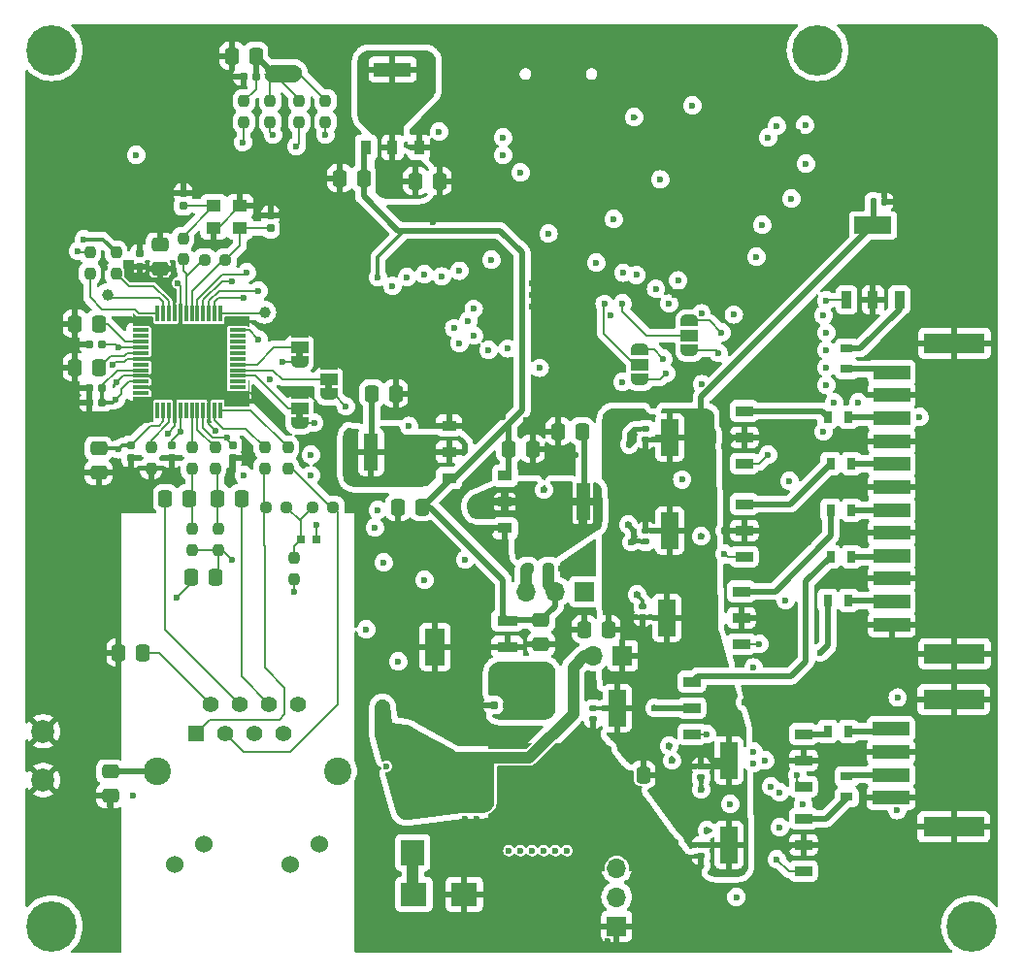
<source format=gbr>
%TF.GenerationSoftware,KiCad,Pcbnew,8.0.0*%
%TF.CreationDate,2024-04-11T21:11:56+02:00*%
%TF.ProjectId,BalloonMotherboardV4,42616c6c-6f6f-46e4-9d6f-74686572626f,rev?*%
%TF.SameCoordinates,Original*%
%TF.FileFunction,Copper,L4,Bot*%
%TF.FilePolarity,Positive*%
%FSLAX46Y46*%
G04 Gerber Fmt 4.6, Leading zero omitted, Abs format (unit mm)*
G04 Created by KiCad (PCBNEW 8.0.0) date 2024-04-11 21:11:56*
%MOMM*%
%LPD*%
G01*
G04 APERTURE LIST*
G04 Aperture macros list*
%AMRoundRect*
0 Rectangle with rounded corners*
0 $1 Rounding radius*
0 $2 $3 $4 $5 $6 $7 $8 $9 X,Y pos of 4 corners*
0 Add a 4 corners polygon primitive as box body*
4,1,4,$2,$3,$4,$5,$6,$7,$8,$9,$2,$3,0*
0 Add four circle primitives for the rounded corners*
1,1,$1+$1,$2,$3*
1,1,$1+$1,$4,$5*
1,1,$1+$1,$6,$7*
1,1,$1+$1,$8,$9*
0 Add four rect primitives between the rounded corners*
20,1,$1+$1,$2,$3,$4,$5,0*
20,1,$1+$1,$4,$5,$6,$7,0*
20,1,$1+$1,$6,$7,$8,$9,0*
20,1,$1+$1,$8,$9,$2,$3,0*%
%AMFreePoly0*
4,1,19,0.550000,-0.750000,0.000000,-0.750000,0.000000,-0.744911,-0.071157,-0.744911,-0.207708,-0.704816,-0.327430,-0.627875,-0.420627,-0.520320,-0.479746,-0.390866,-0.500000,-0.250000,-0.500000,0.250000,-0.479746,0.390866,-0.420627,0.520320,-0.327430,0.627875,-0.207708,0.704816,-0.071157,0.744911,0.000000,0.744911,0.000000,0.750000,0.550000,0.750000,0.550000,-0.750000,0.550000,-0.750000,
$1*%
%AMFreePoly1*
4,1,19,0.000000,0.744911,0.071157,0.744911,0.207708,0.704816,0.327430,0.627875,0.420627,0.520320,0.479746,0.390866,0.500000,0.250000,0.500000,-0.250000,0.479746,-0.390866,0.420627,-0.520320,0.327430,-0.627875,0.207708,-0.704816,0.071157,-0.744911,0.000000,-0.744911,0.000000,-0.750000,-0.550000,-0.750000,-0.550000,0.750000,0.000000,0.750000,0.000000,0.744911,0.000000,0.744911,
$1*%
G04 Aperture macros list end*
%TA.AperFunction,EtchedComponent*%
%ADD10C,0.000000*%
%TD*%
%TA.AperFunction,SMDPad,CuDef*%
%ADD11RoundRect,0.250000X0.337500X0.475000X-0.337500X0.475000X-0.337500X-0.475000X0.337500X-0.475000X0*%
%TD*%
%TA.AperFunction,ComponentPad*%
%ADD12R,1.400000X1.400000*%
%TD*%
%TA.AperFunction,ComponentPad*%
%ADD13C,1.400000*%
%TD*%
%TA.AperFunction,ComponentPad*%
%ADD14C,1.530000*%
%TD*%
%TA.AperFunction,ComponentPad*%
%ADD15C,2.400000*%
%TD*%
%TA.AperFunction,ComponentPad*%
%ADD16C,0.700000*%
%TD*%
%TA.AperFunction,ComponentPad*%
%ADD17C,4.400000*%
%TD*%
%TA.AperFunction,ComponentPad*%
%ADD18C,2.000000*%
%TD*%
%TA.AperFunction,ComponentPad*%
%ADD19R,1.700000X1.700000*%
%TD*%
%TA.AperFunction,ComponentPad*%
%ADD20O,1.700000X1.700000*%
%TD*%
%TA.AperFunction,SMDPad,CuDef*%
%ADD21RoundRect,0.140000X-0.170000X0.140000X-0.170000X-0.140000X0.170000X-0.140000X0.170000X0.140000X0*%
%TD*%
%TA.AperFunction,SMDPad,CuDef*%
%ADD22RoundRect,0.237500X0.237500X-0.250000X0.237500X0.250000X-0.237500X0.250000X-0.237500X-0.250000X0*%
%TD*%
%TA.AperFunction,SMDPad,CuDef*%
%ADD23RoundRect,0.155000X0.155000X-0.212500X0.155000X0.212500X-0.155000X0.212500X-0.155000X-0.212500X0*%
%TD*%
%TA.AperFunction,SMDPad,CuDef*%
%ADD24R,2.250000X2.050000*%
%TD*%
%TA.AperFunction,SMDPad,CuDef*%
%ADD25C,1.000000*%
%TD*%
%TA.AperFunction,SMDPad,CuDef*%
%ADD26RoundRect,0.250000X-0.337500X-0.475000X0.337500X-0.475000X0.337500X0.475000X-0.337500X0.475000X0*%
%TD*%
%TA.AperFunction,SMDPad,CuDef*%
%ADD27RoundRect,0.250000X-0.475000X0.337500X-0.475000X-0.337500X0.475000X-0.337500X0.475000X0.337500X0*%
%TD*%
%TA.AperFunction,SMDPad,CuDef*%
%ADD28FreePoly0,270.000000*%
%TD*%
%TA.AperFunction,SMDPad,CuDef*%
%ADD29R,1.500000X1.000000*%
%TD*%
%TA.AperFunction,SMDPad,CuDef*%
%ADD30FreePoly1,270.000000*%
%TD*%
%TA.AperFunction,SMDPad,CuDef*%
%ADD31R,0.950000X1.250000*%
%TD*%
%TA.AperFunction,SMDPad,CuDef*%
%ADD32R,3.200000X1.250000*%
%TD*%
%TA.AperFunction,SMDPad,CuDef*%
%ADD33RoundRect,0.155000X-0.155000X0.212500X-0.155000X-0.212500X0.155000X-0.212500X0.155000X0.212500X0*%
%TD*%
%TA.AperFunction,SMDPad,CuDef*%
%ADD34RoundRect,0.140000X0.170000X-0.140000X0.170000X0.140000X-0.170000X0.140000X-0.170000X-0.140000X0*%
%TD*%
%TA.AperFunction,SMDPad,CuDef*%
%ADD35RoundRect,0.155000X0.212500X0.155000X-0.212500X0.155000X-0.212500X-0.155000X0.212500X-0.155000X0*%
%TD*%
%TA.AperFunction,SMDPad,CuDef*%
%ADD36R,1.500000X0.900000*%
%TD*%
%TA.AperFunction,SMDPad,CuDef*%
%ADD37R,1.500000X3.200000*%
%TD*%
%TA.AperFunction,SMDPad,CuDef*%
%ADD38R,0.770000X1.070000*%
%TD*%
%TA.AperFunction,SMDPad,CuDef*%
%ADD39RoundRect,0.237500X0.250000X0.237500X-0.250000X0.237500X-0.250000X-0.237500X0.250000X-0.237500X0*%
%TD*%
%TA.AperFunction,SMDPad,CuDef*%
%ADD40FreePoly0,90.000000*%
%TD*%
%TA.AperFunction,SMDPad,CuDef*%
%ADD41FreePoly1,90.000000*%
%TD*%
%TA.AperFunction,SMDPad,CuDef*%
%ADD42RoundRect,0.237500X-0.237500X0.250000X-0.237500X-0.250000X0.237500X-0.250000X0.237500X0.250000X0*%
%TD*%
%TA.AperFunction,SMDPad,CuDef*%
%ADD43RoundRect,0.155000X-0.212500X-0.155000X0.212500X-0.155000X0.212500X0.155000X-0.212500X0.155000X0*%
%TD*%
%TA.AperFunction,SMDPad,CuDef*%
%ADD44R,0.300000X1.475000*%
%TD*%
%TA.AperFunction,SMDPad,CuDef*%
%ADD45R,1.475000X0.300000*%
%TD*%
%TA.AperFunction,SMDPad,CuDef*%
%ADD46RoundRect,0.250000X0.475000X-0.337500X0.475000X0.337500X-0.475000X0.337500X-0.475000X-0.337500X0*%
%TD*%
%TA.AperFunction,SMDPad,CuDef*%
%ADD47R,2.050000X2.250000*%
%TD*%
%TA.AperFunction,SMDPad,CuDef*%
%ADD48R,0.650000X0.700000*%
%TD*%
%TA.AperFunction,SMDPad,CuDef*%
%ADD49R,1.750000X0.950000*%
%TD*%
%TA.AperFunction,SMDPad,CuDef*%
%ADD50R,1.750000X3.200000*%
%TD*%
%TA.AperFunction,SMDPad,CuDef*%
%ADD51R,3.200000X1.200000*%
%TD*%
%TA.AperFunction,SMDPad,CuDef*%
%ADD52R,5.300000X1.700000*%
%TD*%
%TA.AperFunction,SMDPad,CuDef*%
%ADD53R,1.250000X0.950000*%
%TD*%
%TA.AperFunction,SMDPad,CuDef*%
%ADD54R,1.250000X3.200000*%
%TD*%
%TA.AperFunction,SMDPad,CuDef*%
%ADD55R,0.900000X1.500000*%
%TD*%
%TA.AperFunction,SMDPad,CuDef*%
%ADD56R,3.200000X1.500000*%
%TD*%
%TA.AperFunction,SMDPad,CuDef*%
%ADD57R,1.070000X0.770000*%
%TD*%
%TA.AperFunction,SMDPad,CuDef*%
%ADD58RoundRect,0.237500X-0.250000X-0.237500X0.250000X-0.237500X0.250000X0.237500X-0.250000X0.237500X0*%
%TD*%
%TA.AperFunction,SMDPad,CuDef*%
%ADD59R,1.300000X1.100000*%
%TD*%
%TA.AperFunction,SMDPad,CuDef*%
%ADD60RoundRect,0.140000X-0.140000X-0.170000X0.140000X-0.170000X0.140000X0.170000X-0.140000X0.170000X0*%
%TD*%
%TA.AperFunction,ViaPad*%
%ADD61C,0.600000*%
%TD*%
%TA.AperFunction,Conductor*%
%ADD62C,0.500000*%
%TD*%
%TA.AperFunction,Conductor*%
%ADD63C,0.200000*%
%TD*%
%TA.AperFunction,Conductor*%
%ADD64C,0.300000*%
%TD*%
%TA.AperFunction,Conductor*%
%ADD65C,1.000000*%
%TD*%
G04 APERTURE END LIST*
D10*
%TA.AperFunction,EtchedComponent*%
%TO.C,JH1*%
G36*
X47564000Y-66686000D02*
G01*
X46964000Y-66686000D01*
X46964000Y-66186000D01*
X47564000Y-66186000D01*
X47564000Y-66686000D01*
G37*
%TD.AperFunction*%
%TA.AperFunction,EtchedComponent*%
%TO.C,JH2*%
G36*
X45024000Y-69226000D02*
G01*
X44424000Y-69226000D01*
X44424000Y-68726000D01*
X45024000Y-68726000D01*
X45024000Y-69226000D01*
G37*
%TD.AperFunction*%
%TA.AperFunction,EtchedComponent*%
%TO.C,JH0*%
G36*
X45024000Y-63892000D02*
G01*
X44424000Y-63892000D01*
X44424000Y-63392000D01*
X45024000Y-63392000D01*
X45024000Y-63892000D01*
G37*
%TD.AperFunction*%
%TD*%
D11*
%TO.P,C72,1*%
%TO.N,/Heater/Vs_Heat*%
X74697500Y-100330000D03*
%TO.P,C72,2*%
%TO.N,GND*%
X72622500Y-100330000D03*
%TD*%
D12*
%TO.P,J1,1,TD+*%
%TO.N,/EthernetaSD/TXP*%
X35707000Y-96674000D03*
D13*
%TO.P,J1,2,TCT*%
%TO.N,/EthernetaSD/TCT*%
X36977000Y-94134000D03*
%TO.P,J1,3,TD-*%
%TO.N,/EthernetaSD/TXN*%
X38247000Y-96674000D03*
%TO.P,J1,4,RD+*%
%TO.N,/EthernetaSD/RXP*%
X39517000Y-94134000D03*
%TO.P,J1,5,RCT*%
%TO.N,/EthernetaSD/RCT*%
X40787000Y-96674000D03*
%TO.P,J1,6,RD-*%
%TO.N,/EthernetaSD/RXN*%
X42057000Y-94134000D03*
%TO.P,J1,7,NC*%
%TO.N,unconnected-(J1-NC-Pad7)*%
X43327000Y-96674000D03*
%TO.P,J1,8*%
%TO.N,Net-(C61-Pad2)*%
X44597000Y-94134000D03*
D14*
%TO.P,J1,9*%
%TO.N,Net-(J1-Pad9)*%
X33827000Y-108104000D03*
%TO.P,J1,10*%
%TO.N,/3V3lan*%
X36367000Y-106404000D03*
%TO.P,J1,11*%
%TO.N,Net-(J1-Pad11)*%
X43937000Y-108104000D03*
%TO.P,J1,12*%
%TO.N,/3V3lan*%
X46477000Y-106404000D03*
D15*
%TO.P,J1,13*%
%TO.N,Net-(C61-Pad2)*%
X32277000Y-99974000D03*
%TO.P,J1,14*%
X48027000Y-99974000D03*
%TD*%
D16*
%TO.P,H0,1*%
%TO.N,N/C*%
X21464000Y-37084000D03*
X21947274Y-35917274D03*
X21947274Y-38250726D03*
X23114000Y-35434000D03*
D17*
X23114000Y-37084000D03*
D16*
X23114000Y-38734000D03*
X24280726Y-35917274D03*
X24280726Y-38250726D03*
X24764000Y-37084000D03*
%TD*%
%TO.P,H1,1*%
%TO.N,N/C*%
X88266000Y-37084000D03*
X88749274Y-35917274D03*
X88749274Y-38250726D03*
X89916000Y-35434000D03*
D17*
X89916000Y-37084000D03*
D16*
X89916000Y-38734000D03*
X91082726Y-35917274D03*
X91082726Y-38250726D03*
X91566000Y-37084000D03*
%TD*%
D18*
%TO.P,TPGND0,1,1*%
%TO.N,GND*%
X22352000Y-96520000D03*
%TD*%
D16*
%TO.P,H2,1*%
%TO.N,N/C*%
X101728000Y-113538000D03*
X102211274Y-112371274D03*
X102211274Y-114704726D03*
X103378000Y-111888000D03*
D17*
X103378000Y-113538000D03*
D16*
X103378000Y-115188000D03*
X104544726Y-112371274D03*
X104544726Y-114704726D03*
X105028000Y-113538000D03*
%TD*%
D18*
%TO.P,TPGND1,1,1*%
%TO.N,GND*%
X22352000Y-100760000D03*
%TD*%
D16*
%TO.P,H3,1*%
%TO.N,N/C*%
X21464000Y-113538000D03*
X21947274Y-112371274D03*
X21947274Y-114704726D03*
X23114000Y-111888000D03*
D17*
X23114000Y-113538000D03*
D16*
X23114000Y-115188000D03*
X24280726Y-112371274D03*
X24280726Y-114704726D03*
X24764000Y-113538000D03*
%TD*%
D19*
%TO.P,JB_or_U0,1,Pin_1*%
%TO.N,/Power/V_usb*%
X69581000Y-84328000D03*
D20*
%TO.P,JB_or_U0,2,Pin_2*%
%TO.N,/Power/VSys*%
X67041000Y-84328000D03*
%TO.P,JB_or_U0,3,Pin_3*%
%TO.N,/Power/VBuck*%
X64501000Y-84328000D03*
%TD*%
D19*
%TO.P,JHEAT0,1,Pin_1*%
%TO.N,/Heater/Vs_Heat*%
X72903000Y-89916000D03*
D20*
%TO.P,JHEAT0,2,Pin_2*%
%TO.N,+28V*%
X70363000Y-89916000D03*
%TD*%
D21*
%TO.P,C71,1*%
%TO.N,/Heater/Vs_Heat*%
X70358000Y-94516000D03*
%TO.P,C71,2*%
%TO.N,GND*%
X70358000Y-95476000D03*
%TD*%
D22*
%TO.P,R64,1*%
%TO.N,/EthernetaSD/sck_sd*%
X42164000Y-43330500D03*
%TO.P,R64,2*%
%TO.N,/3V3lan*%
X42164000Y-41505500D03*
%TD*%
D23*
%TO.P,C47,1*%
%TO.N,GND*%
X38882000Y-72703500D03*
%TO.P,C47,2*%
%TO.N,/3V3lan*%
X38882000Y-71568500D03*
%TD*%
D24*
%TO.P,D2,1,K*%
%TO.N,Net-(D1-A)*%
X54696000Y-110744000D03*
%TO.P,D2,2,A*%
%TO.N,GND*%
X59096000Y-110744000D03*
%TD*%
D11*
%TO.P,C0,1*%
%TO.N,GND*%
X65045500Y-71882000D03*
%TO.P,C0,2*%
%TO.N,/Power/VSys*%
X62970500Y-71882000D03*
%TD*%
D21*
%TO.P,C74,1*%
%TO.N,/Heater/Vs_Heat*%
X74930000Y-79022000D03*
%TO.P,C74,2*%
%TO.N,GND*%
X74930000Y-79982000D03*
%TD*%
D25*
%TO.P,TP4,1,1*%
%TO.N,Net-(LAN1-DUPLED)*%
X27960000Y-58420000D03*
%TD*%
D26*
%TO.P,C2,1*%
%TO.N,GND*%
X53318500Y-76962000D03*
%TO.P,C2,2*%
%TO.N,/Power/VSys*%
X55393500Y-76962000D03*
%TD*%
%TO.P,C56,1*%
%TO.N,/EthernetaSD/RXP*%
X33018500Y-76200000D03*
%TO.P,C56,2*%
%TO.N,Net-(C56-Pad2)*%
X35093500Y-76200000D03*
%TD*%
D27*
%TO.P,C44,1*%
%TO.N,GND*%
X32532000Y-54080500D03*
%TO.P,C44,2*%
%TO.N,/3V3lan*%
X32532000Y-56155500D03*
%TD*%
D28*
%TO.P,JP2,1,A*%
%TO.N,/Heater/H1*%
X74422000Y-63216000D03*
D29*
%TO.P,JP2,2,C*%
%TO.N,Net-(JP2-C)*%
X74422000Y-64516000D03*
D30*
%TO.P,JP2,3,B*%
%TO.N,/Heater/H0*%
X74422000Y-65816000D03*
%TD*%
D31*
%TO.P,LRuC0,1,GND*%
%TO.N,GND*%
X55132000Y-45564000D03*
%TO.P,LRuC0,2,OUT1*%
%TO.N,/Power/3V3_uC*%
X52832000Y-45564000D03*
%TO.P,LRuC0,3,INPUT*%
%TO.N,/Power/VSys*%
X50532000Y-45564000D03*
D32*
%TO.P,LRuC0,4,OUT2*%
%TO.N,/Power/3V3_uC*%
X52832000Y-38764000D03*
%TD*%
D22*
%TO.P,R56,1*%
%TO.N,/EthernetaSD/TXN*%
X43708000Y-73556500D03*
%TO.P,R56,2*%
%TO.N,Net-(LAN1-TXN)*%
X43708000Y-71731500D03*
%TD*%
D33*
%TO.P,C58,1*%
%TO.N,GND*%
X34564000Y-49536500D03*
%TO.P,C58,2*%
%TO.N,Net-(Y1-IN{slash}OUT)*%
X34564000Y-50671500D03*
%TD*%
D26*
%TO.P,C57,1*%
%TO.N,GND*%
X28954500Y-89662000D03*
%TO.P,C57,2*%
%TO.N,/EthernetaSD/TCT*%
X31029500Y-89662000D03*
%TD*%
D34*
%TO.P,C73,1*%
%TO.N,/Heater/Vs_Heat*%
X74676000Y-86586000D03*
%TO.P,C73,2*%
%TO.N,GND*%
X74676000Y-85626000D03*
%TD*%
%TO.P,C66,1*%
%TO.N,/Heater/Vs_Heat*%
X74930000Y-71092000D03*
%TO.P,C66,2*%
%TO.N,GND*%
X74930000Y-70132000D03*
%TD*%
D35*
%TO.P,C60,1*%
%TO.N,/3V3lan*%
X40953500Y-39370000D03*
%TO.P,C60,2*%
%TO.N,GND*%
X39818500Y-39370000D03*
%TD*%
D36*
%TO.P,H5,1,OUT*%
%TO.N,Net-(H5-OUT)*%
X88676000Y-104126000D03*
%TO.P,H5,2,GND*%
%TO.N,GND*%
X88676000Y-106426000D03*
%TO.P,H5,3,IN*%
%TO.N,Net-(H5-IN)*%
X88676000Y-108726000D03*
D37*
%TO.P,H5,4,VS*%
%TO.N,/Heater/Vs_Heat*%
X82176000Y-106426000D03*
%TD*%
D38*
%TO.P,F6,1*%
%TO.N,Net-(H9-OUT)*%
X91048000Y-77216000D03*
%TO.P,F6,2*%
%TO.N,/Heater/H_5*%
X92848000Y-77216000D03*
%TD*%
D25*
%TO.P,TP3,1,1*%
%TO.N,Net-(LAN1-INTN)*%
X41676000Y-59944000D03*
%TD*%
D39*
%TO.P,R2,1*%
%TO.N,/Power/VSys*%
X66444500Y-82296000D03*
%TO.P,R2,2*%
%TO.N,/Power/VBuck*%
X64619500Y-82296000D03*
%TD*%
D33*
%TO.P,C62,1*%
%TO.N,GND*%
X42184000Y-51502500D03*
%TO.P,C62,2*%
%TO.N,/EthernetaSD/Xo*%
X42184000Y-52637500D03*
%TD*%
D11*
%TO.P,C55,1*%
%TO.N,/EthernetaSD/RXN*%
X39665500Y-76200000D03*
%TO.P,C55,2*%
%TO.N,Net-(C55-Pad2)*%
X37590500Y-76200000D03*
%TD*%
D40*
%TO.P,JH1,1,A*%
%TO.N,/3V3lan*%
X47264000Y-67086000D03*
D29*
%TO.P,JH1,2,C*%
%TO.N,Net-(JH1-C)*%
X47264000Y-65786000D03*
D41*
%TO.P,JH1,3,B*%
%TO.N,GND*%
X47264000Y-64486000D03*
%TD*%
D42*
%TO.P,R61,1*%
%TO.N,Net-(Y1-IN{slash}OUT)*%
X34564000Y-53509500D03*
%TO.P,R61,2*%
%TO.N,/EthernetaSD/XI*%
X34564000Y-55334500D03*
%TD*%
D43*
%TO.P,C50,1*%
%TO.N,GND*%
X26376500Y-66548000D03*
%TO.P,C50,2*%
%TO.N,/3V3lan*%
X27511500Y-66548000D03*
%TD*%
D26*
%TO.P,C4,1*%
%TO.N,GND*%
X67288500Y-70358000D03*
%TO.P,C4,2*%
%TO.N,/3V3_rest*%
X69363500Y-70358000D03*
%TD*%
%TO.P,C45,1*%
%TO.N,GND*%
X25144500Y-60960000D03*
%TO.P,C45,2*%
%TO.N,Net-(LAN1-1V2O)*%
X27219500Y-60960000D03*
%TD*%
%TO.P,C59,1*%
%TO.N,GND*%
X38840500Y-37592000D03*
%TO.P,C59,2*%
%TO.N,/3V3lan*%
X40915500Y-37592000D03*
%TD*%
D23*
%TO.P,C48,1*%
%TO.N,GND*%
X33548000Y-72703500D03*
%TO.P,C48,2*%
%TO.N,/3V3lan*%
X33548000Y-71568500D03*
%TD*%
D26*
%TO.P,C1,1*%
%TO.N,GND*%
X48238500Y-48260000D03*
%TO.P,C1,2*%
%TO.N,/Power/VSys*%
X50313500Y-48260000D03*
%TD*%
D43*
%TO.P,C52,1*%
%TO.N,GND*%
X26376500Y-67818000D03*
%TO.P,C52,2*%
%TO.N,/3V3lan*%
X27511500Y-67818000D03*
%TD*%
D22*
%TO.P,R51,1*%
%TO.N,GND*%
X31770000Y-73556500D03*
%TO.P,R51,2*%
%TO.N,Net-(LAN1-EXRES1)*%
X31770000Y-71731500D03*
%TD*%
D36*
%TO.P,H10,1,OUT*%
%TO.N,Net-(H10-OUT)*%
X78942000Y-92188000D03*
%TO.P,H10,2,GND*%
%TO.N,GND*%
X78942000Y-94488000D03*
%TO.P,H10,3,IN*%
%TO.N,Net-(H10-IN)*%
X78942000Y-96788000D03*
D37*
%TO.P,H10,4,VS*%
%TO.N,/Heater/Vs_Heat*%
X72442000Y-94488000D03*
%TD*%
D11*
%TO.P,C54,1*%
%TO.N,/EthernetaSD/RCT*%
X37379500Y-83058000D03*
%TO.P,C54,2*%
%TO.N,GND*%
X35304500Y-83058000D03*
%TD*%
D38*
%TO.P,F8,1*%
%TO.N,Net-(H11-OUT)*%
X90794000Y-85090000D03*
%TO.P,F8,2*%
%TO.N,/Heater/H_7*%
X92594000Y-85090000D03*
%TD*%
D22*
%TO.P,R66,1*%
%TO.N,/EthernetaSD/cs_sd*%
X46990000Y-43330500D03*
%TO.P,R66,2*%
%TO.N,/3V3lan*%
X46990000Y-41505500D03*
%TD*%
%TO.P,R63,1*%
%TO.N,/EthernetaSD/miso_sd*%
X39878000Y-43330500D03*
%TO.P,R63,2*%
%TO.N,/3V3lan*%
X39878000Y-41505500D03*
%TD*%
D39*
%TO.P,R58,1*%
%TO.N,/EthernetaSD/TXN*%
X47648500Y-76962000D03*
%TO.P,R58,2*%
%TO.N,/EthernetaSD/F-*%
X45823500Y-76962000D03*
%TD*%
D43*
%TO.P,C51,1*%
%TO.N,GND*%
X26376500Y-62738000D03*
%TO.P,C51,2*%
%TO.N,/3V3lan*%
X27511500Y-62738000D03*
%TD*%
D40*
%TO.P,JH2,1,A*%
%TO.N,/3V3lan*%
X44724000Y-69626000D03*
D29*
%TO.P,JH2,2,C*%
%TO.N,Net-(JH2-C)*%
X44724000Y-68326000D03*
D41*
%TO.P,JH2,3,B*%
%TO.N,GND*%
X44724000Y-67026000D03*
%TD*%
D26*
%TO.P,C46,1*%
%TO.N,GND*%
X25144500Y-64770000D03*
%TO.P,C46,2*%
%TO.N,Net-(LAN1-TOCAP)*%
X27219500Y-64770000D03*
%TD*%
D44*
%TO.P,LAN1,1,TXN*%
%TO.N,Net-(LAN1-TXN)*%
X37822000Y-68500000D03*
%TO.P,LAN1,2,TXP*%
%TO.N,Net-(LAN1-TXP)*%
X37322000Y-68500000D03*
%TO.P,LAN1,3,AGND_1*%
%TO.N,GND*%
X36822000Y-68500000D03*
%TO.P,LAN1,4,AVDD_1*%
%TO.N,/3V3lan*%
X36322000Y-68500000D03*
%TO.P,LAN1,5,RXN*%
%TO.N,Net-(LAN1-RXN)*%
X35822000Y-68500000D03*
%TO.P,LAN1,6,RXP*%
%TO.N,Net-(LAN1-RXP)*%
X35322000Y-68500000D03*
%TO.P,LAN1,7,DNC*%
%TO.N,unconnected-(LAN1-DNC-Pad7)*%
X34822000Y-68500000D03*
%TO.P,LAN1,8,AVDD_2*%
%TO.N,/3V3lan*%
X34322000Y-68500000D03*
%TO.P,LAN1,9,AGND_2*%
%TO.N,GND*%
X33822000Y-68500000D03*
%TO.P,LAN1,10,EXRES1*%
%TO.N,Net-(LAN1-EXRES1)*%
X33322000Y-68500000D03*
%TO.P,LAN1,11,AVDD_3*%
%TO.N,/3V3lan*%
X32822000Y-68500000D03*
%TO.P,LAN1,12,NC_1*%
%TO.N,unconnected-(LAN1-NC_1-Pad12)*%
X32322000Y-68500000D03*
D45*
%TO.P,LAN1,13,NC_2*%
%TO.N,unconnected-(LAN1-NC_2-Pad13)*%
X30834000Y-67012000D03*
%TO.P,LAN1,14,AGND_3*%
%TO.N,GND*%
X30834000Y-66512000D03*
%TO.P,LAN1,15,AVDD_4*%
%TO.N,/3V3lan*%
X30834000Y-66012000D03*
%TO.P,LAN1,16,AGND_4*%
%TO.N,GND*%
X30834000Y-65512000D03*
%TO.P,LAN1,17,AVDD_5*%
%TO.N,/3V3lan*%
X30834000Y-65012000D03*
%TO.P,LAN1,18,VBG*%
%TO.N,unconnected-(LAN1-VBG-Pad18)*%
X30834000Y-64512000D03*
%TO.P,LAN1,19,AGND_5*%
%TO.N,GND*%
X30834000Y-64012000D03*
%TO.P,LAN1,20,TOCAP*%
%TO.N,Net-(LAN1-TOCAP)*%
X30834000Y-63512000D03*
%TO.P,LAN1,21,AVDD_6*%
%TO.N,/3V3lan*%
X30834000Y-63012000D03*
%TO.P,LAN1,22,1V2O*%
%TO.N,Net-(LAN1-1V2O)*%
X30834000Y-62512000D03*
%TO.P,LAN1,23,RSVD_1*%
%TO.N,unconnected-(LAN1-RSVD_1-Pad23)*%
X30834000Y-62012000D03*
%TO.P,LAN1,24,SPDLED*%
%TO.N,unconnected-(LAN1-SPDLED-Pad24)*%
X30834000Y-61512000D03*
D44*
%TO.P,LAN1,25,LINKLED*%
%TO.N,/EthernetaSD/LED_LAN_B*%
X32322000Y-60024000D03*
%TO.P,LAN1,26,DUPLED*%
%TO.N,Net-(LAN1-DUPLED)*%
X32822000Y-60024000D03*
%TO.P,LAN1,27,ACTLED*%
%TO.N,/EthernetaSD/LED_LAN_A*%
X33322000Y-60024000D03*
%TO.P,LAN1,28,VDD*%
%TO.N,/3V3lan*%
X33822000Y-60024000D03*
%TO.P,LAN1,29,GND*%
%TO.N,GND*%
X34322000Y-60024000D03*
%TO.P,LAN1,30,XI/CLKIN*%
%TO.N,/EthernetaSD/XI*%
X34822000Y-60024000D03*
%TO.P,LAN1,31,XO*%
%TO.N,/EthernetaSD/Xo*%
X35322000Y-60024000D03*
%TO.P,LAN1,32,SCSN*%
%TO.N,/EthernetaSD/cs_lan*%
X35822000Y-60024000D03*
%TO.P,LAN1,33,SCLK*%
%TO.N,/EthernetaSD/sck_lan*%
X36322000Y-60024000D03*
%TO.P,LAN1,34,MISO*%
%TO.N,/EthernetaSD/miso_lan*%
X36822000Y-60024000D03*
%TO.P,LAN1,35,MOSI*%
%TO.N,/EthernetaSD/mosi_lan*%
X37322000Y-60024000D03*
%TO.P,LAN1,36,INTN*%
%TO.N,Net-(LAN1-INTN)*%
X37822000Y-60024000D03*
D45*
%TO.P,LAN1,37,RSTN*%
%TO.N,/3V3lan*%
X39310000Y-61512000D03*
%TO.P,LAN1,38,RSVD_2*%
%TO.N,unconnected-(LAN1-RSVD_2-Pad38)*%
X39310000Y-62012000D03*
%TO.P,LAN1,39,RSVD_3*%
%TO.N,unconnected-(LAN1-RSVD_3-Pad39)*%
X39310000Y-62512000D03*
%TO.P,LAN1,40,RSVD_4*%
%TO.N,unconnected-(LAN1-RSVD_4-Pad40)*%
X39310000Y-63012000D03*
%TO.P,LAN1,41,RSVD_5*%
%TO.N,unconnected-(LAN1-RSVD_5-Pad41)*%
X39310000Y-63512000D03*
%TO.P,LAN1,42,RSVD_6*%
%TO.N,unconnected-(LAN1-RSVD_6-Pad42)*%
X39310000Y-64012000D03*
%TO.P,LAN1,43,PMODE2*%
%TO.N,Net-(JH0-C)*%
X39310000Y-64512000D03*
%TO.P,LAN1,44,PMODE1*%
%TO.N,Net-(JH1-C)*%
X39310000Y-65012000D03*
%TO.P,LAN1,45,PMODE0*%
%TO.N,Net-(JH2-C)*%
X39310000Y-65512000D03*
%TO.P,LAN1,46,NC_3*%
%TO.N,unconnected-(LAN1-NC_3-Pad46)*%
X39310000Y-66012000D03*
%TO.P,LAN1,47,NC_4*%
%TO.N,unconnected-(LAN1-NC_4-Pad47)*%
X39310000Y-66512000D03*
%TO.P,LAN1,48,AGND_6*%
%TO.N,GND*%
X39310000Y-67012000D03*
%TD*%
D22*
%TO.P,R54,1*%
%TO.N,Net-(C56-Pad2)*%
X35326000Y-73556500D03*
%TO.P,R54,2*%
%TO.N,Net-(LAN1-RXP)*%
X35326000Y-71731500D03*
%TD*%
D46*
%TO.P,C53,1*%
%TO.N,GND*%
X27198000Y-73935500D03*
%TO.P,C53,2*%
%TO.N,/3V3lan*%
X27198000Y-71860500D03*
%TD*%
D19*
%TO.P,BuckJmp0,1,Pin_1*%
%TO.N,GND*%
X72390000Y-113523000D03*
D20*
%TO.P,BuckJmp0,2,Pin_2*%
%TO.N,+28V*%
X72390000Y-110983000D03*
%TO.P,BuckJmp0,3,Pin_3*%
%TO.N,/Power/VBuck*%
X72390000Y-108443000D03*
%TD*%
D22*
%TO.P,R65,1*%
%TO.N,/EthernetaSD/mosi_sd*%
X44704000Y-43330500D03*
%TO.P,R65,2*%
%TO.N,/3V3lan*%
X44704000Y-41505500D03*
%TD*%
D23*
%TO.P,C49,1*%
%TO.N,GND*%
X29992000Y-72703500D03*
%TO.P,C49,2*%
%TO.N,/3V3lan*%
X29992000Y-71568500D03*
%TD*%
D38*
%TO.P,F4,1*%
%TO.N,Net-(H7-OUT)*%
X90794000Y-69088000D03*
%TO.P,F4,2*%
%TO.N,/Heater/H_3*%
X92594000Y-69088000D03*
%TD*%
D22*
%TO.P,R57,1*%
%TO.N,/EthernetaSD/RCT*%
X37612000Y-80668500D03*
%TO.P,R57,2*%
%TO.N,Net-(C55-Pad2)*%
X37612000Y-78843500D03*
%TD*%
D36*
%TO.P,H9,1,OUT*%
%TO.N,Net-(H9-OUT)*%
X83260000Y-84314000D03*
%TO.P,H9,2,GND*%
%TO.N,GND*%
X83260000Y-86614000D03*
%TO.P,H9,3,IN*%
%TO.N,Net-(H9-IN)*%
X83260000Y-88914000D03*
D37*
%TO.P,H9,4,VS*%
%TO.N,/Heater/Vs_Heat*%
X76760000Y-86614000D03*
%TD*%
D33*
%TO.P,C43,1*%
%TO.N,GND*%
X30754000Y-54834250D03*
%TO.P,C43,2*%
%TO.N,/3V3lan*%
X30754000Y-55969250D03*
%TD*%
D47*
%TO.P,D1,1,K*%
%TO.N,+28V*%
X54610000Y-102702000D03*
%TO.P,D1,2,A*%
%TO.N,Net-(D1-A)*%
X54610000Y-107102000D03*
%TD*%
D48*
%TO.P,FB0,1*%
%TO.N,/EthernetaSD/F-*%
X44811000Y-79756000D03*
%TO.P,FB0,2*%
%TO.N,/3V3lan*%
X46161000Y-79756000D03*
%TD*%
D22*
%TO.P,R55,1*%
%TO.N,/EthernetaSD/RCT*%
X35326000Y-80668500D03*
%TO.P,R55,2*%
%TO.N,Net-(C56-Pad2)*%
X35326000Y-78843500D03*
%TD*%
D28*
%TO.P,JP1,1,A*%
%TO.N,/Heater/H3*%
X78740000Y-60676000D03*
D29*
%TO.P,JP1,2,C*%
%TO.N,Net-(JP1-C)*%
X78740000Y-61976000D03*
D30*
%TO.P,JP1,3,B*%
%TO.N,/Heater/H2*%
X78740000Y-63276000D03*
%TD*%
D40*
%TO.P,JH0,1,A*%
%TO.N,/3V3lan*%
X44724000Y-64292000D03*
D29*
%TO.P,JH0,2,C*%
%TO.N,Net-(JH0-C)*%
X44724000Y-62992000D03*
D41*
%TO.P,JH0,3,B*%
%TO.N,GND*%
X44724000Y-61692000D03*
%TD*%
D49*
%TO.P,LR5V0,1,VIN*%
%TO.N,/Power/VSys*%
X62840000Y-86854000D03*
%TO.P,LR5V0,2,GND_1*%
%TO.N,GND*%
X62840000Y-89154000D03*
%TO.P,LR5V0,3,VOUT*%
%TO.N,/5V*%
X62840000Y-91454000D03*
D50*
%TO.P,LR5V0,4,GND_2*%
%TO.N,GND*%
X56540000Y-89154000D03*
%TD*%
D51*
%TO.P,H1-0,1,1*%
%TO.N,GND*%
X96303000Y-102314000D03*
%TO.P,H1-0,2,2*%
%TO.N,/Heater/H_1*%
X96303000Y-100314000D03*
%TO.P,H1-0,3,3*%
%TO.N,GND*%
X96303000Y-98314000D03*
%TO.P,H1-0,4,4*%
%TO.N,/Heater/H_0*%
X96303000Y-96314000D03*
D52*
%TO.P,H1-0,5,5*%
%TO.N,GND*%
X101783000Y-93764000D03*
%TO.P,H1-0,6,6*%
X101783000Y-104864000D03*
%TD*%
D26*
%TO.P,C69,1*%
%TO.N,GND*%
X69574500Y-87630000D03*
%TO.P,C69,2*%
%TO.N,/Heater/Vs_Heat*%
X71649500Y-87630000D03*
%TD*%
D21*
%TO.P,C65,1*%
%TO.N,/Heater/Vs_Heat*%
X79756000Y-106454000D03*
%TO.P,C65,2*%
%TO.N,GND*%
X79756000Y-107414000D03*
%TD*%
D22*
%TO.P,R68,1*%
%TO.N,/EthernetaSD/LED_LAN_A*%
X28722000Y-56538500D03*
%TO.P,R68,2*%
%TO.N,Net-(J1-Pad9)*%
X28722000Y-54713500D03*
%TD*%
D53*
%TO.P,LRlan0,1,GND*%
%TO.N,GND*%
X57756000Y-69836000D03*
%TO.P,LRlan0,2,OUT1*%
%TO.N,/3V3lan*%
X57756000Y-72136000D03*
%TO.P,LRlan0,3,INPUT*%
%TO.N,/Power/VSys*%
X57756000Y-74436000D03*
D54*
%TO.P,LRlan0,4,OUT2*%
%TO.N,/3V3lan*%
X50956000Y-72136000D03*
%TD*%
D43*
%TO.P,C7,1*%
%TO.N,GND*%
X61662500Y-94234000D03*
%TO.P,C7,2*%
%TO.N,/5V*%
X62797500Y-94234000D03*
%TD*%
D46*
%TO.P,C61,1*%
%TO.N,GND*%
X28214000Y-102129500D03*
%TO.P,C61,2*%
%TO.N,Net-(C61-Pad2)*%
X28214000Y-100054500D03*
%TD*%
D22*
%TO.P,R52,1*%
%TO.N,Net-(C55-Pad2)*%
X37358000Y-73556500D03*
%TO.P,R52,2*%
%TO.N,Net-(LAN1-RXN)*%
X37358000Y-71731500D03*
%TD*%
D55*
%TO.P,H6,1,OUT*%
%TO.N,Net-(H6-OUT)*%
X97042000Y-58876000D03*
%TO.P,H6,2,GND*%
%TO.N,GND*%
X94742000Y-58876000D03*
%TO.P,H6,3,IN*%
%TO.N,Net-(H6-IN)*%
X92442000Y-58876000D03*
D56*
%TO.P,H6,4,VS*%
%TO.N,/Heater/Vs_Heat*%
X94742000Y-52376000D03*
%TD*%
D36*
%TO.P,H8,1,OUT*%
%TO.N,Net-(H8-OUT)*%
X83514000Y-76694000D03*
%TO.P,H8,2,GND*%
%TO.N,GND*%
X83514000Y-78994000D03*
%TO.P,H8,3,IN*%
%TO.N,Net-(H8-IN)*%
X83514000Y-81294000D03*
D37*
%TO.P,H8,4,VS*%
%TO.N,/Heater/Vs_Heat*%
X77014000Y-78994000D03*
%TD*%
D22*
%TO.P,R53,1*%
%TO.N,/EthernetaSD/TXP*%
X41676000Y-73556500D03*
%TO.P,R53,2*%
%TO.N,Net-(LAN1-TXP)*%
X41676000Y-71731500D03*
%TD*%
D36*
%TO.P,H4,1,OUT*%
%TO.N,Net-(H4-OUT)*%
X88676000Y-96760000D03*
%TO.P,H4,2,GND*%
%TO.N,GND*%
X88676000Y-99060000D03*
%TO.P,H4,3,IN*%
%TO.N,Net-(H4-IN)*%
X88676000Y-101360000D03*
D37*
%TO.P,H4,4,VS*%
%TO.N,/Heater/Vs_Heat*%
X82176000Y-99060000D03*
%TD*%
D11*
%TO.P,C6,1*%
%TO.N,GND*%
X53107500Y-67056000D03*
%TO.P,C6,2*%
%TO.N,/3V3lan*%
X51032500Y-67056000D03*
%TD*%
D36*
%TO.P,H7,1,OUT*%
%TO.N,Net-(H7-OUT)*%
X83514000Y-68566000D03*
%TO.P,H7,2,GND*%
%TO.N,GND*%
X83514000Y-70866000D03*
%TO.P,H7,3,IN*%
%TO.N,Net-(H7-IN)*%
X83514000Y-73166000D03*
D37*
%TO.P,H7,4,VS*%
%TO.N,/Heater/Vs_Heat*%
X77014000Y-70866000D03*
%TD*%
D57*
%TO.P,F2,1*%
%TO.N,Net-(H5-OUT)*%
X92456000Y-102246000D03*
%TO.P,F2,2*%
%TO.N,/Heater/H_1*%
X92456000Y-100446000D03*
%TD*%
D58*
%TO.P,R62,1*%
%TO.N,/EthernetaSD/XI*%
X36445500Y-55372000D03*
%TO.P,R62,2*%
%TO.N,/EthernetaSD/Xo*%
X38270500Y-55372000D03*
%TD*%
D22*
%TO.P,R60,1*%
%TO.N,/EthernetaSD/TCT*%
X44216000Y-83208500D03*
%TO.P,R60,2*%
%TO.N,/EthernetaSD/F-*%
X44216000Y-81383500D03*
%TD*%
D59*
%TO.P,Y1,1,IN/OUT*%
%TO.N,Net-(Y1-IN{slash}OUT)*%
X37224000Y-50678000D03*
%TO.P,Y1,2,GND_1*%
%TO.N,GND*%
X39524000Y-50678000D03*
%TO.P,Y1,3,OUT/IN*%
%TO.N,/EthernetaSD/Xo*%
X39524000Y-52578000D03*
%TO.P,Y1,4,GND_2*%
%TO.N,GND*%
X37224000Y-52578000D03*
%TD*%
D22*
%TO.P,R67,1*%
%TO.N,/EthernetaSD/LED_LAN_B*%
X26436000Y-56538500D03*
%TO.P,R67,2*%
%TO.N,Net-(J1-Pad11)*%
X26436000Y-54713500D03*
%TD*%
D58*
%TO.P,R59,1*%
%TO.N,/EthernetaSD/TXP*%
X41759500Y-76962000D03*
%TO.P,R59,2*%
%TO.N,/EthernetaSD/F-*%
X43584500Y-76962000D03*
%TD*%
D57*
%TO.P,F3,1*%
%TO.N,Net-(H6-OUT)*%
X92456000Y-63108000D03*
%TO.P,F3,2*%
%TO.N,/Heater/H_2*%
X92456000Y-64908000D03*
%TD*%
D60*
%TO.P,C70,1*%
%TO.N,/Heater/Vs_Heat*%
X94770000Y-50292000D03*
%TO.P,C70,2*%
%TO.N,GND*%
X95730000Y-50292000D03*
%TD*%
D21*
%TO.P,C64,1*%
%TO.N,/Heater/Vs_Heat*%
X79756000Y-99596000D03*
%TO.P,C64,2*%
%TO.N,GND*%
X79756000Y-100556000D03*
%TD*%
D38*
%TO.P,F7,1*%
%TO.N,Net-(H10-OUT)*%
X91048000Y-81280000D03*
%TO.P,F7,2*%
%TO.N,/Heater/H_6*%
X92848000Y-81280000D03*
%TD*%
D51*
%TO.P,H3-0,1,1*%
%TO.N,/Heater/H_2*%
X96374000Y-65200000D03*
%TO.P,H3-0,2,2*%
%TO.N,GND*%
X96374000Y-67200000D03*
%TO.P,H3-0,3,3*%
%TO.N,/Heater/H_3*%
X96374000Y-69200000D03*
%TO.P,H3-0,4,4*%
%TO.N,GND*%
X96374000Y-71200000D03*
%TO.P,H3-0,5,5*%
%TO.N,/Heater/H_4*%
X96374000Y-73200000D03*
%TO.P,H3-0,6,6*%
%TO.N,GND*%
X96374000Y-75200000D03*
%TO.P,H3-0,7,7*%
%TO.N,/Heater/H_5*%
X96374000Y-77200000D03*
%TO.P,H3-0,8,8*%
%TO.N,GND*%
X96374000Y-79200000D03*
%TO.P,H3-0,9,9*%
%TO.N,/Heater/H_6*%
X96374000Y-81200000D03*
%TO.P,H3-0,10,10*%
%TO.N,GND*%
X96374000Y-83200000D03*
%TO.P,H3-0,11,11*%
%TO.N,/Heater/H_7*%
X96374000Y-85200000D03*
%TO.P,H3-0,12,12*%
%TO.N,GND*%
X96374000Y-87200000D03*
D52*
%TO.P,H3-0,MP1,MP1*%
X101854000Y-62650000D03*
%TO.P,H3-0,MP2,MP2*%
X101854000Y-89750000D03*
%TD*%
D38*
%TO.P,F1,1*%
%TO.N,Net-(H4-OUT)*%
X90794000Y-96520000D03*
%TO.P,F1,2*%
%TO.N,/Heater/H_0*%
X92594000Y-96520000D03*
%TD*%
D53*
%TO.P,LRre0,1,GND*%
%TO.N,GND*%
X62640000Y-78796746D03*
%TO.P,LRre0,2,OUT1*%
%TO.N,/3V3_rest*%
X62640000Y-76496746D03*
%TO.P,LRre0,3,INPUT*%
%TO.N,/Power/VSys*%
X62640000Y-74196746D03*
D54*
%TO.P,LRre0,4,OUT2*%
%TO.N,/3V3_rest*%
X69440000Y-76496746D03*
%TD*%
D11*
%TO.P,C5,1*%
%TO.N,GND*%
X56917500Y-48514000D03*
%TO.P,C5,2*%
%TO.N,/Power/3V3_uC*%
X54842500Y-48514000D03*
%TD*%
D27*
%TO.P,C3,1*%
%TO.N,/Power/VSys*%
X65786000Y-86846500D03*
%TO.P,C3,2*%
%TO.N,GND*%
X65786000Y-88921500D03*
%TD*%
D38*
%TO.P,F5,1*%
%TO.N,Net-(H8-OUT)*%
X91048000Y-73152000D03*
%TO.P,F5,2*%
%TO.N,/Heater/H_4*%
X92848000Y-73152000D03*
%TD*%
D61*
%TO.N,GND*%
X92456000Y-66548000D03*
X85090000Y-57150000D03*
X101346000Y-68072000D03*
X101600000Y-76962000D03*
X92202000Y-112014000D03*
X56388000Y-64008000D03*
X62230000Y-67310000D03*
X66040000Y-75438000D03*
X56388000Y-80772000D03*
%TO.N,/5V*%
X98806000Y-69088000D03*
%TO.N,+28V*%
X93472000Y-67818000D03*
%TO.N,/3V3lan*%
X44450000Y-39116000D03*
X43434000Y-39116000D03*
X42418000Y-39116000D03*
%TO.N,/3V3_rest*%
X88900000Y-46990000D03*
%TO.N,GND*%
X102108000Y-99314000D03*
X61468000Y-78994000D03*
X104648000Y-65024000D03*
X73660000Y-80010000D03*
X73406000Y-78486000D03*
X66040000Y-59436000D03*
X24892000Y-48006000D03*
X76962000Y-97790000D03*
X73660000Y-107188000D03*
X84836000Y-86614000D03*
X81788000Y-78994000D03*
X21844000Y-103124000D03*
X50800000Y-90932000D03*
X62484000Y-69088000D03*
X75184000Y-60198000D03*
X47244000Y-54610000D03*
X69088000Y-114808000D03*
X72390000Y-43434000D03*
X94488000Y-35814000D03*
X96774000Y-105410000D03*
X62230000Y-108966000D03*
X93726000Y-71120000D03*
X61728272Y-96347467D03*
X72390000Y-106934000D03*
X33020000Y-40132000D03*
X104648000Y-50038000D03*
X104648000Y-47752000D03*
X38777998Y-74289034D03*
X66040000Y-57404000D03*
X21844000Y-64516000D03*
X86614000Y-35814000D03*
X86614000Y-114808000D03*
X33528000Y-46736000D03*
X80264000Y-105156000D03*
X60198000Y-104140000D03*
X40914000Y-67310000D03*
X60198000Y-92964000D03*
X93472000Y-83312000D03*
X104648000Y-82296000D03*
X43942000Y-48352000D03*
X68580000Y-49276000D03*
X67564000Y-82296000D03*
X26416000Y-102108000D03*
X91440000Y-114808000D03*
X59436000Y-90424000D03*
X83312000Y-51308000D03*
X51517787Y-103558106D03*
X67056000Y-58420000D03*
X104648000Y-55118000D03*
X21844000Y-88900000D03*
X52197000Y-87249000D03*
X64516000Y-69342000D03*
X59182000Y-107188000D03*
X33202858Y-70520858D03*
X38862000Y-48768000D03*
X74168000Y-114808000D03*
X33528000Y-73914000D03*
X28194000Y-102870000D03*
X53086000Y-79756000D03*
X66040000Y-58420000D03*
X67310000Y-102870000D03*
X21844000Y-110490000D03*
X65024000Y-59436000D03*
X77216000Y-99060000D03*
X90424000Y-92964000D03*
X27432000Y-35814000D03*
X54356000Y-114808000D03*
X78994000Y-114808000D03*
X52324000Y-99568000D03*
X21844000Y-61976000D03*
X60198000Y-105156000D03*
X58420000Y-47752000D03*
X25400000Y-85090000D03*
X54610000Y-35814000D03*
X66294000Y-66548000D03*
X49530000Y-69342000D03*
X27777866Y-56066237D03*
X104648000Y-110744000D03*
X77216000Y-35814000D03*
X70866000Y-99314000D03*
X84074000Y-43942000D03*
X28765265Y-66083265D03*
X93980000Y-114808000D03*
X59182000Y-104140000D03*
X21844000Y-57150000D03*
X49276000Y-63754000D03*
X64262000Y-44704000D03*
X66294000Y-50292000D03*
X71628000Y-98044000D03*
X79756000Y-101600000D03*
X66548000Y-114808000D03*
X34798000Y-35814000D03*
X67310000Y-73914000D03*
X57404000Y-35814000D03*
X21844000Y-42164000D03*
X104648000Y-74676000D03*
X24866696Y-69160711D03*
X34036000Y-84836000D03*
X77470000Y-58420000D03*
X91440000Y-98552000D03*
X100584000Y-57658000D03*
X21844000Y-93726000D03*
X61214000Y-73406000D03*
X87630000Y-93218000D03*
X73486223Y-71503116D03*
X79756000Y-35814000D03*
X26670000Y-114808000D03*
X21844000Y-107950000D03*
X54610000Y-87376000D03*
X62992000Y-82042000D03*
X100584000Y-50038000D03*
X57150000Y-108712000D03*
X21844000Y-73914000D03*
X57658000Y-41910000D03*
X73660000Y-48281500D03*
X104648000Y-101092000D03*
X37338000Y-54102000D03*
X33020000Y-43942000D03*
X28448000Y-64516000D03*
X76454000Y-114808000D03*
X82296000Y-35814000D03*
X21844000Y-66548000D03*
X51816000Y-114808000D03*
X29646000Y-73660000D03*
X21844000Y-68834000D03*
X80772000Y-37338000D03*
X83820000Y-45720000D03*
X66040000Y-49276000D03*
X21844000Y-91186000D03*
X68072000Y-88392000D03*
X47244000Y-35814000D03*
X74676000Y-107188000D03*
X62675181Y-64862000D03*
X67818000Y-71882000D03*
X21844000Y-81280000D03*
X61722000Y-114808000D03*
X56642000Y-67056000D03*
X70612000Y-98044000D03*
X44196000Y-54610000D03*
X44704000Y-35814000D03*
X60198000Y-107188000D03*
X59182000Y-41656000D03*
X21844000Y-44704000D03*
X104648000Y-69850000D03*
X104648000Y-96266000D03*
X75692000Y-94488000D03*
X54610000Y-65278000D03*
X68072000Y-112268000D03*
X70358000Y-92202000D03*
X104648000Y-67310000D03*
X104648000Y-57658000D03*
X37338000Y-39624000D03*
X25836000Y-73914000D03*
X58166000Y-86868000D03*
X67310000Y-35814000D03*
X75600000Y-68072000D03*
X63246000Y-102870000D03*
X98806000Y-114808000D03*
X97176538Y-35798715D03*
X21844000Y-86360000D03*
X50292000Y-54864000D03*
X56642000Y-114808000D03*
X74676000Y-35814000D03*
X21844000Y-54610000D03*
X27686000Y-52070000D03*
X57090500Y-59690000D03*
X60706000Y-41402000D03*
X21844000Y-49530000D03*
X60198000Y-67310000D03*
X29972000Y-35814000D03*
X104648000Y-60198000D03*
X60198000Y-106172000D03*
X87122000Y-106934000D03*
X104648000Y-77216000D03*
X60125854Y-50607349D03*
X34056000Y-57404000D03*
X57912000Y-54610000D03*
X21844000Y-52070000D03*
X79756000Y-79502000D03*
X47244000Y-38862000D03*
X21844000Y-47244000D03*
X64262000Y-114808000D03*
X65024000Y-57404000D03*
X39878000Y-35814000D03*
X42418000Y-35814000D03*
X37358000Y-70266000D03*
X69596000Y-98044000D03*
X26670000Y-92964000D03*
X104648000Y-87122000D03*
X67564000Y-66548000D03*
X67056000Y-59436000D03*
X56896000Y-113030000D03*
X40640000Y-72390000D03*
X71628000Y-114808000D03*
X65278000Y-50292000D03*
X104648000Y-40132000D03*
X104648000Y-37846000D03*
X64770000Y-35814000D03*
X31750000Y-74930000D03*
X70612000Y-49276000D03*
X59182000Y-105156000D03*
X104648000Y-108458000D03*
X35560000Y-41402000D03*
X77470000Y-106172000D03*
X21844000Y-105664000D03*
X59182000Y-106172000D03*
X104648000Y-45212000D03*
X21844000Y-59690000D03*
X63754000Y-97282000D03*
X60352196Y-69238768D03*
X21844000Y-83820000D03*
X104648000Y-52578000D03*
X33274000Y-52400000D03*
X73914000Y-54102000D03*
X84582000Y-46228000D03*
X73406000Y-55118000D03*
X25654000Y-81026000D03*
X57912000Y-66040000D03*
X21844000Y-78740000D03*
X74168000Y-84582000D03*
X43180000Y-51308000D03*
X70358000Y-86106000D03*
X69850000Y-35814000D03*
X104648000Y-79756000D03*
X104648000Y-84582000D03*
X68834000Y-72390000D03*
X81788000Y-71628000D03*
X56388000Y-52070000D03*
X83566000Y-93980000D03*
X24980870Y-50827521D03*
X89154000Y-80010000D03*
X83820000Y-67056000D03*
X59182000Y-114808000D03*
X62440735Y-80474735D03*
X61976000Y-111506000D03*
X87884000Y-53594000D03*
X52324000Y-35814000D03*
X21844000Y-71374000D03*
X83355265Y-58717265D03*
X59944000Y-35814000D03*
X54356000Y-78740000D03*
X70358000Y-112268000D03*
X96520000Y-114808000D03*
X65024000Y-58420000D03*
X101667655Y-108124874D03*
X53594000Y-82042000D03*
X92964000Y-98298000D03*
X88179000Y-44237000D03*
X104648000Y-98552000D03*
X67056000Y-57404000D03*
X28194000Y-84836000D03*
X79756000Y-108204000D03*
X84074000Y-114808000D03*
X104648000Y-42672000D03*
X81534000Y-114808000D03*
X56896000Y-110490000D03*
X21844000Y-76454000D03*
X88900000Y-114808000D03*
X59168770Y-75438000D03*
X104648000Y-72136000D03*
%TO.N,/Power/VSys*%
X51562000Y-56896000D03*
%TO.N,+28V*%
X58928000Y-98806000D03*
X59944000Y-101092000D03*
X53086000Y-96520000D03*
X52070000Y-96520000D03*
X59944000Y-99822000D03*
X59182000Y-81534000D03*
X58928000Y-99822000D03*
X60960000Y-103124000D03*
X57912000Y-99822000D03*
X59944000Y-102108000D03*
X82819000Y-110983000D03*
X60960000Y-99822000D03*
X60960000Y-98806000D03*
X60960000Y-102108000D03*
X59944000Y-103124000D03*
X60960000Y-101092000D03*
X84328000Y-90944000D03*
X54102000Y-96520000D03*
X52070000Y-95504000D03*
X59944000Y-98806000D03*
X52070000Y-94488000D03*
%TO.N,/Heater/Vs_Heat*%
X80264000Y-86868000D03*
X80264000Y-87884000D03*
%TO.N,/Power/VBuck*%
X64008000Y-106934000D03*
X67056000Y-106934000D03*
X68072000Y-106934000D03*
X62992000Y-106934000D03*
X65024000Y-106934000D03*
X66040000Y-106934000D03*
%TO.N,/Power/V_usb*%
X73914000Y-42926000D03*
%TO.N,/EthernetaSD/RCT*%
X38862000Y-81534000D03*
%TO.N,/EthernetaSD/TCT*%
X44216000Y-84328000D03*
%TO.N,/Power/ADC_curr*%
X74108712Y-56706756D03*
X53340000Y-90424000D03*
%TO.N,/Heater/H0*%
X76708000Y-65278000D03*
%TO.N,/Power/ADC_volt*%
X72967149Y-56497568D03*
X55626000Y-83312000D03*
%TO.N,/Prozessor/A0*%
X85090000Y-52324000D03*
X76970265Y-59190265D03*
%TO.N,/Prozessor/A1*%
X75819000Y-57912000D03*
X85598000Y-44704000D03*
%TO.N,/Prozessor/A2*%
X77740000Y-57170263D03*
X86360000Y-43688000D03*
%TO.N,/Heater/H2*%
X81280000Y-63500000D03*
%TO.N,/Heater/H3*%
X81534000Y-61722000D03*
%TO.N,/Heater/H1*%
X76454000Y-64008000D03*
%TO.N,/Prozessor/scl0*%
X62873892Y-63112578D03*
X45720000Y-74168000D03*
X51308000Y-78740000D03*
%TO.N,/Prozessor/sda0*%
X61214000Y-63246000D03*
X45720000Y-72390000D03*
X51562000Y-77216000D03*
%TO.N,/Power/3V3_uC*%
X51308000Y-42418000D03*
X56896000Y-44196000D03*
X76200000Y-48352000D03*
X70612000Y-55620000D03*
X52070000Y-47244000D03*
X59914250Y-59660250D03*
X52832000Y-57658000D03*
X62484000Y-44704000D03*
X64008000Y-47752000D03*
X72898000Y-66040000D03*
X52578000Y-48260000D03*
X71882000Y-60198000D03*
X52578000Y-49276000D03*
X53340000Y-46990000D03*
X72136000Y-51816000D03*
X62484000Y-46228000D03*
X65668771Y-64809259D03*
X61468000Y-55372000D03*
X66440000Y-53086000D03*
%TO.N,/3V3_rest*%
X96849250Y-103414002D03*
X54272000Y-69870000D03*
X79834919Y-66222419D03*
X30480000Y-46228000D03*
X59944000Y-76708000D03*
X87630000Y-50038000D03*
X96896347Y-93575000D03*
X64516000Y-80772000D03*
X85852000Y-101346000D03*
X65024000Y-80010000D03*
X78105000Y-74549000D03*
X60960000Y-76200000D03*
X52070000Y-81788000D03*
X87462530Y-74676000D03*
X42164000Y-65786000D03*
X79775920Y-60042435D03*
X88646000Y-102870000D03*
X88829000Y-43595500D03*
X60452000Y-77470000D03*
X65786000Y-80772000D03*
X78994000Y-41910000D03*
%TO.N,/5V*%
X64262000Y-93726000D03*
X66294000Y-94742000D03*
X84582000Y-55118000D03*
X64262000Y-94742000D03*
X82605750Y-60142250D03*
X85344000Y-99060000D03*
X84328000Y-99314000D03*
X84328000Y-98298000D03*
X65278000Y-94742000D03*
X82296000Y-102870000D03*
X50546000Y-87630000D03*
%TO.N,/EthernetaSD/sck_lan*%
X38862000Y-57242000D03*
X59944000Y-61976000D03*
%TO.N,/EthernetaSD/mosi_lan*%
X58674000Y-62642587D03*
X39878000Y-58674000D03*
%TO.N,/EthernetaSD/miso_lan*%
X41148000Y-58074000D03*
X59435093Y-60705093D03*
%TO.N,/EthernetaSD/cs_lan*%
X40132000Y-56471736D03*
X58201000Y-61341000D03*
%TO.N,/EthernetaSD/cs_sd*%
X58674000Y-56330313D03*
X46990000Y-44450000D03*
%TO.N,/EthernetaSD/sck_sd*%
X57150000Y-56820000D03*
X42418000Y-44450000D03*
%TO.N,/EthernetaSD/mosi_sd*%
X44450000Y-45466000D03*
X55626000Y-56642000D03*
%TO.N,/EthernetaSD/miso_sd*%
X54102000Y-56896000D03*
X39780000Y-45114000D03*
%TO.N,/3V3lan*%
X41148000Y-62322000D03*
X48768000Y-68169251D03*
X43230000Y-64292000D03*
X39878000Y-74168000D03*
X30734000Y-56896000D03*
X49276000Y-74422000D03*
X28956000Y-63012000D03*
X46228000Y-78486000D03*
X28890844Y-71903373D03*
X49276000Y-73152000D03*
X38374000Y-70866000D03*
X45994000Y-69596000D03*
X49276000Y-71628000D03*
X49276000Y-70358000D03*
X28702000Y-67564000D03*
X34310000Y-70358000D03*
X29718000Y-55880000D03*
%TO.N,Net-(J1-Pad11)*%
X25400000Y-54610000D03*
%TO.N,Net-(J1-Pad9)*%
X30226000Y-102108000D03*
X25908000Y-53594000D03*
%TO.N,Net-(JP1-C)*%
X72898000Y-59182000D03*
%TO.N,Net-(JP2-C)*%
X71326196Y-59220000D03*
%TO.N,Net-(H11-OUT)*%
X90156000Y-89676000D03*
%TO.N,Net-(H4-IN)*%
X91348000Y-67818000D03*
X88138000Y-100330000D03*
%TO.N,Net-(H5-IN)*%
X86614000Y-104900000D03*
X90424000Y-70358000D03*
X86360000Y-107696000D03*
X86614000Y-101854000D03*
%TO.N,Net-(H6-IN)*%
X90678000Y-58928000D03*
%TO.N,Net-(H7-IN)*%
X85598000Y-72390000D03*
X90424000Y-60198000D03*
%TO.N,Net-(H8-IN)*%
X81788000Y-81026000D03*
X90678000Y-61722000D03*
%TO.N,Net-(H9-IN)*%
X90678000Y-63246000D03*
X84836000Y-88900000D03*
%TO.N,Net-(H10-IN)*%
X90678000Y-64770000D03*
X80264000Y-96774000D03*
%TO.N,Net-(H11-IN)*%
X87122000Y-85076000D03*
X90678000Y-66294000D03*
%TD*%
D62*
%TO.N,/Power/VSys*%
X56134000Y-76962000D02*
X55393500Y-76962000D01*
X62484000Y-83312000D02*
X56134000Y-76962000D01*
X62484000Y-86498000D02*
X62484000Y-83312000D01*
X62840000Y-86854000D02*
X62484000Y-86498000D01*
D63*
%TO.N,/EthernetaSD/miso_lan*%
X36822000Y-58956000D02*
X36822000Y-60024000D01*
X41148000Y-58074000D02*
X37704000Y-58074000D01*
X37704000Y-58074000D02*
X36822000Y-58956000D01*
%TO.N,/EthernetaSD/mosi_lan*%
X37322000Y-59036500D02*
X37322000Y-60024000D01*
X39878000Y-58674000D02*
X37684500Y-58674000D01*
X37684500Y-58674000D02*
X37322000Y-59036500D01*
%TO.N,/EthernetaSD/miso_sd*%
X39780000Y-45114000D02*
X39878000Y-45016000D01*
X39878000Y-45016000D02*
X39878000Y-43330500D01*
%TO.N,/EthernetaSD/mosi_sd*%
X44704000Y-45212000D02*
X44704000Y-43330500D01*
X44450000Y-45466000D02*
X44704000Y-45212000D01*
%TO.N,/EthernetaSD/sck_sd*%
X42164000Y-44196000D02*
X42164000Y-43330500D01*
X42418000Y-44450000D02*
X42164000Y-44196000D01*
%TO.N,/EthernetaSD/cs_sd*%
X46990000Y-43330500D02*
X46990000Y-44450000D01*
%TO.N,/EthernetaSD/TXN*%
X47498000Y-76962000D02*
X47648500Y-76962000D01*
X44092500Y-73556500D02*
X47498000Y-76962000D01*
X43708000Y-73556500D02*
X44092500Y-73556500D01*
X43942000Y-98298000D02*
X39871000Y-98298000D01*
X48026000Y-94214000D02*
X43942000Y-98298000D01*
X48026000Y-77339500D02*
X48026000Y-94214000D01*
X39871000Y-98298000D02*
X38247000Y-96674000D01*
X47648500Y-76962000D02*
X48026000Y-77339500D01*
%TO.N,/EthernetaSD/TXP*%
X36877000Y-95504000D02*
X35707000Y-96674000D01*
X42946000Y-95504000D02*
X36877000Y-95504000D01*
X43434000Y-92710000D02*
X43434000Y-95016000D01*
X43434000Y-95016000D02*
X42946000Y-95504000D01*
X41676000Y-90952000D02*
X43434000Y-92710000D01*
X41676000Y-80264000D02*
X41676000Y-90952000D01*
X41663000Y-80251000D02*
X41676000Y-80264000D01*
X41663000Y-73569500D02*
X41663000Y-80251000D01*
X41676000Y-73556500D02*
X41663000Y-73569500D01*
D64*
%TO.N,GND*%
X73486223Y-70531777D02*
X73886000Y-70132000D01*
X73886000Y-70132000D02*
X74930000Y-70132000D01*
X73486223Y-71503116D02*
X73486223Y-70531777D01*
D63*
%TO.N,Net-(H5-IN)*%
X87390000Y-108726000D02*
X88676000Y-108726000D01*
X86360000Y-107696000D02*
X87390000Y-108726000D01*
D62*
%TO.N,Net-(H11-OUT)*%
X90156000Y-89676000D02*
X90794000Y-89038000D01*
X90794000Y-89038000D02*
X90794000Y-85090000D01*
D63*
%TO.N,/3V3lan*%
X48768000Y-68169251D02*
X47684749Y-67086000D01*
X47684749Y-67086000D02*
X47264000Y-67086000D01*
D64*
%TO.N,GND*%
X38777998Y-74289034D02*
X38777998Y-72807502D01*
D63*
X33822000Y-68500000D02*
X33822000Y-69901716D01*
D62*
X82550000Y-70866000D02*
X81788000Y-71628000D01*
D64*
X53318500Y-79523500D02*
X53086000Y-79756000D01*
X30754000Y-53868000D02*
X28956000Y-52070000D01*
D63*
X34036000Y-84836000D02*
X35304500Y-83567500D01*
D62*
X27176500Y-73914000D02*
X27198000Y-73935500D01*
D64*
X70358000Y-95476000D02*
X70358000Y-97790000D01*
D62*
X34564000Y-49536500D02*
X34564000Y-47772000D01*
D63*
X46228000Y-67775000D02*
X46228000Y-68072000D01*
D62*
X87122000Y-106934000D02*
X87630000Y-106426000D01*
X90932000Y-99060000D02*
X88676000Y-99060000D01*
D63*
X34056000Y-57404000D02*
X34322000Y-57670000D01*
D64*
X79756000Y-100556000D02*
X79756000Y-101600000D01*
X82710000Y-67056000D02*
X81534000Y-68232000D01*
D62*
X75692000Y-94488000D02*
X78942000Y-94488000D01*
D64*
X23622000Y-62738000D02*
X21844000Y-64516000D01*
X81534000Y-68232000D02*
X81534000Y-69850000D01*
X83820000Y-67056000D02*
X82710000Y-67056000D01*
D63*
X44724000Y-67026000D02*
X45479000Y-67026000D01*
X36822000Y-69730000D02*
X37358000Y-70266000D01*
D64*
X30754000Y-54834250D02*
X30754000Y-53868000D01*
X33548000Y-73894000D02*
X33548000Y-72703500D01*
X28956000Y-52070000D02*
X27686000Y-52070000D01*
X74168000Y-84582000D02*
X74676000Y-85090000D01*
D63*
X28448000Y-64516000D02*
X28702000Y-64262000D01*
X37224000Y-52578000D02*
X37624000Y-52578000D01*
D64*
X62640000Y-78796746D02*
X62640000Y-80275470D01*
D63*
X28702000Y-64262000D02*
X29464000Y-64262000D01*
D64*
X53318500Y-76962000D02*
X53318500Y-79523500D01*
D63*
X45479000Y-67026000D02*
X46228000Y-67775000D01*
D64*
X29992000Y-73314000D02*
X29646000Y-73660000D01*
X74930000Y-79982000D02*
X73688000Y-79982000D01*
D63*
X35304500Y-83567500D02*
X35304500Y-83058000D01*
D64*
X38777998Y-72807502D02*
X38882000Y-72703500D01*
D62*
X32532000Y-54080500D02*
X32532000Y-53086000D01*
D64*
X31770000Y-74910000D02*
X31770000Y-73556500D01*
D63*
X36822000Y-68500000D02*
X36822000Y-69730000D01*
X29714000Y-64012000D02*
X30834000Y-64012000D01*
D62*
X25836000Y-73914000D02*
X27176500Y-73914000D01*
X87630000Y-106426000D02*
X88676000Y-106426000D01*
X42184000Y-51502500D02*
X42985500Y-51502500D01*
D64*
X26376500Y-62738000D02*
X23622000Y-62738000D01*
X70358000Y-97790000D02*
X70612000Y-98044000D01*
D63*
X33822000Y-69901716D02*
X33202858Y-70520858D01*
D62*
X34564000Y-47772000D02*
X33528000Y-46736000D01*
X83514000Y-78994000D02*
X81788000Y-78994000D01*
X83260000Y-86614000D02*
X84836000Y-86614000D01*
D63*
X39310000Y-67012000D02*
X40616000Y-67012000D01*
X28765265Y-66083265D02*
X29336530Y-65512000D01*
D64*
X62640000Y-80275470D02*
X62440735Y-80474735D01*
D63*
X34322000Y-57670000D02*
X34322000Y-60024000D01*
D64*
X29992000Y-72703500D02*
X29992000Y-73314000D01*
D62*
X83514000Y-70866000D02*
X82550000Y-70866000D01*
D63*
X37624000Y-52578000D02*
X39524000Y-50678000D01*
X40616000Y-67012000D02*
X40914000Y-67310000D01*
D62*
X42985500Y-51502500D02*
X43180000Y-51308000D01*
D64*
X33528000Y-73914000D02*
X33548000Y-73894000D01*
D63*
X29464000Y-64262000D02*
X29714000Y-64012000D01*
D64*
X74676000Y-85090000D02*
X74676000Y-85626000D01*
X81534000Y-69850000D02*
X82550000Y-70866000D01*
X73688000Y-79982000D02*
X73660000Y-80010000D01*
X31750000Y-74930000D02*
X31770000Y-74910000D01*
D63*
X29336530Y-65512000D02*
X30834000Y-65512000D01*
D62*
X101518000Y-93499000D02*
X101783000Y-93764000D01*
D64*
X79756000Y-107414000D02*
X79756000Y-108204000D01*
D62*
X91440000Y-98552000D02*
X90932000Y-99060000D01*
%TO.N,/Power/VSys*%
X50313500Y-48260000D02*
X50313500Y-45782500D01*
D64*
X51562000Y-55106000D02*
X51562000Y-56896000D01*
D62*
X64135000Y-54737000D02*
X62218000Y-52820000D01*
X64135000Y-55118000D02*
X64135000Y-54737000D01*
X53848000Y-52820000D02*
X53328000Y-52820000D01*
X53328000Y-52820000D02*
X50313500Y-49805500D01*
X64135000Y-68497661D02*
X62970500Y-69662161D01*
D65*
X66444500Y-83731500D02*
X67041000Y-84328000D01*
D62*
X62970500Y-71882000D02*
X62970500Y-73866246D01*
X65786000Y-86846500D02*
X62847500Y-86846500D01*
X58196661Y-74436000D02*
X57756000Y-74436000D01*
X64135000Y-68497661D02*
X64135000Y-55118000D01*
X62847500Y-86846500D02*
X62840000Y-86854000D01*
X50313500Y-45782500D02*
X50532000Y-45564000D01*
D64*
X53848000Y-52820000D02*
X51562000Y-55106000D01*
D62*
X62970500Y-73866246D02*
X62640000Y-74196746D01*
X57756000Y-74599500D02*
X55393500Y-76962000D01*
X57756000Y-74436000D02*
X57756000Y-74599500D01*
X67041000Y-85591500D02*
X65786000Y-86846500D01*
X62970500Y-69662161D02*
X62970500Y-71882000D01*
X67041000Y-84328000D02*
X67041000Y-85591500D01*
X62218000Y-52820000D02*
X53848000Y-52820000D01*
D65*
X66444500Y-82296000D02*
X66444500Y-83731500D01*
D62*
X65778500Y-86854000D02*
X65786000Y-86846500D01*
X50313500Y-49805500D02*
X50313500Y-48260000D01*
X64135000Y-68497661D02*
X58196661Y-74436000D01*
D65*
%TO.N,+28V*%
X70363000Y-89916000D02*
X69596000Y-89916000D01*
X64770000Y-98806000D02*
X58928000Y-98806000D01*
X68596000Y-90916000D02*
X68596000Y-94980000D01*
X69596000Y-89916000D02*
X68596000Y-90916000D01*
X68596000Y-94980000D02*
X64770000Y-98806000D01*
D62*
%TO.N,/Heater/Vs_Heat*%
X94742000Y-52376000D02*
X79756000Y-67362000D01*
X79756000Y-99596000D02*
X81640000Y-99596000D01*
X94770000Y-52348000D02*
X94742000Y-52376000D01*
D64*
X72414000Y-94516000D02*
X72442000Y-94488000D01*
D62*
X94770000Y-50292000D02*
X94770000Y-52348000D01*
D64*
X76986000Y-79022000D02*
X77014000Y-78994000D01*
X74930000Y-79022000D02*
X76986000Y-79022000D01*
D62*
X82148000Y-106454000D02*
X82176000Y-106426000D01*
D64*
X70358000Y-94516000D02*
X72414000Y-94516000D01*
X76732000Y-86642000D02*
X76760000Y-86614000D01*
D62*
X79756000Y-106454000D02*
X82148000Y-106454000D01*
D64*
X74676000Y-86642000D02*
X76732000Y-86642000D01*
X76732000Y-71148000D02*
X77014000Y-70866000D01*
D62*
X81640000Y-99596000D02*
X82176000Y-99060000D01*
D64*
X74930000Y-71148000D02*
X76732000Y-71148000D01*
D62*
X79756000Y-67362000D02*
X79756000Y-70104000D01*
D65*
%TO.N,/Power/VBuck*%
X64501000Y-82414500D02*
X64619500Y-82296000D01*
X64501000Y-84328000D02*
X64501000Y-82414500D01*
D62*
%TO.N,/Power/V_usb*%
X73914000Y-42926000D02*
X73929000Y-42911000D01*
D63*
%TO.N,/EthernetaSD/RCT*%
X37996500Y-80668500D02*
X38862000Y-81534000D01*
X37612000Y-82825500D02*
X37379500Y-83058000D01*
X35326000Y-80668500D02*
X37612000Y-80668500D01*
X38862000Y-81534000D02*
X38862000Y-81575500D01*
X37612000Y-80668500D02*
X37996500Y-80668500D01*
X37612000Y-80668500D02*
X37612000Y-82825500D01*
%TO.N,/EthernetaSD/RXN*%
X39665500Y-76200000D02*
X39665500Y-91742500D01*
X39665500Y-91742500D02*
X42057000Y-94134000D01*
%TO.N,/EthernetaSD/RXP*%
X33018500Y-87635500D02*
X39517000Y-94134000D01*
X33018500Y-76200000D02*
X33018500Y-87635500D01*
%TO.N,/EthernetaSD/TCT*%
X44216000Y-83208500D02*
X44216000Y-84328000D01*
X32505000Y-89662000D02*
X36977000Y-94134000D01*
X31029500Y-89662000D02*
X32505000Y-89662000D01*
%TO.N,/Heater/H0*%
X76170000Y-65816000D02*
X76708000Y-65278000D01*
X74422000Y-65816000D02*
X76170000Y-65816000D01*
%TO.N,/EthernetaSD/Xo*%
X35322000Y-60024000D02*
X35322000Y-58132500D01*
X42184000Y-52637500D02*
X39583500Y-52637500D01*
X35322000Y-58132500D02*
X38270500Y-55184000D01*
X39583500Y-52637500D02*
X39524000Y-52578000D01*
X38270500Y-55372000D02*
X39524000Y-54118500D01*
X39524000Y-54118500D02*
X39524000Y-52578000D01*
%TO.N,/EthernetaSD/F-*%
X44978000Y-79589000D02*
X44811000Y-79756000D01*
X44811000Y-78188500D02*
X43584500Y-76962000D01*
X44811000Y-79756000D02*
X44811000Y-78188500D01*
X44216000Y-81383500D02*
X44216000Y-80351000D01*
X44216000Y-80351000D02*
X44811000Y-79756000D01*
X44811000Y-77974500D02*
X45823500Y-76962000D01*
X44811000Y-79756000D02*
X44811000Y-77974500D01*
D62*
%TO.N,/Heater/H_0*%
X96097000Y-96520000D02*
X96303000Y-96314000D01*
X92594000Y-96520000D02*
X96097000Y-96520000D01*
%TO.N,/Heater/H_1*%
X92588000Y-100314000D02*
X92456000Y-100446000D01*
X96303000Y-100314000D02*
X92588000Y-100314000D01*
%TO.N,/Heater/H_3*%
X92594000Y-69088000D02*
X96262000Y-69088000D01*
X96262000Y-69088000D02*
X96374000Y-69200000D01*
%TO.N,/Heater/H_2*%
X96082000Y-64908000D02*
X96374000Y-65200000D01*
X92456000Y-64908000D02*
X96082000Y-64908000D01*
%TO.N,/Heater/H_4*%
X92848000Y-73152000D02*
X96326000Y-73152000D01*
X96326000Y-73152000D02*
X96374000Y-73200000D01*
%TO.N,/Heater/H_6*%
X96294000Y-81280000D02*
X96374000Y-81200000D01*
X92848000Y-81280000D02*
X96294000Y-81280000D01*
%TO.N,/Heater/H_7*%
X92594000Y-85090000D02*
X96264000Y-85090000D01*
X96264000Y-85090000D02*
X96374000Y-85200000D01*
%TO.N,/Heater/H_5*%
X92848000Y-77216000D02*
X96358000Y-77216000D01*
X96358000Y-77216000D02*
X96374000Y-77200000D01*
D63*
%TO.N,/Heater/H2*%
X81056000Y-63276000D02*
X78740000Y-63276000D01*
X81280000Y-63500000D02*
X81056000Y-63276000D01*
%TO.N,/Heater/H3*%
X80488000Y-60676000D02*
X78740000Y-60676000D01*
X81534000Y-61722000D02*
X80488000Y-60676000D01*
%TO.N,/Heater/H1*%
X75662000Y-63216000D02*
X76454000Y-64008000D01*
X74422000Y-63216000D02*
X75662000Y-63216000D01*
D62*
%TO.N,/3V3_rest*%
X69584000Y-76352746D02*
X69440000Y-76496746D01*
X69584000Y-70578500D02*
X69584000Y-76352746D01*
X69363500Y-70358000D02*
X69584000Y-70578500D01*
%TO.N,/5V*%
X62797500Y-91496500D02*
X62840000Y-91454000D01*
D63*
%TO.N,/EthernetaSD/sck_lan*%
X36322000Y-58890314D02*
X36322000Y-60024000D01*
X38862000Y-57242000D02*
X37970314Y-57242000D01*
X37970314Y-57242000D02*
X36322000Y-58890314D01*
%TO.N,/EthernetaSD/LED_LAN_A*%
X33322000Y-60024000D02*
X33322000Y-58970814D01*
X32009186Y-57658000D02*
X29841500Y-57658000D01*
X29841500Y-57658000D02*
X28722000Y-56538500D01*
X33322000Y-58970814D02*
X32009186Y-57658000D01*
%TO.N,/EthernetaSD/XI*%
X34822000Y-56807500D02*
X36445500Y-55184000D01*
X34564000Y-56284500D02*
X34564000Y-55334500D01*
X34822000Y-58420000D02*
X34822000Y-56807500D01*
X34818000Y-60020000D02*
X34822000Y-60024000D01*
X34822000Y-58420000D02*
X34822000Y-60024000D01*
X34822000Y-56542500D02*
X34564000Y-56284500D01*
X34564000Y-55334500D02*
X34822000Y-55592500D01*
X34822000Y-56542500D02*
X34822000Y-58420000D01*
%TO.N,/EthernetaSD/LED_LAN_B*%
X30689000Y-60024000D02*
X30355000Y-59690000D01*
X27503750Y-59690000D02*
X26436000Y-58622250D01*
X26436000Y-58622250D02*
X26436000Y-56538500D01*
X30355000Y-59690000D02*
X27503750Y-59690000D01*
X32322000Y-60024000D02*
X30689000Y-60024000D01*
%TO.N,/EthernetaSD/cs_lan*%
X40132000Y-56471736D02*
X39961736Y-56642000D01*
X35822000Y-58824628D02*
X35822000Y-60024000D01*
X39961736Y-56642000D02*
X38004628Y-56642000D01*
X38004628Y-56642000D02*
X35822000Y-58824628D01*
%TO.N,/3V3lan*%
X28956000Y-63012000D02*
X28682000Y-62738000D01*
X30834000Y-65012000D02*
X30800750Y-65045250D01*
X27511500Y-66301029D02*
X27511500Y-66548000D01*
X32822000Y-69487500D02*
X32822000Y-68500000D01*
X31710500Y-69850000D02*
X32459500Y-69850000D01*
D64*
X28847971Y-71860500D02*
X27198000Y-71860500D01*
D63*
X28800529Y-65012000D02*
X27511500Y-66301029D01*
D62*
X42428750Y-39105250D02*
X40915500Y-37592000D01*
D63*
X34322000Y-70346000D02*
X34322000Y-68500000D01*
X38374000Y-71060500D02*
X38882000Y-71568500D01*
X45964000Y-69626000D02*
X45994000Y-69596000D01*
X39878000Y-41505500D02*
X40915500Y-40468000D01*
X31202500Y-70358000D02*
X29992000Y-71568500D01*
X31202500Y-70358000D02*
X31710500Y-69850000D01*
D62*
X51032500Y-72059500D02*
X50956000Y-72136000D01*
D63*
X38374000Y-70866000D02*
X38374000Y-71060500D01*
X33548000Y-71120000D02*
X33548000Y-71568500D01*
X44693250Y-39105250D02*
X42428750Y-39105250D01*
D62*
X51032500Y-67056000D02*
X51032500Y-72059500D01*
D63*
X29846500Y-66012000D02*
X29210000Y-66648500D01*
X37104000Y-70866000D02*
X36322000Y-70084000D01*
X40915500Y-40468000D02*
X40915500Y-37592000D01*
X42164000Y-38840500D02*
X40915500Y-37592000D01*
D62*
X40953500Y-39370000D02*
X40915500Y-39332000D01*
D63*
X42164000Y-41505500D02*
X42164000Y-38840500D01*
X30886122Y-55969250D02*
X30754000Y-55969250D01*
X41148000Y-62322000D02*
X40338000Y-61512000D01*
X44704000Y-41505500D02*
X44704000Y-41380500D01*
D64*
X27511500Y-67818000D02*
X28448000Y-67818000D01*
D63*
X34310000Y-70358000D02*
X33548000Y-71120000D01*
X33822000Y-58239265D02*
X32532000Y-56949265D01*
X46990000Y-41402000D02*
X44693250Y-39105250D01*
X33822000Y-60024000D02*
X33822000Y-58239265D01*
X32532000Y-56949265D02*
X32532000Y-56155500D01*
X44704000Y-41380500D02*
X40915500Y-37592000D01*
X46990000Y-41505500D02*
X46990000Y-41402000D01*
X28956000Y-63012000D02*
X30834000Y-63012000D01*
X30822000Y-65024000D02*
X30834000Y-65012000D01*
X29210000Y-67056000D02*
X28448000Y-67818000D01*
X46161000Y-78553000D02*
X46161000Y-79756000D01*
D62*
X40915500Y-39332000D02*
X40915500Y-37592000D01*
D64*
X29225717Y-71568500D02*
X29992000Y-71568500D01*
D63*
X32459500Y-69850000D02*
X32822000Y-69487500D01*
X34310000Y-70358000D02*
X34322000Y-70346000D01*
X44724000Y-69626000D02*
X45964000Y-69626000D01*
X38374000Y-70866000D02*
X37104000Y-70866000D01*
X28682000Y-62738000D02*
X27511500Y-62738000D01*
X43230000Y-64292000D02*
X44724000Y-64292000D01*
D64*
X28448000Y-67818000D02*
X28702000Y-67564000D01*
X28890844Y-71903373D02*
X29225717Y-71568500D01*
D63*
X30834000Y-65012000D02*
X28800529Y-65012000D01*
D64*
X32786000Y-56409500D02*
X32532000Y-56155500D01*
D63*
X38179500Y-70866000D02*
X38179500Y-70866000D01*
X29210000Y-66648500D02*
X29210000Y-67056000D01*
X46228000Y-78486000D02*
X46161000Y-78553000D01*
X30834000Y-66012000D02*
X29846500Y-66012000D01*
X36322000Y-70084000D02*
X36322000Y-68500000D01*
D64*
X27511500Y-66548000D02*
X27511500Y-67818000D01*
X28890844Y-71903373D02*
X28847971Y-71860500D01*
D63*
X40338000Y-61512000D02*
X39310000Y-61512000D01*
%TO.N,Net-(LAN1-1V2O)*%
X27960750Y-60960000D02*
X27219500Y-60960000D01*
X29512750Y-62512000D02*
X27960750Y-60960000D01*
X30834000Y-62512000D02*
X29512750Y-62512000D01*
%TO.N,Net-(LAN1-TOCAP)*%
X28235500Y-63754000D02*
X27219500Y-64770000D01*
X29406314Y-63754000D02*
X28235500Y-63754000D01*
X30834000Y-63512000D02*
X29648314Y-63512000D01*
X29648314Y-63512000D02*
X29406314Y-63754000D01*
%TO.N,Net-(C55-Pad2)*%
X37590500Y-73789000D02*
X37358000Y-73556500D01*
X37590500Y-76200000D02*
X37590500Y-78822000D01*
X37590500Y-78822000D02*
X37612000Y-78843500D01*
X37590500Y-76200000D02*
X37590500Y-73789000D01*
%TO.N,Net-(C56-Pad2)*%
X35326000Y-75967500D02*
X35093500Y-76200000D01*
X35326000Y-76919000D02*
X35326000Y-78843500D01*
X35093500Y-76686500D02*
X35326000Y-76919000D01*
X35093500Y-76200000D02*
X35093500Y-76686500D01*
X35326000Y-73556500D02*
X35326000Y-75967500D01*
%TO.N,Net-(Y1-IN{slash}OUT)*%
X34564000Y-53509500D02*
X34564000Y-53338000D01*
X34564000Y-53338000D02*
X37224000Y-50678000D01*
X37217500Y-50671500D02*
X37224000Y-50678000D01*
X34564000Y-50671500D02*
X37217500Y-50671500D01*
D62*
%TO.N,Net-(C61-Pad2)*%
X32196500Y-100054500D02*
X32277000Y-99974000D01*
X28214000Y-100054500D02*
X32196500Y-100054500D01*
D65*
%TO.N,Net-(D1-A)*%
X54610000Y-110658000D02*
X54696000Y-110744000D01*
X54610000Y-107102000D02*
X54610000Y-110658000D01*
D63*
%TO.N,Net-(J1-Pad11)*%
X26436000Y-54713500D02*
X25503500Y-54713500D01*
X25503500Y-54713500D02*
X25400000Y-54610000D01*
D64*
%TO.N,Net-(J1-Pad9)*%
X25908000Y-53594000D02*
X27602500Y-53594000D01*
X27602500Y-53594000D02*
X28722000Y-54713500D01*
D63*
%TO.N,Net-(JH0-C)*%
X42508750Y-62992000D02*
X40988750Y-64512000D01*
X40988750Y-64512000D02*
X39310000Y-64512000D01*
X44724000Y-62992000D02*
X42508750Y-62992000D01*
%TO.N,Net-(JH1-C)*%
X43200000Y-65786000D02*
X42426000Y-65012000D01*
X47264000Y-65786000D02*
X43200000Y-65786000D01*
X42426000Y-65012000D02*
X39310000Y-65012000D01*
%TO.N,Net-(JH2-C)*%
X44724000Y-68326000D02*
X43708000Y-68326000D01*
X40894000Y-65512000D02*
X39310000Y-65512000D01*
X43708000Y-68326000D02*
X40894000Y-65512000D01*
%TO.N,Net-(JP1-C)*%
X75022809Y-61976000D02*
X78740000Y-61976000D01*
X72898000Y-59851191D02*
X75022809Y-61976000D01*
X72898000Y-59182000D02*
X72898000Y-59851191D01*
%TO.N,Net-(JP2-C)*%
X71279306Y-59266890D02*
X71279306Y-61804642D01*
X71326196Y-59220000D02*
X71279306Y-59266890D01*
X73990664Y-64516000D02*
X74422000Y-64516000D01*
X71279306Y-61804642D02*
X73990664Y-64516000D01*
%TO.N,Net-(LAN1-INTN)*%
X41596000Y-60024000D02*
X37822000Y-60024000D01*
X41676000Y-59944000D02*
X41596000Y-60024000D01*
%TO.N,Net-(LAN1-RXP)*%
X35326000Y-68504000D02*
X35322000Y-68500000D01*
X35326000Y-71731500D02*
X35326000Y-68504000D01*
%TO.N,Net-(LAN1-DUPLED)*%
X32822000Y-59036500D02*
X32822000Y-60024000D01*
X27960000Y-58420000D02*
X28214000Y-58674000D01*
X32459500Y-58674000D02*
X32822000Y-59036500D01*
X28214000Y-58674000D02*
X32459500Y-58674000D01*
%TO.N,Net-(LAN1-TXP)*%
X37322000Y-69381470D02*
X38044530Y-70104000D01*
X40048500Y-70104000D02*
X41676000Y-71731500D01*
X37322000Y-68500000D02*
X37322000Y-69381470D01*
X38044530Y-70104000D02*
X40048500Y-70104000D01*
%TO.N,Net-(LAN1-EXRES1)*%
X33322000Y-68500000D02*
X33322000Y-69553186D01*
X31770000Y-71105187D02*
X31770000Y-71731500D01*
X33322000Y-69553186D02*
X31770000Y-71105187D01*
%TO.N,Net-(LAN1-TXN)*%
X37822000Y-68500000D02*
X40476500Y-68500000D01*
X40476500Y-68500000D02*
X43708000Y-71731500D01*
%TO.N,Net-(LAN1-RXN)*%
X35822000Y-70195500D02*
X37358000Y-71731500D01*
X35822000Y-68500000D02*
X35822000Y-70195500D01*
D62*
%TO.N,Net-(H4-OUT)*%
X90554000Y-96760000D02*
X90794000Y-96520000D01*
X88676000Y-96760000D02*
X90554000Y-96760000D01*
%TO.N,Net-(H5-OUT)*%
X90678000Y-104140000D02*
X88690000Y-104140000D01*
X92456000Y-102246000D02*
X92456000Y-102362000D01*
X92456000Y-102362000D02*
X90678000Y-104140000D01*
X88690000Y-104140000D02*
X88676000Y-104126000D01*
%TO.N,Net-(H6-OUT)*%
X93610000Y-63108000D02*
X92456000Y-63108000D01*
X97042000Y-58876000D02*
X97042000Y-59676000D01*
X97042000Y-59676000D02*
X93610000Y-63108000D01*
%TO.N,Net-(H7-OUT)*%
X90272000Y-68566000D02*
X90794000Y-69088000D01*
X83514000Y-68566000D02*
X90272000Y-68566000D01*
%TO.N,Net-(H8-OUT)*%
X91048000Y-73152000D02*
X87506000Y-76694000D01*
X87506000Y-76694000D02*
X83514000Y-76694000D01*
%TO.N,Net-(H9-OUT)*%
X86212854Y-84314000D02*
X83260000Y-84314000D01*
X91048000Y-77216000D02*
X91048000Y-79478854D01*
X91048000Y-79478854D02*
X86212854Y-84314000D01*
%TO.N,Net-(H10-OUT)*%
X88900000Y-83428000D02*
X88900000Y-90424000D01*
X91048000Y-81280000D02*
X88900000Y-83428000D01*
X79436000Y-91694000D02*
X78942000Y-92188000D01*
X88900000Y-90424000D02*
X87630000Y-91694000D01*
X87630000Y-91694000D02*
X79436000Y-91694000D01*
D63*
%TO.N,Net-(H4-IN)*%
X88138000Y-100330000D02*
X88138000Y-100822000D01*
X88138000Y-100822000D02*
X88676000Y-101360000D01*
%TO.N,Net-(H6-IN)*%
X90730000Y-58876000D02*
X90678000Y-58928000D01*
X92442000Y-58876000D02*
X90730000Y-58876000D01*
%TO.N,Net-(H7-IN)*%
X83514000Y-73166000D02*
X84822000Y-73166000D01*
X84822000Y-73166000D02*
X85598000Y-72390000D01*
%TO.N,Net-(H8-IN)*%
X82056000Y-81294000D02*
X81788000Y-81026000D01*
X83514000Y-81294000D02*
X82056000Y-81294000D01*
%TO.N,Net-(H9-IN)*%
X84822000Y-88914000D02*
X84836000Y-88900000D01*
X83260000Y-88914000D02*
X84822000Y-88914000D01*
%TO.N,Net-(H10-IN)*%
X78942000Y-96788000D02*
X80250000Y-96788000D01*
X80250000Y-96788000D02*
X80264000Y-96774000D01*
%TD*%
%TA.AperFunction,Conductor*%
%TO.N,GND*%
G36*
X71419383Y-97539488D02*
G01*
X71424686Y-97546664D01*
X71427323Y-97550167D01*
X71427389Y-97550253D01*
X71427404Y-97550273D01*
X71432762Y-97557262D01*
X71432774Y-97557275D01*
X71536551Y-97656904D01*
X71536555Y-97656907D01*
X71536561Y-97656913D01*
X71593336Y-97697635D01*
X71593339Y-97697637D01*
X71648689Y-97726411D01*
X71720993Y-97763999D01*
X71720994Y-97764000D01*
X71720997Y-97764001D01*
X71720999Y-97764002D01*
X71743619Y-97771917D01*
X71768632Y-97783963D01*
X71778237Y-97789998D01*
X71778238Y-97789999D01*
X71801264Y-97804467D01*
X71822974Y-97821780D01*
X71850217Y-97849023D01*
X71867530Y-97870732D01*
X71888036Y-97903367D01*
X71900083Y-97928384D01*
X71906624Y-97947077D01*
X71906626Y-97947085D01*
X71906627Y-97947085D01*
X71912809Y-97964754D01*
X71918986Y-97991821D01*
X71931795Y-98105500D01*
X71931931Y-98106702D01*
X71952830Y-98191715D01*
X71962944Y-98232855D01*
X71985794Y-98291786D01*
X72047940Y-98405878D01*
X72047952Y-98405896D01*
X72777767Y-99411857D01*
X72785616Y-99422384D01*
X72789540Y-99427508D01*
X72797653Y-99437821D01*
X72797659Y-99437828D01*
X72903093Y-99535732D01*
X72919831Y-99547321D01*
X72960521Y-99575494D01*
X72960536Y-99575504D01*
X72960538Y-99575505D01*
X72960544Y-99575509D01*
X73023670Y-99607003D01*
X73033386Y-99612408D01*
X73088405Y-99646344D01*
X73100659Y-99653902D01*
X73123244Y-99671760D01*
X73173165Y-99721681D01*
X73179201Y-99728164D01*
X73198781Y-99750763D01*
X73256895Y-99807818D01*
X73379347Y-99883362D01*
X73424906Y-99903162D01*
X73443417Y-99911207D01*
X73443419Y-99911207D01*
X73443427Y-99911211D01*
X73582202Y-99949196D01*
X73726058Y-99946545D01*
X73726069Y-99946543D01*
X73726071Y-99946543D01*
X73737769Y-99944640D01*
X73765592Y-99940115D01*
X73834922Y-99948781D01*
X73888561Y-99993554D01*
X73909479Y-100060219D01*
X73909500Y-100062506D01*
X73909500Y-100859269D01*
X73912353Y-100889699D01*
X73912353Y-100889701D01*
X73955979Y-101014373D01*
X73957207Y-101017882D01*
X74037850Y-101127150D01*
X74147118Y-101207793D01*
X74189845Y-101222744D01*
X74275299Y-101252646D01*
X74305730Y-101255500D01*
X74305734Y-101255500D01*
X74503619Y-101255500D01*
X74570658Y-101275185D01*
X74616413Y-101327989D01*
X74626357Y-101397147D01*
X74619138Y-101424570D01*
X74592538Y-101492747D01*
X74576665Y-101560790D01*
X74576664Y-101560805D01*
X74564254Y-101704140D01*
X74592728Y-101845172D01*
X74616161Y-101910988D01*
X74616165Y-101910998D01*
X74683219Y-102038292D01*
X75286616Y-102869999D01*
X75501976Y-103166847D01*
X76945087Y-105155999D01*
X77334785Y-105693152D01*
X77334825Y-105693206D01*
X77340104Y-105700348D01*
X77341697Y-105702465D01*
X77342747Y-105703860D01*
X77348201Y-105710974D01*
X77348203Y-105710976D01*
X77451997Y-105810616D01*
X77508774Y-105851337D01*
X77508788Y-105851347D01*
X77533287Y-105864081D01*
X77535401Y-105865180D01*
X77544183Y-105870210D01*
X77643266Y-105932468D01*
X77664975Y-105949781D01*
X77692217Y-105977023D01*
X77709530Y-105998732D01*
X77730034Y-106031364D01*
X77742081Y-106056381D01*
X77754807Y-106092749D01*
X77760986Y-106119820D01*
X77763857Y-106145302D01*
X77763858Y-106145305D01*
X77794873Y-106271466D01*
X77817722Y-106330391D01*
X77817724Y-106330396D01*
X77879858Y-106444465D01*
X77879865Y-106444477D01*
X77879868Y-106444481D01*
X77920756Y-106500842D01*
X78312038Y-107040176D01*
X78336474Y-107071229D01*
X78340929Y-107076456D01*
X78349029Y-107085960D01*
X78375809Y-107115003D01*
X78484655Y-107196727D01*
X78485550Y-108712000D01*
X73406169Y-108712000D01*
X73425300Y-108648934D01*
X73445583Y-108443000D01*
X73425300Y-108237066D01*
X73365232Y-108039046D01*
X73267685Y-107856550D01*
X73166231Y-107732927D01*
X73136410Y-107696589D01*
X72976452Y-107565317D01*
X72976453Y-107565317D01*
X72976450Y-107565315D01*
X72793954Y-107467768D01*
X72595934Y-107407700D01*
X72595932Y-107407699D01*
X72595934Y-107407699D01*
X72390000Y-107387417D01*
X72184067Y-107407699D01*
X71986043Y-107467769D01*
X71875898Y-107526643D01*
X71803550Y-107565315D01*
X71803548Y-107565316D01*
X71803547Y-107565317D01*
X71643589Y-107696589D01*
X71512317Y-107856547D01*
X71414769Y-108039043D01*
X71354699Y-108237067D01*
X71334417Y-108443000D01*
X71354699Y-108648932D01*
X71373830Y-108712000D01*
X61214000Y-108712000D01*
X61214000Y-106934000D01*
X62486353Y-106934000D01*
X62506834Y-107076456D01*
X62566622Y-107207371D01*
X62566623Y-107207373D01*
X62660872Y-107316143D01*
X62781947Y-107393953D01*
X62781950Y-107393954D01*
X62781949Y-107393954D01*
X62920036Y-107434499D01*
X62920038Y-107434500D01*
X62920039Y-107434500D01*
X63063962Y-107434500D01*
X63063962Y-107434499D01*
X63202053Y-107393953D01*
X63323128Y-107316143D01*
X63406287Y-107220172D01*
X63465065Y-107182397D01*
X63534934Y-107182397D01*
X63593711Y-107220170D01*
X63676872Y-107316143D01*
X63797947Y-107393953D01*
X63797950Y-107393954D01*
X63797949Y-107393954D01*
X63936036Y-107434499D01*
X63936038Y-107434500D01*
X63936039Y-107434500D01*
X64079962Y-107434500D01*
X64079962Y-107434499D01*
X64218053Y-107393953D01*
X64339128Y-107316143D01*
X64422287Y-107220172D01*
X64481065Y-107182397D01*
X64550934Y-107182397D01*
X64609711Y-107220170D01*
X64692872Y-107316143D01*
X64813947Y-107393953D01*
X64813950Y-107393954D01*
X64813949Y-107393954D01*
X64952036Y-107434499D01*
X64952038Y-107434500D01*
X64952039Y-107434500D01*
X65095962Y-107434500D01*
X65095962Y-107434499D01*
X65234053Y-107393953D01*
X65355128Y-107316143D01*
X65438287Y-107220172D01*
X65497065Y-107182397D01*
X65566934Y-107182397D01*
X65625711Y-107220170D01*
X65708872Y-107316143D01*
X65829947Y-107393953D01*
X65829950Y-107393954D01*
X65829949Y-107393954D01*
X65968036Y-107434499D01*
X65968038Y-107434500D01*
X65968039Y-107434500D01*
X66111962Y-107434500D01*
X66111962Y-107434499D01*
X66250053Y-107393953D01*
X66371128Y-107316143D01*
X66454287Y-107220172D01*
X66513065Y-107182397D01*
X66582934Y-107182397D01*
X66641711Y-107220170D01*
X66724872Y-107316143D01*
X66845947Y-107393953D01*
X66845950Y-107393954D01*
X66845949Y-107393954D01*
X66984036Y-107434499D01*
X66984038Y-107434500D01*
X66984039Y-107434500D01*
X67127962Y-107434500D01*
X67127962Y-107434499D01*
X67266053Y-107393953D01*
X67387128Y-107316143D01*
X67470287Y-107220172D01*
X67529065Y-107182397D01*
X67598934Y-107182397D01*
X67657711Y-107220170D01*
X67740872Y-107316143D01*
X67861947Y-107393953D01*
X67861950Y-107393954D01*
X67861949Y-107393954D01*
X68000036Y-107434499D01*
X68000038Y-107434500D01*
X68000039Y-107434500D01*
X68143962Y-107434500D01*
X68143962Y-107434499D01*
X68282053Y-107393953D01*
X68403128Y-107316143D01*
X68497377Y-107207373D01*
X68557165Y-107076457D01*
X68577647Y-106934000D01*
X68557165Y-106791543D01*
X68497377Y-106660627D01*
X68403128Y-106551857D01*
X68282053Y-106474047D01*
X68282051Y-106474046D01*
X68282049Y-106474045D01*
X68282050Y-106474045D01*
X68143963Y-106433500D01*
X68143961Y-106433500D01*
X68000039Y-106433500D01*
X68000036Y-106433500D01*
X67861949Y-106474045D01*
X67740873Y-106551856D01*
X67657713Y-106647828D01*
X67598935Y-106685602D01*
X67529065Y-106685602D01*
X67470287Y-106647828D01*
X67452455Y-106627249D01*
X67387128Y-106551857D01*
X67266053Y-106474047D01*
X67266051Y-106474046D01*
X67266049Y-106474045D01*
X67266050Y-106474045D01*
X67127963Y-106433500D01*
X67127961Y-106433500D01*
X66984039Y-106433500D01*
X66984036Y-106433500D01*
X66845949Y-106474045D01*
X66724873Y-106551856D01*
X66641713Y-106647828D01*
X66582935Y-106685602D01*
X66513065Y-106685602D01*
X66454287Y-106647828D01*
X66436455Y-106627249D01*
X66371128Y-106551857D01*
X66250053Y-106474047D01*
X66250051Y-106474046D01*
X66250049Y-106474045D01*
X66250050Y-106474045D01*
X66111963Y-106433500D01*
X66111961Y-106433500D01*
X65968039Y-106433500D01*
X65968036Y-106433500D01*
X65829949Y-106474045D01*
X65708873Y-106551856D01*
X65625713Y-106647828D01*
X65566935Y-106685602D01*
X65497065Y-106685602D01*
X65438287Y-106647828D01*
X65420455Y-106627249D01*
X65355128Y-106551857D01*
X65234053Y-106474047D01*
X65234051Y-106474046D01*
X65234049Y-106474045D01*
X65234050Y-106474045D01*
X65095963Y-106433500D01*
X65095961Y-106433500D01*
X64952039Y-106433500D01*
X64952036Y-106433500D01*
X64813949Y-106474045D01*
X64692873Y-106551856D01*
X64609713Y-106647828D01*
X64550935Y-106685602D01*
X64481065Y-106685602D01*
X64422287Y-106647828D01*
X64404455Y-106627249D01*
X64339128Y-106551857D01*
X64218053Y-106474047D01*
X64218051Y-106474046D01*
X64218049Y-106474045D01*
X64218050Y-106474045D01*
X64079963Y-106433500D01*
X64079961Y-106433500D01*
X63936039Y-106433500D01*
X63936036Y-106433500D01*
X63797949Y-106474045D01*
X63676873Y-106551856D01*
X63593713Y-106647828D01*
X63534935Y-106685602D01*
X63465065Y-106685602D01*
X63406287Y-106647828D01*
X63388455Y-106627249D01*
X63323128Y-106551857D01*
X63202053Y-106474047D01*
X63202051Y-106474046D01*
X63202049Y-106474045D01*
X63202050Y-106474045D01*
X63063963Y-106433500D01*
X63063961Y-106433500D01*
X62920039Y-106433500D01*
X62920036Y-106433500D01*
X62781949Y-106474045D01*
X62660873Y-106551856D01*
X62566623Y-106660626D01*
X62566622Y-106660628D01*
X62506834Y-106791543D01*
X62486353Y-106934000D01*
X61214000Y-106934000D01*
X61214000Y-103730462D01*
X61363670Y-103650462D01*
X61380966Y-103640095D01*
X61401178Y-103626590D01*
X61417378Y-103614576D01*
X61550034Y-103505708D01*
X61564976Y-103492164D01*
X61582164Y-103474976D01*
X61595708Y-103460034D01*
X61704576Y-103327378D01*
X61716590Y-103311178D01*
X61730095Y-103290966D01*
X61740462Y-103273670D01*
X61821356Y-103122328D01*
X61829976Y-103104102D01*
X61839279Y-103081644D01*
X61846075Y-103062651D01*
X61895891Y-102898428D01*
X61900792Y-102878864D01*
X61905534Y-102855023D01*
X61908492Y-102835077D01*
X61925913Y-102658204D01*
X61926656Y-102648143D01*
X61927253Y-102635989D01*
X61927500Y-102625907D01*
X61927500Y-99630500D01*
X61947185Y-99563461D01*
X61999989Y-99517706D01*
X62051500Y-99506500D01*
X64838996Y-99506500D01*
X64930040Y-99488389D01*
X64974328Y-99479580D01*
X65038069Y-99453177D01*
X65101807Y-99426777D01*
X65101808Y-99426776D01*
X65101811Y-99426775D01*
X65216543Y-99350114D01*
X67030657Y-97536000D01*
X71416852Y-97536000D01*
X71419383Y-97539488D01*
G37*
%TD.AperFunction*%
%TA.AperFunction,Conductor*%
G36*
X77206368Y-98658265D02*
G01*
X77253003Y-98691164D01*
X77286234Y-98728733D01*
X77286482Y-98729055D01*
X77291831Y-98735063D01*
X77396606Y-98823995D01*
X77404045Y-98830851D01*
X77438217Y-98865023D01*
X77455529Y-98886731D01*
X77476034Y-98919364D01*
X77488080Y-98944378D01*
X77500808Y-98980750D01*
X77500810Y-98980755D01*
X77506989Y-99007828D01*
X77511302Y-99046113D01*
X77511302Y-99073875D01*
X77506988Y-99112169D01*
X77500809Y-99139242D01*
X77488080Y-99175620D01*
X77476032Y-99200638D01*
X77455531Y-99233265D01*
X77438218Y-99254974D01*
X77410975Y-99282217D01*
X77389267Y-99299529D01*
X77356634Y-99320034D01*
X77331616Y-99332082D01*
X77295245Y-99344809D01*
X77268175Y-99350988D01*
X77234429Y-99354790D01*
X77229885Y-99355302D01*
X77202123Y-99355302D01*
X77163824Y-99350986D01*
X77136758Y-99344809D01*
X77100379Y-99332080D01*
X77075360Y-99320032D01*
X77042733Y-99299531D01*
X77021024Y-99282218D01*
X76993781Y-99254975D01*
X76976469Y-99233267D01*
X76955964Y-99200634D01*
X76943920Y-99175627D01*
X76931187Y-99139240D01*
X76925012Y-99112179D01*
X76920697Y-99073883D01*
X76920696Y-99046125D01*
X76925011Y-99007815D01*
X76931188Y-98980755D01*
X76943917Y-98944378D01*
X76955964Y-98919363D01*
X76974569Y-98889756D01*
X77021957Y-98792627D01*
X77039875Y-98743049D01*
X77039878Y-98743035D01*
X77040834Y-98739871D01*
X77041831Y-98740172D01*
X77074678Y-98683460D01*
X77136824Y-98651529D01*
X77206368Y-98658265D01*
G37*
%TD.AperFunction*%
%TA.AperFunction,Conductor*%
G36*
X77144782Y-97556447D02*
G01*
X77154000Y-97562840D01*
X77155261Y-97563801D01*
X77155265Y-97563805D01*
X77203842Y-97595023D01*
X77211115Y-97599697D01*
X77256870Y-97652501D01*
X77266814Y-97721660D01*
X77266032Y-97726411D01*
X77252988Y-97842172D01*
X77246810Y-97869241D01*
X77234082Y-97905616D01*
X77222035Y-97930632D01*
X77203431Y-97960240D01*
X77156043Y-98057373D01*
X77138126Y-98106950D01*
X77137170Y-98110119D01*
X77136999Y-98110067D01*
X77136996Y-98110078D01*
X77136802Y-98110008D01*
X77136184Y-98109821D01*
X77103287Y-98166571D01*
X77041129Y-98198478D01*
X76971587Y-98191715D01*
X76924997Y-98158835D01*
X76902513Y-98133417D01*
X76886159Y-98114928D01*
X76886154Y-98114924D01*
X76886154Y-98114923D01*
X76837253Y-98073418D01*
X76781392Y-98026004D01*
X76773964Y-98019158D01*
X76739781Y-97984975D01*
X76722469Y-97963267D01*
X76701964Y-97930634D01*
X76689920Y-97905627D01*
X76677187Y-97869240D01*
X76671012Y-97842179D01*
X76666697Y-97803883D01*
X76666696Y-97776125D01*
X76671011Y-97737815D01*
X76677186Y-97710761D01*
X76689920Y-97674370D01*
X76701958Y-97649372D01*
X76722474Y-97616721D01*
X76739776Y-97595027D01*
X76767026Y-97567777D01*
X76788726Y-97550471D01*
X76811758Y-97536000D01*
X77112240Y-97536000D01*
X77144782Y-97556447D01*
G37*
%TD.AperFunction*%
%TA.AperFunction,Conductor*%
G36*
X64516162Y-98069181D02*
G01*
X64454839Y-98102666D01*
X64428481Y-98105500D01*
X61214000Y-98105500D01*
X61214000Y-97536000D01*
X65049343Y-97536000D01*
X64516162Y-98069181D01*
G37*
%TD.AperFunction*%
%TD*%
%TA.AperFunction,Conductor*%
%TO.N,GND*%
G36*
X80316180Y-104865011D02*
G01*
X80343238Y-104871187D01*
X80379623Y-104883918D01*
X80404629Y-104895960D01*
X80437269Y-104916470D01*
X80452323Y-104928476D01*
X80452741Y-104927994D01*
X80456086Y-104930892D01*
X80456092Y-104930898D01*
X80456098Y-104930903D01*
X80456101Y-104930905D01*
X80571261Y-105017115D01*
X80571264Y-105017116D01*
X80571267Y-105017119D01*
X80571274Y-105017123D01*
X80571276Y-105017124D01*
X80576167Y-105019795D01*
X80632588Y-105050604D01*
X80632592Y-105050606D01*
X80671256Y-105065027D01*
X80727190Y-105106898D01*
X80751607Y-105172363D01*
X80736755Y-105240635D01*
X80687350Y-105290041D01*
X80661645Y-105300536D01*
X80626193Y-105310554D01*
X80598570Y-105318360D01*
X80598563Y-105318362D01*
X80598559Y-105318363D01*
X80598558Y-105318364D01*
X80467077Y-105376797D01*
X80363682Y-105441764D01*
X80352949Y-105447787D01*
X80310347Y-105468984D01*
X80310345Y-105468985D01*
X80290165Y-105482401D01*
X80259229Y-105502967D01*
X80259227Y-105502968D01*
X80259222Y-105502972D01*
X80259221Y-105502973D01*
X80244848Y-105515371D01*
X80181227Y-105544252D01*
X80112091Y-105534153D01*
X80059390Y-105488278D01*
X80041504Y-105441620D01*
X80039387Y-105428762D01*
X80039287Y-105428135D01*
X80039279Y-105428103D01*
X80039278Y-105428096D01*
X80027526Y-105390914D01*
X80027144Y-105372292D01*
X80008273Y-105318362D01*
X79984186Y-105249523D01*
X79979189Y-105235242D01*
X79973011Y-105208172D01*
X79968696Y-105169880D01*
X79968696Y-105142122D01*
X79973011Y-105103817D01*
X79979186Y-105076761D01*
X79991920Y-105040370D01*
X80003958Y-105015372D01*
X80024474Y-104982721D01*
X80041776Y-104961027D01*
X80069026Y-104933777D01*
X80090726Y-104916471D01*
X80123367Y-104895961D01*
X80148366Y-104883921D01*
X80184759Y-104871187D01*
X80211818Y-104865012D01*
X80236810Y-104862195D01*
X80250116Y-104860696D01*
X80277872Y-104860696D01*
X80316180Y-104865011D01*
G37*
%TD.AperFunction*%
%TA.AperFunction,Conductor*%
G36*
X79949039Y-100396185D02*
G01*
X79994794Y-100448989D01*
X80006000Y-100500500D01*
X80006000Y-100805346D01*
X79996061Y-100853988D01*
X79961474Y-100935089D01*
X79961474Y-100935091D01*
X79955166Y-100957697D01*
X79944344Y-100996478D01*
X79944213Y-100996946D01*
X79944210Y-100996958D01*
X79925635Y-101127662D01*
X79925635Y-101127672D01*
X79944656Y-101270277D01*
X79944657Y-101270282D01*
X79963654Y-101337509D01*
X79963656Y-101337517D01*
X79963658Y-101337521D01*
X79968754Y-101348988D01*
X80022905Y-101470836D01*
X80026632Y-101480239D01*
X80040807Y-101520748D01*
X80046986Y-101547818D01*
X80051301Y-101586111D01*
X80051301Y-101613880D01*
X80046986Y-101652175D01*
X80040808Y-101679244D01*
X80028081Y-101715617D01*
X80016032Y-101740636D01*
X79995529Y-101773266D01*
X79978217Y-101794975D01*
X79950975Y-101822217D01*
X79929267Y-101839529D01*
X79896634Y-101860034D01*
X79871616Y-101872082D01*
X79835245Y-101884809D01*
X79808175Y-101890988D01*
X79774429Y-101894790D01*
X79769885Y-101895302D01*
X79742123Y-101895302D01*
X79703824Y-101890986D01*
X79676758Y-101884809D01*
X79640379Y-101872080D01*
X79615360Y-101860032D01*
X79596628Y-101848262D01*
X79582731Y-101839529D01*
X79561024Y-101822218D01*
X79533781Y-101794975D01*
X79516469Y-101773267D01*
X79504058Y-101753516D01*
X79495963Y-101740633D01*
X79483920Y-101715627D01*
X79471187Y-101679240D01*
X79465012Y-101652177D01*
X79460697Y-101613876D01*
X79460696Y-101586125D01*
X79465012Y-101547813D01*
X79471187Y-101520762D01*
X79485420Y-101480085D01*
X79489746Y-101469358D01*
X79489911Y-101468998D01*
X79489913Y-101468995D01*
X79544954Y-101348988D01*
X79545877Y-101345996D01*
X79563873Y-101287623D01*
X79563875Y-101287614D01*
X79566817Y-101270277D01*
X79585963Y-101157451D01*
X79585844Y-101156333D01*
X79577040Y-101073331D01*
X79570786Y-101014373D01*
X79553603Y-100946649D01*
X79548834Y-100935089D01*
X79515371Y-100853974D01*
X79506000Y-100806685D01*
X79506000Y-100500500D01*
X79525685Y-100433461D01*
X79578489Y-100387706D01*
X79630000Y-100376500D01*
X79882000Y-100376500D01*
X79949039Y-100396185D01*
G37*
%TD.AperFunction*%
%TA.AperFunction,Conductor*%
G36*
X70551039Y-95316185D02*
G01*
X70596794Y-95368989D01*
X70608000Y-95420500D01*
X70608000Y-96254789D01*
X70628910Y-96253145D01*
X70784195Y-96208031D01*
X70923374Y-96125721D01*
X70923379Y-96125717D01*
X70981220Y-96067876D01*
X71042543Y-96034391D01*
X71112235Y-96039375D01*
X71168169Y-96081246D01*
X71192192Y-96142305D01*
X71193907Y-96158261D01*
X71181499Y-96227021D01*
X71156978Y-96260495D01*
X71133331Y-96283444D01*
X71045398Y-96397316D01*
X71045397Y-96397317D01*
X71045397Y-96397318D01*
X70997532Y-96520005D01*
X70993100Y-96531364D01*
X70980396Y-96585826D01*
X70977229Y-96599401D01*
X70977227Y-96599412D01*
X70964817Y-96742757D01*
X70993295Y-96883790D01*
X70994144Y-96886174D01*
X71016724Y-96949599D01*
X71016732Y-96949617D01*
X71083782Y-97076903D01*
X71103369Y-97103901D01*
X71192730Y-97227074D01*
X71416852Y-97536000D01*
X67454919Y-97536000D01*
X69233778Y-95757141D01*
X69233782Y-95757139D01*
X69340919Y-95650001D01*
X69402238Y-95616519D01*
X69471930Y-95621503D01*
X69527864Y-95663374D01*
X69548639Y-95710959D01*
X69549088Y-95710829D01*
X69550092Y-95714284D01*
X69550578Y-95715398D01*
X69550853Y-95716906D01*
X69595969Y-95872196D01*
X69678278Y-96011374D01*
X69678285Y-96011383D01*
X69792616Y-96125714D01*
X69792625Y-96125721D01*
X69931804Y-96208031D01*
X70087089Y-96253145D01*
X70108000Y-96254789D01*
X70108000Y-95420500D01*
X70127685Y-95353461D01*
X70180489Y-95307706D01*
X70232000Y-95296500D01*
X70484000Y-95296500D01*
X70551039Y-95316185D01*
G37*
%TD.AperFunction*%
%TA.AperFunction,Conductor*%
G36*
X77014180Y-97499011D02*
G01*
X77041238Y-97505187D01*
X77077623Y-97517918D01*
X77102632Y-97529962D01*
X77112241Y-97536000D01*
X76811756Y-97536000D01*
X76821367Y-97529961D01*
X76846366Y-97517921D01*
X76882759Y-97505187D01*
X76909818Y-97499012D01*
X76934810Y-97496195D01*
X76948116Y-97494696D01*
X76975872Y-97494696D01*
X77014180Y-97499011D01*
G37*
%TD.AperFunction*%
%TA.AperFunction,Conductor*%
G36*
X75744182Y-94197012D02*
G01*
X75771239Y-94203188D01*
X75784061Y-94207675D01*
X75845122Y-94223425D01*
X75866348Y-94228901D01*
X75888060Y-94232589D01*
X75907304Y-94235859D01*
X75955188Y-94239897D01*
X75991954Y-94242999D01*
X75991970Y-94242999D01*
X75991972Y-94243000D01*
X75991973Y-94243000D01*
X77729683Y-94243000D01*
X77780029Y-94238494D01*
X77791083Y-94238000D01*
X79068000Y-94238000D01*
X79135039Y-94257685D01*
X79180794Y-94310489D01*
X79192000Y-94362000D01*
X79192000Y-94614000D01*
X79172315Y-94681039D01*
X79119511Y-94726794D01*
X79068000Y-94738000D01*
X77773325Y-94738000D01*
X77755679Y-94736738D01*
X77729681Y-94733000D01*
X77729680Y-94733000D01*
X75991972Y-94733000D01*
X75991952Y-94733000D01*
X75907317Y-94740138D01*
X75907314Y-94740139D01*
X75866361Y-94747096D01*
X75866360Y-94747096D01*
X75784051Y-94768327D01*
X75784037Y-94768331D01*
X75771235Y-94772811D01*
X75744167Y-94778988D01*
X75705885Y-94783301D01*
X75678121Y-94783301D01*
X75639829Y-94778987D01*
X75612758Y-94772809D01*
X75576379Y-94760080D01*
X75551360Y-94748032D01*
X75549870Y-94747096D01*
X75518731Y-94727529D01*
X75497024Y-94710218D01*
X75469781Y-94682975D01*
X75452469Y-94661267D01*
X75431964Y-94628634D01*
X75419920Y-94603627D01*
X75407187Y-94567240D01*
X75401012Y-94540179D01*
X75396697Y-94501883D01*
X75396696Y-94474125D01*
X75401011Y-94435815D01*
X75407186Y-94408761D01*
X75419920Y-94372370D01*
X75431958Y-94347372D01*
X75452474Y-94314721D01*
X75469776Y-94293027D01*
X75497026Y-94265777D01*
X75518726Y-94248471D01*
X75551367Y-94227961D01*
X75576366Y-94215921D01*
X75612759Y-94203187D01*
X75639820Y-94197012D01*
X75678121Y-94192697D01*
X75705872Y-94192696D01*
X75744182Y-94197012D01*
G37*
%TD.AperFunction*%
%TA.AperFunction,Conductor*%
G36*
X69858255Y-91171176D02*
G01*
X69867321Y-91174973D01*
X69899337Y-91189903D01*
X69899342Y-91189904D01*
X69899344Y-91189905D01*
X69954285Y-91204626D01*
X70127592Y-91251063D01*
X70315918Y-91267539D01*
X70362999Y-91271659D01*
X70363000Y-91271659D01*
X70363001Y-91271659D01*
X70379257Y-91270236D01*
X70479693Y-91261449D01*
X70548192Y-91275215D01*
X70598375Y-91323830D01*
X70614500Y-91384977D01*
X70614500Y-91934909D01*
X70621640Y-92019559D01*
X70628599Y-92060521D01*
X70644758Y-92123163D01*
X70647908Y-92140248D01*
X70653302Y-92188116D01*
X70653302Y-92215882D01*
X70646411Y-92277037D01*
X70644207Y-92289549D01*
X70644307Y-92289570D01*
X70637248Y-92323689D01*
X70637248Y-92323694D01*
X70628054Y-92390040D01*
X70628053Y-92390045D01*
X70638318Y-92533563D01*
X70653166Y-92601818D01*
X70653174Y-92601844D01*
X70703452Y-92736640D01*
X70703455Y-92736645D01*
X70789671Y-92851814D01*
X70789675Y-92851819D01*
X70789679Y-92851824D01*
X70839085Y-92901229D01*
X70839086Y-92901230D01*
X70954269Y-92987453D01*
X71089078Y-93037732D01*
X71093851Y-93038770D01*
X71155173Y-93072248D01*
X71188664Y-93133568D01*
X71191500Y-93159937D01*
X71191500Y-93625775D01*
X71171815Y-93692814D01*
X71119011Y-93738569D01*
X71099244Y-93745643D01*
X71094551Y-93746885D01*
X71034338Y-93769343D01*
X71025942Y-93772138D01*
X70903379Y-93808127D01*
X70833509Y-93808127D01*
X70805323Y-93795883D01*
X70784395Y-93783506D01*
X70784393Y-93783505D01*
X70784391Y-93783504D01*
X70628997Y-93738357D01*
X70628991Y-93738356D01*
X70592697Y-93735500D01*
X70592690Y-93735500D01*
X70123310Y-93735500D01*
X70123302Y-93735500D01*
X70087008Y-93738356D01*
X70087002Y-93738357D01*
X69931609Y-93783504D01*
X69931606Y-93783505D01*
X69785598Y-93869854D01*
X69784189Y-93867471D01*
X69731444Y-93888171D01*
X69662929Y-93874480D01*
X69612692Y-93825920D01*
X69596500Y-93764655D01*
X69596500Y-91381781D01*
X69616185Y-91314742D01*
X69632810Y-91294109D01*
X69727245Y-91199674D01*
X69788563Y-91166192D01*
X69858255Y-91171176D01*
G37*
%TD.AperFunction*%
%TA.AperFunction,Conductor*%
G36*
X74220180Y-84291011D02*
G01*
X74247238Y-84297187D01*
X74283623Y-84309918D01*
X74308629Y-84321960D01*
X74341271Y-84342471D01*
X74362974Y-84359780D01*
X74390217Y-84387023D01*
X74407529Y-84408731D01*
X74428034Y-84441364D01*
X74440079Y-84466374D01*
X74460897Y-84525869D01*
X74461499Y-84527785D01*
X74462210Y-84529694D01*
X74463031Y-84531971D01*
X74487750Y-84602610D01*
X74494767Y-84616983D01*
X74512571Y-84664714D01*
X74512797Y-84665129D01*
X74512831Y-84665285D01*
X74514406Y-84668732D01*
X74514118Y-84668863D01*
X74514119Y-84668864D01*
X74514108Y-84668867D01*
X74513656Y-84669074D01*
X74527653Y-84733399D01*
X74503239Y-84798864D01*
X74447308Y-84840739D01*
X74413701Y-84848176D01*
X74405093Y-84848853D01*
X74249803Y-84893969D01*
X74238418Y-84900702D01*
X74170694Y-84917882D01*
X74104432Y-84895721D01*
X74095058Y-84888505D01*
X74077202Y-84873349D01*
X73994732Y-84821530D01*
X73973023Y-84804217D01*
X73945781Y-84776975D01*
X73928469Y-84755267D01*
X73907964Y-84722634D01*
X73895920Y-84697627D01*
X73883187Y-84661240D01*
X73877012Y-84634179D01*
X73872697Y-84595883D01*
X73872696Y-84568125D01*
X73877011Y-84529815D01*
X73883186Y-84502761D01*
X73895920Y-84466370D01*
X73907958Y-84441372D01*
X73928474Y-84408721D01*
X73945776Y-84387027D01*
X73973026Y-84359777D01*
X73994726Y-84342471D01*
X74027367Y-84321961D01*
X74052366Y-84309921D01*
X74088759Y-84297187D01*
X74115818Y-84291012D01*
X74140810Y-84288195D01*
X74154116Y-84286696D01*
X74181872Y-84286696D01*
X74220180Y-84291011D01*
G37*
%TD.AperFunction*%
%TA.AperFunction,Conductor*%
G36*
X61801834Y-71994707D02*
G01*
X61857767Y-72036579D01*
X61882184Y-72102043D01*
X61882500Y-72110889D01*
X61882500Y-72407000D01*
X61882501Y-72407019D01*
X61893000Y-72509796D01*
X61893001Y-72509799D01*
X61948185Y-72676331D01*
X61948187Y-72676336D01*
X61965080Y-72703724D01*
X62040096Y-72825345D01*
X62040289Y-72825657D01*
X62164345Y-72949713D01*
X62170013Y-72954195D01*
X62168570Y-72956019D01*
X62207820Y-72999654D01*
X62220000Y-73053248D01*
X62220000Y-73097246D01*
X62200315Y-73164285D01*
X62147511Y-73210040D01*
X62096001Y-73221246D01*
X61967130Y-73221246D01*
X61967123Y-73221247D01*
X61907516Y-73227654D01*
X61772671Y-73277948D01*
X61772664Y-73277952D01*
X61657455Y-73364198D01*
X61657452Y-73364201D01*
X61571206Y-73479410D01*
X61571202Y-73479417D01*
X61520908Y-73614263D01*
X61514717Y-73671854D01*
X61514501Y-73673869D01*
X61514500Y-73673881D01*
X61514500Y-74581141D01*
X61494815Y-74648180D01*
X61442011Y-74693935D01*
X61439846Y-74694899D01*
X59738482Y-75432912D01*
X59715788Y-75443430D01*
X59704818Y-75448849D01*
X59682641Y-75460494D01*
X59526014Y-75547759D01*
X59525966Y-75547787D01*
X59483563Y-75574245D01*
X59483529Y-75574267D01*
X59463428Y-75588237D01*
X59463414Y-75588247D01*
X59423787Y-75618804D01*
X59292116Y-75731155D01*
X59292085Y-75731182D01*
X59255678Y-75765503D01*
X59238702Y-75783176D01*
X59238662Y-75783219D01*
X59205866Y-75820928D01*
X59205845Y-75820954D01*
X59195358Y-75834290D01*
X59195358Y-75834292D01*
X59184715Y-75847827D01*
X59098854Y-75957021D01*
X59098852Y-75957024D01*
X59069913Y-75997837D01*
X59069899Y-75997858D01*
X59056720Y-76018544D01*
X59031979Y-76061980D01*
X59031965Y-76062006D01*
X58953830Y-76216490D01*
X58933495Y-76262182D01*
X58933494Y-76262184D01*
X58924652Y-76285035D01*
X58924641Y-76285065D01*
X58908910Y-76332581D01*
X58862713Y-76499381D01*
X58851762Y-76548190D01*
X58851759Y-76548207D01*
X58847584Y-76572352D01*
X58841510Y-76622043D01*
X58841508Y-76622060D01*
X58828589Y-76800900D01*
X58827403Y-76825923D01*
X58827201Y-76834910D01*
X58827189Y-76835432D01*
X58827183Y-76835656D01*
X58827126Y-76838222D01*
X58827183Y-76863187D01*
X58833115Y-77083454D01*
X58834626Y-77111205D01*
X58835742Y-77124800D01*
X58838781Y-77152467D01*
X58864076Y-77335962D01*
X58864082Y-77336004D01*
X58874694Y-77390584D01*
X58874697Y-77390596D01*
X58874698Y-77390601D01*
X58880852Y-77414999D01*
X58881358Y-77417002D01*
X58897885Y-77470040D01*
X58897894Y-77470066D01*
X58960229Y-77637142D01*
X58960248Y-77637189D01*
X58982506Y-77688106D01*
X58994774Y-77712428D01*
X58994777Y-77712433D01*
X59022517Y-77760637D01*
X59119851Y-77910105D01*
X59152710Y-77954961D01*
X59152712Y-77954963D01*
X59169986Y-77976011D01*
X59169989Y-77976014D01*
X59181852Y-77988946D01*
X59207584Y-78016996D01*
X59286586Y-78094133D01*
X59335188Y-78141589D01*
X59335195Y-78141595D01*
X59335200Y-78141600D01*
X59377058Y-78178197D01*
X59377061Y-78178199D01*
X59377078Y-78178213D01*
X59398509Y-78194964D01*
X59398513Y-78194966D01*
X59398517Y-78194969D01*
X59444148Y-78226751D01*
X59595896Y-78320489D01*
X59644749Y-78347070D01*
X59661464Y-78355006D01*
X59669351Y-78358751D01*
X59678536Y-78362507D01*
X59720818Y-78379801D01*
X59873336Y-78432591D01*
X59889360Y-78438138D01*
X59889402Y-78438151D01*
X59942764Y-78453391D01*
X59942822Y-78453408D01*
X59969385Y-78459437D01*
X59969392Y-78459438D01*
X59969400Y-78459440D01*
X59969407Y-78459441D01*
X60024191Y-78468740D01*
X60024197Y-78468740D01*
X60024222Y-78468745D01*
X60208280Y-78489651D01*
X60236013Y-78492030D01*
X60249629Y-78492821D01*
X60277406Y-78493670D01*
X61414404Y-78497133D01*
X61481381Y-78517021D01*
X61501705Y-78533451D01*
X61515000Y-78546746D01*
X62766000Y-78546746D01*
X62833039Y-78566431D01*
X62878794Y-78619235D01*
X62890000Y-78670746D01*
X62890000Y-79771746D01*
X62898106Y-79779852D01*
X62937539Y-79791431D01*
X62983294Y-79844235D01*
X62994500Y-79895746D01*
X62994500Y-80983886D01*
X62995086Y-81008233D01*
X62995658Y-81020116D01*
X62997412Y-81044368D01*
X63014146Y-81217743D01*
X63021141Y-81265876D01*
X63025697Y-81289258D01*
X63037272Y-81336449D01*
X63085166Y-81497735D01*
X63101241Y-81543647D01*
X63110179Y-81565709D01*
X63130578Y-81609836D01*
X63199783Y-81742411D01*
X63219300Y-81776382D01*
X63220116Y-81777803D01*
X63226533Y-81787996D01*
X63230780Y-81794743D01*
X63238349Y-81805753D01*
X63253886Y-81828354D01*
X63355623Y-81930094D01*
X63355629Y-81930098D01*
X63355632Y-81930101D01*
X63411550Y-81971962D01*
X63411553Y-81971963D01*
X63411556Y-81971966D01*
X63411560Y-81971968D01*
X63473543Y-82005815D01*
X63522947Y-82055221D01*
X63537798Y-82123494D01*
X63535731Y-82138837D01*
X63500500Y-82315954D01*
X63500500Y-83367241D01*
X63480815Y-83434280D01*
X63464181Y-83454922D01*
X63462503Y-83456599D01*
X63460071Y-83460073D01*
X63405492Y-83503696D01*
X63335994Y-83510885D01*
X63273641Y-83479360D01*
X63238230Y-83419128D01*
X63234500Y-83388945D01*
X63234500Y-83238079D01*
X63205659Y-83093092D01*
X63205658Y-83093091D01*
X63205658Y-83093087D01*
X63181267Y-83034202D01*
X63149087Y-82956511D01*
X63149080Y-82956498D01*
X63066952Y-82833585D01*
X63043104Y-82809737D01*
X62962416Y-82729049D01*
X59280114Y-79046746D01*
X61515000Y-79046746D01*
X61515000Y-79319590D01*
X61521401Y-79379118D01*
X61521403Y-79379125D01*
X61571645Y-79513832D01*
X61571649Y-79513839D01*
X61657809Y-79628933D01*
X61657812Y-79628936D01*
X61772906Y-79715096D01*
X61772913Y-79715100D01*
X61907620Y-79765342D01*
X61907627Y-79765344D01*
X61967155Y-79771745D01*
X61967172Y-79771746D01*
X62390000Y-79771746D01*
X62390000Y-79046746D01*
X61515000Y-79046746D01*
X59280114Y-79046746D01*
X56912795Y-76679427D01*
X56879312Y-76618107D01*
X56884296Y-76548415D01*
X56912795Y-76504070D01*
X57969048Y-75447818D01*
X58030371Y-75414333D01*
X58056729Y-75411499D01*
X58428871Y-75411499D01*
X58428872Y-75411499D01*
X58488483Y-75405091D01*
X58623331Y-75354796D01*
X58738546Y-75268546D01*
X58824796Y-75153331D01*
X58875091Y-75018483D01*
X58881500Y-74958873D01*
X58881499Y-74863889D01*
X58901183Y-74796852D01*
X58917813Y-74776214D01*
X61670821Y-72023206D01*
X61732142Y-71989723D01*
X61801834Y-71994707D01*
G37*
%TD.AperFunction*%
%TA.AperFunction,Conductor*%
G36*
X70556100Y-79818049D02*
G01*
X70602576Y-79870219D01*
X70614500Y-79923276D01*
X70614500Y-82854035D01*
X70594815Y-82921074D01*
X70542011Y-82966829D01*
X70482242Y-82976530D01*
X70482194Y-82977435D01*
X70482194Y-82977500D01*
X70482190Y-82977500D01*
X70482181Y-82977678D01*
X70478881Y-82977500D01*
X70478873Y-82977500D01*
X70478864Y-82977500D01*
X68683129Y-82977500D01*
X68683123Y-82977501D01*
X68623516Y-82983908D01*
X68488671Y-83034202D01*
X68488664Y-83034206D01*
X68373455Y-83120452D01*
X68373452Y-83120455D01*
X68287206Y-83235664D01*
X68287203Y-83235669D01*
X68238189Y-83367083D01*
X68196317Y-83423016D01*
X68130853Y-83447433D01*
X68062580Y-83432581D01*
X68034326Y-83411430D01*
X67912402Y-83289506D01*
X67912395Y-83289501D01*
X67718834Y-83153967D01*
X67718830Y-83153965D01*
X67516595Y-83059661D01*
X67464156Y-83013489D01*
X67445000Y-82947279D01*
X67445000Y-82197456D01*
X67434882Y-82146593D01*
X67432499Y-82122401D01*
X67432499Y-82009330D01*
X67432498Y-82009313D01*
X67428682Y-81971962D01*
X67422174Y-81908247D01*
X67422171Y-81908240D01*
X67420805Y-81901852D01*
X67426019Y-81832177D01*
X67468074Y-81776382D01*
X67473568Y-81772524D01*
X70422035Y-79819891D01*
X70488796Y-79799288D01*
X70556100Y-79818049D01*
G37*
%TD.AperFunction*%
%TA.AperFunction,Conductor*%
G36*
X73458180Y-78195011D02*
G01*
X73485238Y-78201187D01*
X73521623Y-78213918D01*
X73546629Y-78225960D01*
X73579271Y-78246471D01*
X73600974Y-78263780D01*
X73628215Y-78291021D01*
X73645528Y-78312730D01*
X73666034Y-78345365D01*
X73678081Y-78370382D01*
X73712975Y-78470103D01*
X73717719Y-78483087D01*
X73720157Y-78489486D01*
X73725224Y-78502258D01*
X73725230Y-78502272D01*
X73798470Y-78626117D01*
X73842214Y-78680561D01*
X73842225Y-78680573D01*
X73842228Y-78680575D01*
X73842229Y-78680577D01*
X73842230Y-78680578D01*
X73947394Y-78778772D01*
X74051166Y-78830903D01*
X74102232Y-78878584D01*
X74119500Y-78941705D01*
X74119500Y-79226697D01*
X74122356Y-79262991D01*
X74122357Y-79262997D01*
X74167504Y-79418390D01*
X74167507Y-79418397D01*
X74179910Y-79439370D01*
X74197093Y-79507094D01*
X74179912Y-79565608D01*
X74167968Y-79585804D01*
X74125496Y-79732000D01*
X74431648Y-79732000D01*
X74494766Y-79749267D01*
X74503605Y-79754494D01*
X74503608Y-79754494D01*
X74503610Y-79754496D01*
X74659002Y-79799642D01*
X74659005Y-79799642D01*
X74659007Y-79799643D01*
X74695310Y-79802500D01*
X74695318Y-79802500D01*
X75056000Y-79802500D01*
X75123039Y-79822185D01*
X75168794Y-79874989D01*
X75180000Y-79926500D01*
X75180000Y-80108000D01*
X75160315Y-80175039D01*
X75107511Y-80220794D01*
X75056000Y-80232000D01*
X74714720Y-80232000D01*
X74655547Y-80215811D01*
X74655184Y-80216531D01*
X74651638Y-80214741D01*
X74651598Y-80214731D01*
X74651491Y-80214668D01*
X74651484Y-80214664D01*
X74628603Y-80204975D01*
X74527542Y-80162182D01*
X74464422Y-80144915D01*
X74464419Y-80144914D01*
X74464417Y-80144914D01*
X74331045Y-80127000D01*
X74331039Y-80127000D01*
X74209629Y-80127000D01*
X74209627Y-80127000D01*
X74069696Y-80146754D01*
X74003730Y-80165756D01*
X74003718Y-80165761D01*
X73874723Y-80223482D01*
X73874705Y-80223491D01*
X73800631Y-80270035D01*
X73775615Y-80282082D01*
X73739244Y-80294809D01*
X73712173Y-80300988D01*
X73679543Y-80304664D01*
X73673885Y-80305302D01*
X73646123Y-80305302D01*
X73607824Y-80300986D01*
X73580758Y-80294809D01*
X73544379Y-80282080D01*
X73519360Y-80270032D01*
X73488926Y-80250909D01*
X73486731Y-80249529D01*
X73465024Y-80232218D01*
X73437781Y-80204975D01*
X73420469Y-80183267D01*
X73399964Y-80150634D01*
X73387920Y-80125627D01*
X73375187Y-80089240D01*
X73369012Y-80062179D01*
X73364697Y-80023883D01*
X73364696Y-79996125D01*
X73369011Y-79957815D01*
X73375190Y-79930751D01*
X73383369Y-79907379D01*
X73387917Y-79894379D01*
X73399965Y-79869363D01*
X73420468Y-79836733D01*
X73437773Y-79815031D01*
X73474133Y-79778673D01*
X73524433Y-79720023D01*
X73546773Y-79689537D01*
X73587548Y-79623904D01*
X73635068Y-79488097D01*
X73648524Y-79419535D01*
X73655859Y-79275846D01*
X73622414Y-79135907D01*
X73622412Y-79135903D01*
X73622411Y-79135898D01*
X73597939Y-79074163D01*
X73597217Y-79072183D01*
X73596667Y-79070954D01*
X73596665Y-79070948D01*
X73582801Y-79046746D01*
X73525150Y-78946102D01*
X73525149Y-78946101D01*
X73421355Y-78846460D01*
X73421342Y-78846449D01*
X73364580Y-78805739D01*
X73364570Y-78805733D01*
X73344761Y-78795435D01*
X73335986Y-78790409D01*
X73317464Y-78778771D01*
X73232732Y-78725530D01*
X73211023Y-78708217D01*
X73183781Y-78680975D01*
X73166469Y-78659267D01*
X73145964Y-78626634D01*
X73133920Y-78601627D01*
X73121187Y-78565240D01*
X73115012Y-78538179D01*
X73110697Y-78499883D01*
X73110696Y-78472125D01*
X73115011Y-78433815D01*
X73121186Y-78406761D01*
X73133920Y-78370370D01*
X73145958Y-78345372D01*
X73166474Y-78312721D01*
X73183776Y-78291027D01*
X73211026Y-78263777D01*
X73232726Y-78246471D01*
X73265367Y-78225961D01*
X73290366Y-78213921D01*
X73326759Y-78201187D01*
X73353818Y-78195012D01*
X73378810Y-78192195D01*
X73392116Y-78190696D01*
X73419872Y-78190696D01*
X73458180Y-78195011D01*
G37*
%TD.AperFunction*%
%TA.AperFunction,Conductor*%
G36*
X79808180Y-79211011D02*
G01*
X79835238Y-79217187D01*
X79871623Y-79229918D01*
X79896629Y-79241960D01*
X79929271Y-79262471D01*
X79950974Y-79279780D01*
X79978217Y-79307023D01*
X79995529Y-79328731D01*
X80016034Y-79361364D01*
X80028080Y-79386378D01*
X80040810Y-79422755D01*
X80046987Y-79449821D01*
X80047008Y-79450000D01*
X80051302Y-79488111D01*
X80051301Y-79515876D01*
X80046986Y-79554174D01*
X80040808Y-79581244D01*
X80028081Y-79617617D01*
X80016032Y-79642636D01*
X79995529Y-79675266D01*
X79978217Y-79696975D01*
X79950975Y-79724217D01*
X79929267Y-79741529D01*
X79896634Y-79762034D01*
X79871616Y-79774082D01*
X79835245Y-79786809D01*
X79808175Y-79792988D01*
X79774429Y-79796790D01*
X79769885Y-79797302D01*
X79742123Y-79797302D01*
X79703824Y-79792986D01*
X79676758Y-79786809D01*
X79640379Y-79774080D01*
X79615360Y-79762032D01*
X79603367Y-79754496D01*
X79582731Y-79741529D01*
X79561024Y-79724218D01*
X79533781Y-79696975D01*
X79516469Y-79675267D01*
X79495964Y-79642634D01*
X79483920Y-79617627D01*
X79471187Y-79581240D01*
X79465012Y-79554179D01*
X79460697Y-79515883D01*
X79460696Y-79488125D01*
X79465011Y-79449815D01*
X79471186Y-79422761D01*
X79483920Y-79386370D01*
X79495958Y-79361372D01*
X79516474Y-79328721D01*
X79533776Y-79307027D01*
X79561026Y-79279777D01*
X79582726Y-79262471D01*
X79615367Y-79241961D01*
X79640366Y-79229921D01*
X79676759Y-79217187D01*
X79703818Y-79211012D01*
X79728810Y-79208195D01*
X79742116Y-79206696D01*
X79769872Y-79206696D01*
X79808180Y-79211011D01*
G37*
%TD.AperFunction*%
%TA.AperFunction,Conductor*%
G36*
X66107056Y-75031509D02*
G01*
X66148858Y-75076403D01*
X66178089Y-75129936D01*
X66178090Y-75129937D01*
X66178093Y-75129942D01*
X66264317Y-75245123D01*
X66264321Y-75245127D01*
X66267220Y-75248473D01*
X66266831Y-75248809D01*
X66279530Y-75264733D01*
X66300032Y-75297361D01*
X66312081Y-75322381D01*
X66324808Y-75358754D01*
X66330986Y-75385825D01*
X66335300Y-75424117D01*
X66335300Y-75451881D01*
X66330986Y-75490173D01*
X66324808Y-75517244D01*
X66312081Y-75553617D01*
X66300032Y-75578636D01*
X66279529Y-75611266D01*
X66262217Y-75632975D01*
X66234975Y-75660217D01*
X66213267Y-75677529D01*
X66180634Y-75698034D01*
X66155616Y-75710082D01*
X66119245Y-75722809D01*
X66092175Y-75728988D01*
X66058429Y-75732790D01*
X66053885Y-75733302D01*
X66026123Y-75733302D01*
X65987824Y-75728986D01*
X65960758Y-75722809D01*
X65924379Y-75710080D01*
X65899360Y-75698032D01*
X65866731Y-75677529D01*
X65845024Y-75660218D01*
X65817781Y-75632975D01*
X65800469Y-75611267D01*
X65779964Y-75578634D01*
X65767920Y-75553627D01*
X65755187Y-75517240D01*
X65749012Y-75490179D01*
X65744697Y-75451883D01*
X65744696Y-75424125D01*
X65749011Y-75385815D01*
X65755186Y-75358761D01*
X65767920Y-75322370D01*
X65779963Y-75297365D01*
X65800550Y-75264601D01*
X65816311Y-75244473D01*
X65821488Y-75239108D01*
X65828192Y-75232161D01*
X65834224Y-75225683D01*
X65846305Y-75212235D01*
X65924092Y-75091195D01*
X65927229Y-75084325D01*
X65972977Y-75031520D01*
X66040015Y-75011830D01*
X66107056Y-75031509D01*
G37*
%TD.AperFunction*%
%TA.AperFunction,Conductor*%
G36*
X75123039Y-69901685D02*
G01*
X75168794Y-69954489D01*
X75180000Y-70006000D01*
X75180000Y-70187500D01*
X75160315Y-70254539D01*
X75107511Y-70300294D01*
X75056000Y-70311500D01*
X74695302Y-70311500D01*
X74659008Y-70314356D01*
X74659002Y-70314357D01*
X74503610Y-70359503D01*
X74503605Y-70359506D01*
X74494766Y-70364732D01*
X74431648Y-70382000D01*
X74125496Y-70382000D01*
X74167968Y-70528194D01*
X74179911Y-70548389D01*
X74197092Y-70616113D01*
X74179911Y-70674628D01*
X74167506Y-70695604D01*
X74167504Y-70695609D01*
X74122357Y-70851002D01*
X74122356Y-70851008D01*
X74119500Y-70887302D01*
X74119500Y-71204567D01*
X74099815Y-71271606D01*
X74057135Y-71312164D01*
X73949967Y-71373552D01*
X73850326Y-71477346D01*
X73850320Y-71477354D01*
X73809608Y-71534116D01*
X73809601Y-71534128D01*
X73785405Y-71580671D01*
X73780380Y-71589444D01*
X73770838Y-71604630D01*
X73761978Y-71618732D01*
X73760239Y-71621499D01*
X73760237Y-71621501D01*
X73725751Y-71676384D01*
X73708439Y-71698092D01*
X73681198Y-71725333D01*
X73659490Y-71742645D01*
X73626857Y-71763150D01*
X73601839Y-71775198D01*
X73565468Y-71787925D01*
X73538398Y-71794104D01*
X73504652Y-71797906D01*
X73500108Y-71798418D01*
X73472346Y-71798418D01*
X73434047Y-71794102D01*
X73406981Y-71787925D01*
X73370602Y-71775196D01*
X73345583Y-71763148D01*
X73312956Y-71742647D01*
X73291247Y-71725334D01*
X73264004Y-71698091D01*
X73246692Y-71676383D01*
X73226187Y-71643750D01*
X73214143Y-71618743D01*
X73201410Y-71582356D01*
X73195235Y-71555293D01*
X73190920Y-71516992D01*
X73190920Y-71489232D01*
X73195233Y-71450941D01*
X73201411Y-71423876D01*
X73214140Y-71387496D01*
X73226186Y-71362480D01*
X73244737Y-71332959D01*
X73302461Y-71203958D01*
X73321467Y-71137986D01*
X73341223Y-70998047D01*
X73341223Y-70529703D01*
X73343600Y-70505541D01*
X73344409Y-70501475D01*
X73351465Y-70478207D01*
X73353060Y-70474356D01*
X73364510Y-70452937D01*
X73366820Y-70449481D01*
X73382231Y-70430703D01*
X73784926Y-70028008D01*
X73803712Y-70012592D01*
X73807168Y-70010282D01*
X73828607Y-69998824D01*
X73832437Y-69997238D01*
X73855689Y-69990188D01*
X73859742Y-69989382D01*
X73883928Y-69987000D01*
X74331044Y-69987000D01*
X74426316Y-69974202D01*
X74464427Y-69969084D01*
X74527548Y-69951816D01*
X74651483Y-69899336D01*
X74651558Y-69899291D01*
X74651602Y-69899266D01*
X74651645Y-69899254D01*
X74655181Y-69897470D01*
X74655543Y-69898187D01*
X74714720Y-69882000D01*
X75056000Y-69882000D01*
X75123039Y-69901685D01*
G37*
%TD.AperFunction*%
%TA.AperFunction,Conductor*%
G36*
X88172318Y-34810185D02*
G01*
X88218073Y-34862989D01*
X88228017Y-34932147D01*
X88198992Y-34995703D01*
X88181752Y-35012111D01*
X88121960Y-35058954D01*
X87890954Y-35289960D01*
X87689473Y-35547131D01*
X87573553Y-35738887D01*
X87520455Y-35826721D01*
X87423575Y-36041981D01*
X87386372Y-36124642D01*
X87386366Y-36124657D01*
X87289178Y-36436547D01*
X87230289Y-36757900D01*
X87210564Y-37084000D01*
X87230289Y-37410099D01*
X87289178Y-37731452D01*
X87386366Y-38043342D01*
X87386370Y-38043354D01*
X87386373Y-38043361D01*
X87520455Y-38341279D01*
X87649170Y-38554199D01*
X87689473Y-38620868D01*
X87890954Y-38878039D01*
X88121960Y-39109045D01*
X88379131Y-39310526D01*
X88379134Y-39310528D01*
X88379137Y-39310530D01*
X88658721Y-39479545D01*
X88956639Y-39613627D01*
X88956652Y-39613631D01*
X88956657Y-39613633D01*
X89268547Y-39710821D01*
X89589896Y-39769710D01*
X89916000Y-39789436D01*
X90242104Y-39769710D01*
X90563453Y-39710821D01*
X90828087Y-39628358D01*
X90875342Y-39613633D01*
X90875342Y-39613632D01*
X90875361Y-39613627D01*
X91173279Y-39479545D01*
X91452863Y-39310530D01*
X91710036Y-39109048D01*
X91941048Y-38878036D01*
X92142530Y-38620863D01*
X92311545Y-38341279D01*
X92445627Y-38043361D01*
X92450293Y-38028389D01*
X92490116Y-37900590D01*
X92542821Y-37731453D01*
X92601710Y-37410104D01*
X92621436Y-37084000D01*
X92601710Y-36757896D01*
X92542821Y-36436547D01*
X92537513Y-36419513D01*
X92445633Y-36124657D01*
X92445631Y-36124652D01*
X92445627Y-36124639D01*
X92311545Y-35826721D01*
X92142530Y-35547137D01*
X92142528Y-35547134D01*
X92142526Y-35547131D01*
X91941045Y-35289960D01*
X91710039Y-35058954D01*
X91650248Y-35012111D01*
X91609615Y-34955271D01*
X91606163Y-34885487D01*
X91640987Y-34824914D01*
X91703031Y-34792784D01*
X91726721Y-34790500D01*
X103820108Y-34790500D01*
X103881572Y-34790500D01*
X103890418Y-34790816D01*
X104131263Y-34808041D01*
X104148764Y-34810558D01*
X104380370Y-34860940D01*
X104397335Y-34865921D01*
X104619420Y-34948754D01*
X104635503Y-34956099D01*
X104644461Y-34960991D01*
X104843531Y-35069692D01*
X104858414Y-35079257D01*
X105048154Y-35221294D01*
X105061525Y-35232880D01*
X105229119Y-35400474D01*
X105240705Y-35413845D01*
X105382742Y-35603585D01*
X105392307Y-35618468D01*
X105505897Y-35826491D01*
X105513247Y-35842585D01*
X105596076Y-36064659D01*
X105601060Y-36081634D01*
X105651440Y-36313229D01*
X105653958Y-36330741D01*
X105671184Y-36571581D01*
X105671500Y-36580427D01*
X105671500Y-111727279D01*
X105651815Y-111794318D01*
X105599011Y-111840073D01*
X105529853Y-111850017D01*
X105466297Y-111820992D01*
X105449889Y-111803752D01*
X105403045Y-111743960D01*
X105172039Y-111512954D01*
X104914868Y-111311473D01*
X104760928Y-111218413D01*
X104635279Y-111142455D01*
X104337361Y-111008373D01*
X104337354Y-111008370D01*
X104337342Y-111008366D01*
X104025452Y-110911178D01*
X103704099Y-110852289D01*
X103378000Y-110832564D01*
X103051900Y-110852289D01*
X102730547Y-110911178D01*
X102418657Y-111008366D01*
X102418641Y-111008372D01*
X102418639Y-111008373D01*
X102228933Y-111093752D01*
X102120725Y-111142453D01*
X102120723Y-111142454D01*
X101841131Y-111311473D01*
X101583960Y-111512954D01*
X101352954Y-111743960D01*
X101151473Y-112001131D01*
X101068307Y-112138705D01*
X100982455Y-112280721D01*
X100854230Y-112565627D01*
X100848372Y-112578642D01*
X100848366Y-112578657D01*
X100751178Y-112890547D01*
X100692289Y-113211900D01*
X100672564Y-113538000D01*
X100692289Y-113864099D01*
X100751178Y-114185452D01*
X100848366Y-114497342D01*
X100848370Y-114497354D01*
X100848373Y-114497361D01*
X100982455Y-114795279D01*
X101035553Y-114883113D01*
X101151473Y-115074868D01*
X101352954Y-115332039D01*
X101583960Y-115563045D01*
X101643752Y-115609889D01*
X101684385Y-115666729D01*
X101687837Y-115736513D01*
X101653013Y-115797086D01*
X101590969Y-115829216D01*
X101567279Y-115831500D01*
X49654000Y-115831500D01*
X49586961Y-115811815D01*
X49541206Y-115759011D01*
X49530000Y-115707500D01*
X49530000Y-111816870D01*
X53070500Y-111816870D01*
X53070501Y-111816876D01*
X53076908Y-111876483D01*
X53127202Y-112011328D01*
X53127206Y-112011335D01*
X53213452Y-112126544D01*
X53213455Y-112126547D01*
X53328664Y-112212793D01*
X53328671Y-112212797D01*
X53463517Y-112263091D01*
X53463516Y-112263091D01*
X53470444Y-112263835D01*
X53523127Y-112269500D01*
X55868872Y-112269499D01*
X55928483Y-112263091D01*
X56063331Y-112212796D01*
X56178546Y-112126546D01*
X56264796Y-112011331D01*
X56315091Y-111876483D01*
X56321500Y-111816873D01*
X56321499Y-110994000D01*
X57471000Y-110994000D01*
X57471000Y-111816844D01*
X57477401Y-111876372D01*
X57477403Y-111876379D01*
X57527645Y-112011086D01*
X57527649Y-112011093D01*
X57613809Y-112126187D01*
X57613812Y-112126190D01*
X57728906Y-112212350D01*
X57728913Y-112212354D01*
X57863620Y-112262596D01*
X57863627Y-112262598D01*
X57923155Y-112268999D01*
X57923172Y-112269000D01*
X58846000Y-112269000D01*
X58846000Y-110994000D01*
X59346000Y-110994000D01*
X59346000Y-112269000D01*
X60268828Y-112269000D01*
X60268844Y-112268999D01*
X60328372Y-112262598D01*
X60328379Y-112262596D01*
X60463086Y-112212354D01*
X60463093Y-112212350D01*
X60578187Y-112126190D01*
X60578190Y-112126187D01*
X60664350Y-112011093D01*
X60664354Y-112011086D01*
X60714596Y-111876379D01*
X60714598Y-111876372D01*
X60720999Y-111816844D01*
X60721000Y-111816827D01*
X60721000Y-110994000D01*
X59346000Y-110994000D01*
X58846000Y-110994000D01*
X57471000Y-110994000D01*
X56321499Y-110994000D01*
X56321499Y-110494000D01*
X57471000Y-110494000D01*
X58846000Y-110494000D01*
X58846000Y-109219000D01*
X59346000Y-109219000D01*
X59346000Y-110494000D01*
X60721000Y-110494000D01*
X60721000Y-109671172D01*
X60720999Y-109671155D01*
X60714598Y-109611627D01*
X60714596Y-109611620D01*
X60664354Y-109476913D01*
X60664350Y-109476906D01*
X60578190Y-109361812D01*
X60578187Y-109361809D01*
X60463093Y-109275649D01*
X60463086Y-109275645D01*
X60328379Y-109225403D01*
X60328372Y-109225401D01*
X60268844Y-109219000D01*
X59346000Y-109219000D01*
X58846000Y-109219000D01*
X57923155Y-109219000D01*
X57863627Y-109225401D01*
X57863620Y-109225403D01*
X57728913Y-109275645D01*
X57728906Y-109275649D01*
X57613812Y-109361809D01*
X57613809Y-109361812D01*
X57527649Y-109476906D01*
X57527645Y-109476913D01*
X57477403Y-109611620D01*
X57477401Y-109611627D01*
X57471000Y-109671155D01*
X57471000Y-110494000D01*
X56321499Y-110494000D01*
X56321499Y-109671128D01*
X56315091Y-109611517D01*
X56308808Y-109594672D01*
X56264797Y-109476671D01*
X56264793Y-109476664D01*
X56178547Y-109361455D01*
X56178544Y-109361452D01*
X56063335Y-109275206D01*
X56063328Y-109275202D01*
X55928482Y-109224908D01*
X55928483Y-109224908D01*
X55868883Y-109218501D01*
X55868881Y-109218500D01*
X55868873Y-109218500D01*
X55868865Y-109218500D01*
X55734500Y-109218500D01*
X55667461Y-109198815D01*
X55621706Y-109146011D01*
X55610500Y-109094500D01*
X55610500Y-108846663D01*
X55630185Y-108779624D01*
X55682989Y-108733869D01*
X55721248Y-108723373D01*
X55742483Y-108721091D01*
X55877331Y-108670796D01*
X55992546Y-108584546D01*
X56078796Y-108469331D01*
X56129091Y-108334483D01*
X56135500Y-108274873D01*
X56135499Y-105929128D01*
X56129503Y-105873353D01*
X56129091Y-105869516D01*
X56078797Y-105734671D01*
X56078793Y-105734664D01*
X55992547Y-105619455D01*
X55992544Y-105619452D01*
X55877335Y-105533206D01*
X55877328Y-105533202D01*
X55742482Y-105482908D01*
X55742483Y-105482908D01*
X55682883Y-105476501D01*
X55682881Y-105476500D01*
X55682873Y-105476500D01*
X55682864Y-105476500D01*
X53537129Y-105476500D01*
X53537123Y-105476501D01*
X53477516Y-105482908D01*
X53342671Y-105533202D01*
X53342664Y-105533206D01*
X53227455Y-105619452D01*
X53227452Y-105619455D01*
X53141206Y-105734664D01*
X53141202Y-105734671D01*
X53090908Y-105869517D01*
X53084501Y-105929116D01*
X53084501Y-105929123D01*
X53084500Y-105929135D01*
X53084500Y-108274870D01*
X53084501Y-108274876D01*
X53090908Y-108334483D01*
X53141202Y-108469328D01*
X53141206Y-108469335D01*
X53227452Y-108584544D01*
X53227455Y-108584547D01*
X53342664Y-108670793D01*
X53342671Y-108670797D01*
X53363091Y-108678413D01*
X53477517Y-108721091D01*
X53498756Y-108723374D01*
X53563304Y-108750110D01*
X53603154Y-108807502D01*
X53609500Y-108846663D01*
X53609500Y-109097831D01*
X53589815Y-109164870D01*
X53537011Y-109210625D01*
X53498754Y-109221121D01*
X53463516Y-109224909D01*
X53328671Y-109275202D01*
X53328664Y-109275206D01*
X53213455Y-109361452D01*
X53213452Y-109361455D01*
X53127206Y-109476664D01*
X53127202Y-109476671D01*
X53076908Y-109611517D01*
X53071051Y-109666002D01*
X53070501Y-109671123D01*
X53070500Y-109671135D01*
X53070500Y-111816870D01*
X49530000Y-111816870D01*
X49530000Y-100804951D01*
X49546613Y-100742950D01*
X49563393Y-100713888D01*
X49656508Y-100476637D01*
X49713222Y-100228157D01*
X49727338Y-100039788D01*
X49732268Y-99974004D01*
X49732268Y-99973995D01*
X49717816Y-99781152D01*
X49713222Y-99719843D01*
X49656508Y-99471363D01*
X49563393Y-99234112D01*
X49546612Y-99205047D01*
X49530000Y-99143048D01*
X49530000Y-90424003D01*
X52534435Y-90424003D01*
X52554630Y-90603249D01*
X52554631Y-90603254D01*
X52614211Y-90773523D01*
X52695202Y-90902419D01*
X52710184Y-90926262D01*
X52837738Y-91053816D01*
X52901051Y-91093598D01*
X52978775Y-91142436D01*
X52990478Y-91149789D01*
X53126400Y-91197350D01*
X53160745Y-91209368D01*
X53160750Y-91209369D01*
X53339996Y-91229565D01*
X53340000Y-91229565D01*
X53340004Y-91229565D01*
X53519249Y-91209369D01*
X53519252Y-91209368D01*
X53519255Y-91209368D01*
X53689522Y-91149789D01*
X53842262Y-91053816D01*
X53969816Y-90926262D01*
X54065789Y-90773522D01*
X54125368Y-90603255D01*
X54128196Y-90578157D01*
X54145565Y-90424003D01*
X54145565Y-90423996D01*
X54125369Y-90244750D01*
X54125368Y-90244745D01*
X54102699Y-90179962D01*
X54065789Y-90074478D01*
X54056731Y-90060063D01*
X53995757Y-89963023D01*
X53969816Y-89921738D01*
X53842262Y-89794184D01*
X53750268Y-89736380D01*
X53689523Y-89698211D01*
X53519254Y-89638631D01*
X53519249Y-89638630D01*
X53340004Y-89618435D01*
X53339996Y-89618435D01*
X53160750Y-89638630D01*
X53160745Y-89638631D01*
X52990476Y-89698211D01*
X52837737Y-89794184D01*
X52710184Y-89921737D01*
X52614211Y-90074476D01*
X52554631Y-90244745D01*
X52554630Y-90244750D01*
X52534435Y-90423996D01*
X52534435Y-90424003D01*
X49530000Y-90424003D01*
X49530000Y-89404000D01*
X55165000Y-89404000D01*
X55165000Y-90801844D01*
X55171401Y-90861372D01*
X55171403Y-90861379D01*
X55221645Y-90996086D01*
X55221649Y-90996093D01*
X55307809Y-91111187D01*
X55307812Y-91111190D01*
X55422906Y-91197350D01*
X55422913Y-91197354D01*
X55557620Y-91247596D01*
X55557627Y-91247598D01*
X55617155Y-91253999D01*
X55617172Y-91254000D01*
X56290000Y-91254000D01*
X56290000Y-89404000D01*
X56790000Y-89404000D01*
X56790000Y-91254000D01*
X57462828Y-91254000D01*
X57462844Y-91253999D01*
X57522372Y-91247598D01*
X57522379Y-91247596D01*
X57657086Y-91197354D01*
X57657093Y-91197350D01*
X57772187Y-91111190D01*
X57772190Y-91111187D01*
X57858350Y-90996093D01*
X57858354Y-90996086D01*
X57908596Y-90861379D01*
X57908598Y-90861372D01*
X57914999Y-90801844D01*
X57915000Y-90801827D01*
X57915000Y-89404000D01*
X56790000Y-89404000D01*
X56290000Y-89404000D01*
X55165000Y-89404000D01*
X49530000Y-89404000D01*
X49530000Y-88904000D01*
X55165000Y-88904000D01*
X56290000Y-88904000D01*
X56290000Y-87054000D01*
X56790000Y-87054000D01*
X56790000Y-88904000D01*
X57915000Y-88904000D01*
X61465000Y-88904000D01*
X62590000Y-88904000D01*
X62590000Y-88179000D01*
X63090000Y-88179000D01*
X63090000Y-88904000D01*
X64215000Y-88904000D01*
X64215000Y-88631172D01*
X64214999Y-88631155D01*
X64208598Y-88571627D01*
X64208596Y-88571620D01*
X64158354Y-88436913D01*
X64158350Y-88436906D01*
X64072190Y-88321812D01*
X64072187Y-88321809D01*
X63957093Y-88235649D01*
X63957086Y-88235645D01*
X63822379Y-88185403D01*
X63822372Y-88185401D01*
X63762844Y-88179000D01*
X63090000Y-88179000D01*
X62590000Y-88179000D01*
X61917155Y-88179000D01*
X61857627Y-88185401D01*
X61857620Y-88185403D01*
X61722913Y-88235645D01*
X61722906Y-88235649D01*
X61607812Y-88321809D01*
X61607809Y-88321812D01*
X61521649Y-88436906D01*
X61521645Y-88436913D01*
X61471403Y-88571620D01*
X61471401Y-88571627D01*
X61465000Y-88631155D01*
X61465000Y-88904000D01*
X57915000Y-88904000D01*
X57915000Y-87506172D01*
X57914999Y-87506155D01*
X57908598Y-87446627D01*
X57908596Y-87446620D01*
X57858354Y-87311913D01*
X57858350Y-87311906D01*
X57772190Y-87196812D01*
X57772187Y-87196809D01*
X57657093Y-87110649D01*
X57657086Y-87110645D01*
X57522379Y-87060403D01*
X57522372Y-87060401D01*
X57462844Y-87054000D01*
X56790000Y-87054000D01*
X56290000Y-87054000D01*
X55617155Y-87054000D01*
X55557627Y-87060401D01*
X55557620Y-87060403D01*
X55422913Y-87110645D01*
X55422906Y-87110649D01*
X55307812Y-87196809D01*
X55307809Y-87196812D01*
X55221649Y-87311906D01*
X55221645Y-87311913D01*
X55171403Y-87446620D01*
X55171401Y-87446627D01*
X55165000Y-87506155D01*
X55165000Y-88904000D01*
X49530000Y-88904000D01*
X49530000Y-87879960D01*
X49549685Y-87812921D01*
X49602489Y-87767166D01*
X49671647Y-87757222D01*
X49735203Y-87786247D01*
X49771042Y-87839005D01*
X49820211Y-87979523D01*
X49859527Y-88042093D01*
X49916184Y-88132262D01*
X50043738Y-88259816D01*
X50196478Y-88355789D01*
X50319591Y-88398868D01*
X50366745Y-88415368D01*
X50366750Y-88415369D01*
X50545996Y-88435565D01*
X50546000Y-88435565D01*
X50546004Y-88435565D01*
X50725249Y-88415369D01*
X50725252Y-88415368D01*
X50725255Y-88415368D01*
X50895522Y-88355789D01*
X51048262Y-88259816D01*
X51175816Y-88132262D01*
X51271789Y-87979522D01*
X51331368Y-87809255D01*
X51331866Y-87804836D01*
X51351565Y-87630003D01*
X51351565Y-87629996D01*
X51331369Y-87450750D01*
X51331368Y-87450745D01*
X51328194Y-87441673D01*
X51271789Y-87280478D01*
X51175816Y-87127738D01*
X51048262Y-87000184D01*
X50968395Y-86950000D01*
X50895523Y-86904211D01*
X50725254Y-86844631D01*
X50725249Y-86844630D01*
X50546004Y-86824435D01*
X50545996Y-86824435D01*
X50366750Y-86844630D01*
X50366745Y-86844631D01*
X50196476Y-86904211D01*
X50043737Y-87000184D01*
X49916184Y-87127737D01*
X49820209Y-87280480D01*
X49771041Y-87420994D01*
X49730320Y-87477770D01*
X49665367Y-87503517D01*
X49596805Y-87490061D01*
X49546403Y-87441673D01*
X49530000Y-87380039D01*
X49530000Y-83312003D01*
X54820435Y-83312003D01*
X54840630Y-83491249D01*
X54840631Y-83491254D01*
X54900211Y-83661523D01*
X54959900Y-83756517D01*
X54996184Y-83814262D01*
X55123738Y-83941816D01*
X55276478Y-84037789D01*
X55446745Y-84097368D01*
X55446750Y-84097369D01*
X55625996Y-84117565D01*
X55626000Y-84117565D01*
X55626004Y-84117565D01*
X55805249Y-84097369D01*
X55805252Y-84097368D01*
X55805255Y-84097368D01*
X55975522Y-84037789D01*
X56128262Y-83941816D01*
X56255816Y-83814262D01*
X56351789Y-83661522D01*
X56411368Y-83491255D01*
X56411369Y-83491249D01*
X56431565Y-83312003D01*
X56431565Y-83311996D01*
X56411369Y-83132750D01*
X56411368Y-83132745D01*
X56376886Y-83034202D01*
X56351789Y-82962478D01*
X56255816Y-82809738D01*
X56128262Y-82682184D01*
X55975523Y-82586211D01*
X55805254Y-82526631D01*
X55805249Y-82526630D01*
X55626004Y-82506435D01*
X55625996Y-82506435D01*
X55446750Y-82526630D01*
X55446745Y-82526631D01*
X55276476Y-82586211D01*
X55123737Y-82682184D01*
X54996184Y-82809737D01*
X54900211Y-82962476D01*
X54840631Y-83132745D01*
X54840630Y-83132750D01*
X54820435Y-83311996D01*
X54820435Y-83312003D01*
X49530000Y-83312003D01*
X49530000Y-81788003D01*
X51264435Y-81788003D01*
X51284630Y-81967249D01*
X51284631Y-81967254D01*
X51344211Y-82137523D01*
X51421070Y-82259842D01*
X51440184Y-82290262D01*
X51567738Y-82417816D01*
X51720478Y-82513789D01*
X51890745Y-82573368D01*
X51890750Y-82573369D01*
X52069996Y-82593565D01*
X52070000Y-82593565D01*
X52070004Y-82593565D01*
X52249249Y-82573369D01*
X52249252Y-82573368D01*
X52249255Y-82573368D01*
X52419522Y-82513789D01*
X52572262Y-82417816D01*
X52699816Y-82290262D01*
X52795789Y-82137522D01*
X52855368Y-81967255D01*
X52855398Y-81966989D01*
X52875565Y-81788003D01*
X52875565Y-81787996D01*
X52855369Y-81608750D01*
X52855368Y-81608745D01*
X52829215Y-81534003D01*
X52795789Y-81438478D01*
X52699816Y-81285738D01*
X52572262Y-81158184D01*
X52419523Y-81062211D01*
X52249254Y-81002631D01*
X52249249Y-81002630D01*
X52070004Y-80982435D01*
X52069996Y-80982435D01*
X51890750Y-81002630D01*
X51890745Y-81002631D01*
X51720476Y-81062211D01*
X51567737Y-81158184D01*
X51440184Y-81285737D01*
X51344211Y-81438476D01*
X51284631Y-81608745D01*
X51284630Y-81608750D01*
X51264435Y-81787996D01*
X51264435Y-81788003D01*
X49530000Y-81788003D01*
X49530000Y-77470000D01*
X48751203Y-77470000D01*
X48684164Y-77450315D01*
X48638409Y-77397511D01*
X48627845Y-77333398D01*
X48636499Y-77248686D01*
X48636500Y-77248677D01*
X48636499Y-76675324D01*
X48632189Y-76633135D01*
X48626174Y-76574247D01*
X48617545Y-76548206D01*
X48571908Y-76410484D01*
X48481340Y-76263650D01*
X48359350Y-76141660D01*
X48240549Y-76068383D01*
X48212518Y-76051093D01*
X48212513Y-76051091D01*
X48152498Y-76031204D01*
X48048753Y-75996826D01*
X48048751Y-75996825D01*
X47947684Y-75986500D01*
X47947677Y-75986500D01*
X47423097Y-75986500D01*
X47356058Y-75966815D01*
X47335416Y-75950181D01*
X46290337Y-74905102D01*
X46256852Y-74843779D01*
X46261836Y-74774087D01*
X46290333Y-74729744D01*
X46349816Y-74670262D01*
X46445789Y-74517522D01*
X46505368Y-74347255D01*
X46505368Y-74347252D01*
X46505369Y-74347249D01*
X46524449Y-74177907D01*
X48008500Y-74177907D01*
X48008931Y-74195473D01*
X48009109Y-74202714D01*
X48009707Y-74214876D01*
X48011530Y-74239598D01*
X48028950Y-74416474D01*
X48028952Y-74416494D01*
X48036227Y-74465541D01*
X48040964Y-74489358D01*
X48040967Y-74489373D01*
X48042815Y-74496750D01*
X48053022Y-74537504D01*
X48102840Y-74701734D01*
X48109593Y-74720607D01*
X48119558Y-74748455D01*
X48128861Y-74770913D01*
X48150067Y-74815747D01*
X48150070Y-74815752D01*
X48150078Y-74815769D01*
X48230947Y-74967064D01*
X48230962Y-74967091D01*
X48256454Y-75009623D01*
X48256461Y-75009634D01*
X48256462Y-75009635D01*
X48269967Y-75029847D01*
X48269973Y-75029855D01*
X48269975Y-75029858D01*
X48299514Y-75069688D01*
X48299526Y-75069704D01*
X48350887Y-75132287D01*
X48402724Y-75195451D01*
X48408394Y-75202359D01*
X48441703Y-75239109D01*
X48458889Y-75256295D01*
X48472406Y-75268546D01*
X48495647Y-75289611D01*
X48565882Y-75347252D01*
X48612882Y-75385824D01*
X48628303Y-75398479D01*
X48668152Y-75428032D01*
X48688364Y-75441537D01*
X48688369Y-75441540D01*
X48688375Y-75441544D01*
X48730907Y-75467036D01*
X48730915Y-75467041D01*
X48882229Y-75547920D01*
X48882233Y-75547922D01*
X48882252Y-75547932D01*
X48927086Y-75569138D01*
X48949544Y-75578441D01*
X48996263Y-75595158D01*
X49160486Y-75644974D01*
X49208611Y-75657028D01*
X49232452Y-75661770D01*
X49281516Y-75669048D01*
X49458390Y-75686469D01*
X49483139Y-75688294D01*
X49495293Y-75688891D01*
X49520093Y-75689500D01*
X49520110Y-75689500D01*
X52418477Y-75689500D01*
X52485516Y-75709185D01*
X52531271Y-75761989D01*
X52541215Y-75831147D01*
X52512190Y-75894703D01*
X52506158Y-75901181D01*
X52388684Y-76018654D01*
X52296643Y-76167875D01*
X52296641Y-76167880D01*
X52241494Y-76334302D01*
X52241493Y-76334309D01*
X52231000Y-76437013D01*
X52231000Y-76466591D01*
X52211315Y-76533630D01*
X52158511Y-76579385D01*
X52089353Y-76589329D01*
X52041028Y-76571585D01*
X51911523Y-76490211D01*
X51741254Y-76430631D01*
X51741249Y-76430630D01*
X51562004Y-76410435D01*
X51561996Y-76410435D01*
X51382750Y-76430630D01*
X51382745Y-76430631D01*
X51212476Y-76490211D01*
X51059737Y-76586184D01*
X50932184Y-76713737D01*
X50836211Y-76866476D01*
X50776631Y-77036745D01*
X50776630Y-77036750D01*
X50756435Y-77215996D01*
X50756435Y-77216003D01*
X50776630Y-77395249D01*
X50776631Y-77395254D01*
X50836211Y-77565523D01*
X50932184Y-77718262D01*
X51018690Y-77804768D01*
X51052175Y-77866091D01*
X51047191Y-77935783D01*
X51005319Y-77991716D01*
X50971969Y-78009489D01*
X50958479Y-78014210D01*
X50805737Y-78110184D01*
X50678184Y-78237737D01*
X50582211Y-78390476D01*
X50522631Y-78560745D01*
X50522630Y-78560750D01*
X50502435Y-78739996D01*
X50502435Y-78740003D01*
X50522630Y-78919249D01*
X50522631Y-78919254D01*
X50582211Y-79089523D01*
X50662430Y-79217190D01*
X50678184Y-79242262D01*
X50805738Y-79369816D01*
X50889990Y-79422755D01*
X50933074Y-79449827D01*
X50958478Y-79465789D01*
X51128745Y-79525368D01*
X51128750Y-79525369D01*
X51307996Y-79545565D01*
X51308000Y-79545565D01*
X51308004Y-79545565D01*
X51487249Y-79525369D01*
X51487252Y-79525368D01*
X51487255Y-79525368D01*
X51657522Y-79465789D01*
X51810262Y-79369816D01*
X51937816Y-79242262D01*
X52033789Y-79089522D01*
X52093368Y-78919255D01*
X52093875Y-78914758D01*
X52113565Y-78740003D01*
X52113565Y-78739996D01*
X52093369Y-78560750D01*
X52093368Y-78560745D01*
X52072905Y-78502265D01*
X52033789Y-78390478D01*
X51937816Y-78237738D01*
X51851309Y-78151231D01*
X51817824Y-78089908D01*
X51822808Y-78020216D01*
X51864680Y-77964283D01*
X51898037Y-77946508D01*
X51904154Y-77944367D01*
X51911522Y-77941789D01*
X52064262Y-77845816D01*
X52131319Y-77778758D01*
X52192638Y-77745276D01*
X52262330Y-77750260D01*
X52318264Y-77792131D01*
X52324535Y-77801345D01*
X52388680Y-77905340D01*
X52388683Y-77905344D01*
X52512654Y-78029315D01*
X52661875Y-78121356D01*
X52661880Y-78121358D01*
X52828302Y-78176505D01*
X52828309Y-78176506D01*
X52931019Y-78186999D01*
X53068499Y-78186999D01*
X53068500Y-78186998D01*
X53068500Y-76836000D01*
X53088185Y-76768961D01*
X53140989Y-76723206D01*
X53192500Y-76712000D01*
X53444500Y-76712000D01*
X53511539Y-76731685D01*
X53557294Y-76784489D01*
X53568500Y-76836000D01*
X53568500Y-78186999D01*
X53705972Y-78186999D01*
X53705986Y-78186998D01*
X53808697Y-78176505D01*
X53975119Y-78121358D01*
X53975124Y-78121356D01*
X54124345Y-78029315D01*
X54248318Y-77905342D01*
X54250165Y-77902348D01*
X54251969Y-77900724D01*
X54252798Y-77899677D01*
X54252976Y-77899818D01*
X54302110Y-77855621D01*
X54371073Y-77844396D01*
X54435156Y-77872236D01*
X54461243Y-77902341D01*
X54463288Y-77905656D01*
X54587344Y-78029712D01*
X54736666Y-78121814D01*
X54903203Y-78176999D01*
X55005991Y-78187500D01*
X55781008Y-78187499D01*
X55781016Y-78187498D01*
X55781019Y-78187498D01*
X55837302Y-78181748D01*
X55883797Y-78176999D01*
X56050334Y-78121814D01*
X56055759Y-78118467D01*
X56079522Y-78103811D01*
X56146914Y-78085370D01*
X56213578Y-78106292D01*
X56232300Y-78121668D01*
X57529029Y-79418397D01*
X58775568Y-80664935D01*
X58809053Y-80726258D01*
X58804069Y-80795950D01*
X58762197Y-80851883D01*
X58753860Y-80857609D01*
X58679740Y-80904182D01*
X58679737Y-80904184D01*
X58552184Y-81031737D01*
X58456211Y-81184476D01*
X58396631Y-81354745D01*
X58396630Y-81354750D01*
X58376435Y-81533996D01*
X58376435Y-81534003D01*
X58396630Y-81713249D01*
X58396631Y-81713254D01*
X58456211Y-81883523D01*
X58520791Y-81986301D01*
X58552184Y-82036262D01*
X58679738Y-82163816D01*
X58752065Y-82209262D01*
X58830897Y-82258796D01*
X58832478Y-82259789D01*
X58973375Y-82309091D01*
X59002745Y-82319368D01*
X59002750Y-82319369D01*
X59181996Y-82339565D01*
X59182000Y-82339565D01*
X59182004Y-82339565D01*
X59361249Y-82319369D01*
X59361252Y-82319368D01*
X59361255Y-82319368D01*
X59531522Y-82259789D01*
X59684262Y-82163816D01*
X59811816Y-82036262D01*
X59858389Y-81962140D01*
X59910723Y-81915849D01*
X59979777Y-81905200D01*
X60043625Y-81933575D01*
X60051064Y-81940431D01*
X61697181Y-83586548D01*
X61730666Y-83647871D01*
X61733500Y-83674229D01*
X61733500Y-85865026D01*
X61713815Y-85932065D01*
X61683812Y-85964292D01*
X61607452Y-86021455D01*
X61521206Y-86136664D01*
X61521202Y-86136671D01*
X61470908Y-86271517D01*
X61464501Y-86331116D01*
X61464500Y-86331135D01*
X61464500Y-87376870D01*
X61464501Y-87376876D01*
X61470908Y-87436483D01*
X61521202Y-87571328D01*
X61521206Y-87571335D01*
X61607452Y-87686544D01*
X61607455Y-87686547D01*
X61722664Y-87772793D01*
X61722671Y-87772797D01*
X61857517Y-87823091D01*
X61857516Y-87823091D01*
X61864444Y-87823835D01*
X61917127Y-87829500D01*
X63762872Y-87829499D01*
X63822483Y-87823091D01*
X63957331Y-87772796D01*
X64072546Y-87686546D01*
X64101404Y-87647997D01*
X64102384Y-87646688D01*
X64158318Y-87604818D01*
X64201650Y-87597000D01*
X64614752Y-87597000D01*
X64681791Y-87616685D01*
X64712531Y-87647997D01*
X64713807Y-87646989D01*
X64718288Y-87652656D01*
X64842344Y-87776712D01*
X64845628Y-87778737D01*
X64845653Y-87778753D01*
X64847445Y-87780746D01*
X64848011Y-87781193D01*
X64847934Y-87781289D01*
X64892379Y-87830699D01*
X64903603Y-87899661D01*
X64875761Y-87963744D01*
X64845665Y-87989826D01*
X64842660Y-87991679D01*
X64842655Y-87991683D01*
X64718684Y-88115654D01*
X64626643Y-88264875D01*
X64626641Y-88264880D01*
X64571494Y-88431302D01*
X64571493Y-88431309D01*
X64561000Y-88534013D01*
X64561000Y-88671500D01*
X67010999Y-88671500D01*
X67010999Y-88534028D01*
X67010998Y-88534013D01*
X67000505Y-88431302D01*
X66945358Y-88264880D01*
X66945356Y-88264875D01*
X66853315Y-88115654D01*
X66729344Y-87991683D01*
X66729341Y-87991681D01*
X66726339Y-87989829D01*
X66724713Y-87988021D01*
X66723677Y-87987202D01*
X66723817Y-87987024D01*
X66679617Y-87937880D01*
X66668397Y-87868917D01*
X66696243Y-87804836D01*
X66726344Y-87778754D01*
X66729656Y-87776712D01*
X66853712Y-87652656D01*
X66945814Y-87503334D01*
X66986683Y-87380000D01*
X68487000Y-87380000D01*
X69324500Y-87380000D01*
X69324500Y-86405000D01*
X69187027Y-86405000D01*
X69187012Y-86405001D01*
X69084302Y-86415494D01*
X68917880Y-86470641D01*
X68917875Y-86470643D01*
X68768654Y-86562684D01*
X68644684Y-86686654D01*
X68552643Y-86835875D01*
X68552641Y-86835880D01*
X68497494Y-87002302D01*
X68497493Y-87002309D01*
X68487000Y-87105013D01*
X68487000Y-87380000D01*
X66986683Y-87380000D01*
X67000999Y-87336797D01*
X67011500Y-87234009D01*
X67011499Y-86733729D01*
X67031183Y-86666691D01*
X67047818Y-86646049D01*
X67329868Y-86364000D01*
X67623952Y-86069916D01*
X67656335Y-86021451D01*
X67678344Y-85988512D01*
X67678346Y-85988507D01*
X67678352Y-85988499D01*
X67706084Y-85946995D01*
X67762658Y-85810413D01*
X67773780Y-85754500D01*
X67791500Y-85665420D01*
X67791500Y-85515700D01*
X67811185Y-85448661D01*
X67844375Y-85414126D01*
X67912401Y-85366495D01*
X68034329Y-85244566D01*
X68095648Y-85211084D01*
X68165340Y-85216068D01*
X68221274Y-85257939D01*
X68238189Y-85288917D01*
X68287202Y-85420328D01*
X68287206Y-85420335D01*
X68373452Y-85535544D01*
X68373455Y-85535547D01*
X68488664Y-85621793D01*
X68488671Y-85621797D01*
X68623517Y-85672091D01*
X68623516Y-85672091D01*
X68630444Y-85672835D01*
X68683127Y-85678500D01*
X70478872Y-85678499D01*
X70478873Y-85678498D01*
X70482195Y-85678321D01*
X70482263Y-85679593D01*
X70545951Y-85691053D01*
X70597111Y-85738638D01*
X70614500Y-85801963D01*
X70614500Y-85838909D01*
X70621640Y-85923559D01*
X70628599Y-85964521D01*
X70644758Y-86027163D01*
X70647908Y-86044248D01*
X70648790Y-86052075D01*
X70653302Y-86092116D01*
X70653302Y-86119881D01*
X70643090Y-86210510D01*
X70643089Y-86210533D01*
X70646216Y-86346695D01*
X70646216Y-86346697D01*
X70656642Y-86412095D01*
X70698514Y-86550766D01*
X70695057Y-86551809D01*
X70702740Y-86604256D01*
X70673883Y-86667888D01*
X70615205Y-86705818D01*
X70545335Y-86706002D01*
X70492275Y-86674614D01*
X70380345Y-86562684D01*
X70231124Y-86470643D01*
X70231119Y-86470641D01*
X70064697Y-86415494D01*
X70064690Y-86415493D01*
X69961986Y-86405000D01*
X69824500Y-86405000D01*
X69824500Y-87756000D01*
X69804815Y-87823039D01*
X69752011Y-87868794D01*
X69700500Y-87880000D01*
X68487001Y-87880000D01*
X68487001Y-88154986D01*
X68497494Y-88257697D01*
X68552641Y-88424119D01*
X68552643Y-88424124D01*
X68644684Y-88573345D01*
X68768654Y-88697315D01*
X68917875Y-88789356D01*
X68917882Y-88789359D01*
X69053618Y-88834337D01*
X69111064Y-88874109D01*
X69137887Y-88938625D01*
X69125572Y-89007401D01*
X69083506Y-89055145D01*
X68958219Y-89138859D01*
X68958215Y-89138862D01*
X68203212Y-89893867D01*
X67958220Y-90138859D01*
X67958218Y-90138861D01*
X67918817Y-90178262D01*
X67818859Y-90278219D01*
X67709371Y-90442080D01*
X67709364Y-90442093D01*
X67667729Y-90542612D01*
X67667729Y-90542613D01*
X67633948Y-90624165D01*
X67633947Y-90624170D01*
X67629002Y-90649033D01*
X67624533Y-90671500D01*
X67620773Y-90690402D01*
X67619147Y-90698576D01*
X67586760Y-90760486D01*
X67526043Y-90795058D01*
X67456274Y-90791316D01*
X67399603Y-90750448D01*
X67388178Y-90732846D01*
X67339038Y-90640910D01*
X67338454Y-90639937D01*
X67313544Y-90598375D01*
X67313537Y-90598364D01*
X67300032Y-90578152D01*
X67270479Y-90538303D01*
X67161611Y-90405647D01*
X67161604Y-90405639D01*
X67128295Y-90368889D01*
X67111109Y-90351703D01*
X67074359Y-90318394D01*
X66941704Y-90209526D01*
X66941688Y-90209514D01*
X66901858Y-90179975D01*
X66901855Y-90179973D01*
X66901847Y-90179967D01*
X66881635Y-90166462D01*
X66881624Y-90166455D01*
X66881619Y-90166452D01*
X66881615Y-90166449D01*
X66839122Y-90140979D01*
X66839079Y-90140955D01*
X66718930Y-90076734D01*
X66669086Y-90027772D01*
X66653625Y-89959634D01*
X66677457Y-89893955D01*
X66712289Y-89861835D01*
X66729346Y-89851314D01*
X66853315Y-89727345D01*
X66945356Y-89578124D01*
X66945358Y-89578119D01*
X67000505Y-89411697D01*
X67000506Y-89411690D01*
X67010999Y-89308986D01*
X67011000Y-89308973D01*
X67011000Y-89171500D01*
X64561001Y-89171500D01*
X64561001Y-89308986D01*
X64571494Y-89411697D01*
X64626641Y-89578119D01*
X64626643Y-89578124D01*
X64719953Y-89729403D01*
X64738393Y-89796796D01*
X64717470Y-89863459D01*
X64663828Y-89908229D01*
X64614414Y-89918500D01*
X64319263Y-89918500D01*
X64252224Y-89898815D01*
X64206469Y-89846011D01*
X64196525Y-89776853D01*
X64203082Y-89751165D01*
X64208596Y-89736380D01*
X64208598Y-89736372D01*
X64214999Y-89676844D01*
X64215000Y-89676827D01*
X64215000Y-89404000D01*
X61465000Y-89404000D01*
X61465000Y-89676844D01*
X61471401Y-89736372D01*
X61471403Y-89736379D01*
X61521645Y-89871086D01*
X61521647Y-89871089D01*
X61553468Y-89913596D01*
X61577886Y-89979060D01*
X61563035Y-90047334D01*
X61513630Y-90096739D01*
X61512656Y-90097266D01*
X61430898Y-90140966D01*
X61388359Y-90166463D01*
X61374299Y-90175857D01*
X61370702Y-90178262D01*
X61368129Y-90179981D01*
X61328329Y-90209499D01*
X61328299Y-90209522D01*
X61195656Y-90318379D01*
X61195631Y-90318401D01*
X61158884Y-90351707D01*
X61158877Y-90351715D01*
X61141715Y-90368877D01*
X61141707Y-90368884D01*
X61108401Y-90405631D01*
X61108379Y-90405656D01*
X60999522Y-90538299D01*
X60999499Y-90538329D01*
X60969981Y-90578129D01*
X60956463Y-90598359D01*
X60940997Y-90624164D01*
X60930963Y-90640905D01*
X60850067Y-90792252D01*
X60850058Y-90792269D01*
X60828863Y-90837079D01*
X60828853Y-90837103D01*
X60819573Y-90859504D01*
X60819558Y-90859541D01*
X60802842Y-90906259D01*
X60753021Y-91070502D01*
X60745632Y-91100000D01*
X60740971Y-91118611D01*
X60740970Y-91118613D01*
X60736228Y-91142447D01*
X60728954Y-91191490D01*
X60728949Y-91191534D01*
X60711530Y-91368398D01*
X60709706Y-91393125D01*
X60709109Y-91405284D01*
X60709109Y-91405292D01*
X60708500Y-91430092D01*
X60708500Y-93302720D01*
X60724649Y-93429470D01*
X60740241Y-93489667D01*
X60740243Y-93489672D01*
X60787653Y-93608314D01*
X60838288Y-93674965D01*
X60863168Y-93740255D01*
X60848800Y-93808631D01*
X60846287Y-93813089D01*
X60844095Y-93816795D01*
X60844090Y-93816805D01*
X60797921Y-93975718D01*
X60797270Y-93984000D01*
X61788500Y-93984000D01*
X61855539Y-94003685D01*
X61901294Y-94056489D01*
X61912500Y-94108000D01*
X61912500Y-94360000D01*
X61892815Y-94427039D01*
X61840011Y-94472794D01*
X61788500Y-94484000D01*
X60797270Y-94484000D01*
X60797921Y-94492281D01*
X60844090Y-94651194D01*
X60844092Y-94651197D01*
X60928333Y-94793642D01*
X60928339Y-94793650D01*
X61012610Y-94877921D01*
X61046095Y-94939244D01*
X61041878Y-94998208D01*
X61044173Y-94998816D01*
X61041902Y-95007389D01*
X61025248Y-95150285D01*
X61025248Y-95150295D01*
X61027119Y-95220150D01*
X61051398Y-95361947D01*
X61051399Y-95361951D01*
X61051400Y-95361953D01*
X61114651Y-95491185D01*
X61153983Y-95548928D01*
X61153985Y-95548930D01*
X61153987Y-95548932D01*
X61153989Y-95548935D01*
X61154531Y-95549590D01*
X61155841Y-95550960D01*
X61251084Y-95655107D01*
X61328309Y-95718484D01*
X61368172Y-95748047D01*
X61388378Y-95761547D01*
X61430910Y-95787038D01*
X61537060Y-95843776D01*
X61582229Y-95867920D01*
X61582233Y-95867922D01*
X61582252Y-95867932D01*
X61627086Y-95889138D01*
X61649544Y-95898441D01*
X61696263Y-95915158D01*
X61860486Y-95964974D01*
X61908611Y-95977028D01*
X61932452Y-95981770D01*
X61981516Y-95989048D01*
X62158390Y-96006469D01*
X62183139Y-96008294D01*
X62195293Y-96008891D01*
X62220093Y-96009500D01*
X62220110Y-96009500D01*
X65852217Y-96009500D01*
X65919256Y-96029185D01*
X65965011Y-96081989D01*
X65974955Y-96151147D01*
X65945930Y-96214703D01*
X65939898Y-96221181D01*
X64625080Y-97536000D01*
X61214000Y-97536000D01*
X61214000Y-97805500D01*
X60884918Y-97805500D01*
X60872764Y-97804903D01*
X60868337Y-97804467D01*
X60850052Y-97802666D01*
X60777600Y-97795530D01*
X60752873Y-97793706D01*
X60740714Y-97793109D01*
X60733473Y-97792931D01*
X60715907Y-97792500D01*
X60715890Y-97792500D01*
X58584896Y-97792500D01*
X58524104Y-97776575D01*
X54761382Y-95660043D01*
X54742043Y-95649709D01*
X54732411Y-95644829D01*
X54712676Y-95635362D01*
X54569453Y-95570443D01*
X54528768Y-95554089D01*
X54508493Y-95546944D01*
X54466503Y-95534167D01*
X54466504Y-95534167D01*
X54466500Y-95534166D01*
X54434364Y-95525893D01*
X54314196Y-95494958D01*
X54292855Y-95489957D01*
X54282330Y-95487730D01*
X54260807Y-95483662D01*
X53378039Y-95336533D01*
X53315148Y-95306095D01*
X53278697Y-95246487D01*
X53275383Y-95229600D01*
X53264387Y-95141635D01*
X53159286Y-94300822D01*
X53154601Y-94270732D01*
X53151859Y-94256048D01*
X53145365Y-94226277D01*
X53143929Y-94220532D01*
X53108878Y-94080277D01*
X53108877Y-94080276D01*
X53090587Y-94022210D01*
X53079931Y-93994358D01*
X53079712Y-93993876D01*
X53054784Y-93938896D01*
X53054782Y-93938891D01*
X52988014Y-93812488D01*
X52956378Y-93760450D01*
X52955713Y-93759492D01*
X52939404Y-93735981D01*
X52939389Y-93735961D01*
X52939380Y-93735948D01*
X52901722Y-93688099D01*
X52806709Y-93581295D01*
X52763564Y-93538315D01*
X52741208Y-93518580D01*
X52693218Y-93481107D01*
X52693215Y-93481105D01*
X52693210Y-93481101D01*
X52693207Y-93481098D01*
X52575465Y-93400082D01*
X52568278Y-93395750D01*
X52523319Y-93368651D01*
X52520268Y-93367054D01*
X52496898Y-93354822D01*
X52441332Y-93329881D01*
X52327591Y-93286861D01*
X52307609Y-93279303D01*
X52307606Y-93279302D01*
X52307596Y-93279298D01*
X52249463Y-93261230D01*
X52249434Y-93261222D01*
X52220518Y-93254114D01*
X52220485Y-93254107D01*
X52160616Y-93243164D01*
X52160576Y-93243158D01*
X52019360Y-93226054D01*
X52019349Y-93226053D01*
X52019338Y-93226052D01*
X51955952Y-93222391D01*
X51955945Y-93222391D01*
X51924875Y-93222550D01*
X51924837Y-93222552D01*
X51861495Y-93226867D01*
X51861470Y-93226870D01*
X51728855Y-93244330D01*
X51664000Y-93257230D01*
X51632736Y-93265607D01*
X51570125Y-93286861D01*
X51570114Y-93286865D01*
X51447142Y-93337801D01*
X51387822Y-93367054D01*
X51359802Y-93383231D01*
X51359801Y-93383232D01*
X51304826Y-93419965D01*
X51292442Y-93429468D01*
X51199203Y-93501013D01*
X51199201Y-93501015D01*
X51149492Y-93544608D01*
X51126602Y-93567499D01*
X51083008Y-93617209D01*
X51001964Y-93722830D01*
X50965236Y-93777796D01*
X50949050Y-93805830D01*
X50919807Y-93865130D01*
X50868866Y-93988110D01*
X50868861Y-93988124D01*
X50847613Y-94050720D01*
X50847603Y-94050751D01*
X50839230Y-94082004D01*
X50826330Y-94146860D01*
X50807887Y-94286949D01*
X50804644Y-94319867D01*
X50804644Y-94319873D01*
X50803583Y-94336058D01*
X50802734Y-94362000D01*
X50802500Y-94369139D01*
X50802500Y-96886167D01*
X50802796Y-96903489D01*
X50803085Y-96911927D01*
X50803971Y-96929197D01*
X50812431Y-97052761D01*
X50815969Y-97087136D01*
X50818276Y-97103910D01*
X50824153Y-97137968D01*
X50849400Y-97259331D01*
X50853193Y-97276116D01*
X50855205Y-97284366D01*
X50859585Y-97301070D01*
X51393392Y-99204194D01*
X51393396Y-99204206D01*
X51393399Y-99204217D01*
X51404712Y-99239272D01*
X51405424Y-99241476D01*
X51412014Y-99259481D01*
X51426884Y-99295692D01*
X51482114Y-99381632D01*
X51504672Y-99416734D01*
X51550426Y-99469538D01*
X51659158Y-99563758D01*
X51659161Y-99563759D01*
X51659162Y-99563760D01*
X51784219Y-99620875D01*
X51837022Y-99666631D01*
X51856705Y-99733671D01*
X51837019Y-99800710D01*
X51825432Y-99815993D01*
X51823912Y-99817706D01*
X51822428Y-99819377D01*
X51783943Y-99877692D01*
X51722594Y-100007827D01*
X51722593Y-100007832D01*
X51700389Y-100149990D01*
X51699540Y-100219851D01*
X51718287Y-100362503D01*
X51718289Y-100362511D01*
X52646562Y-103671984D01*
X52654093Y-103696441D01*
X52658081Y-103708313D01*
X52666853Y-103732392D01*
X52682395Y-103771906D01*
X52733966Y-103903021D01*
X52739410Y-103915038D01*
X52755074Y-103949615D01*
X52755076Y-103949618D01*
X52755083Y-103949633D01*
X52766568Y-103971910D01*
X52766574Y-103971920D01*
X52766578Y-103971928D01*
X52792299Y-104016165D01*
X52834627Y-104081152D01*
X52888902Y-104164484D01*
X52895964Y-104174211D01*
X52918964Y-104205894D01*
X52934709Y-104225420D01*
X52934714Y-104225426D01*
X52968806Y-104263580D01*
X52968812Y-104263586D01*
X52968816Y-104263591D01*
X53033465Y-104328959D01*
X53093275Y-104389434D01*
X53131058Y-104423953D01*
X53150401Y-104439906D01*
X53191471Y-104470422D01*
X53338712Y-104568664D01*
X53382666Y-104594877D01*
X53404825Y-104606614D01*
X53451206Y-104628249D01*
X53615201Y-104694859D01*
X53663534Y-104711694D01*
X53663556Y-104711700D01*
X53663567Y-104711704D01*
X53679733Y-104716431D01*
X53687599Y-104718732D01*
X53737370Y-104730590D01*
X53911419Y-104762849D01*
X53962133Y-104769615D01*
X53962148Y-104769616D01*
X53962154Y-104769617D01*
X53979973Y-104771081D01*
X53987123Y-104771669D01*
X54038285Y-104773274D01*
X54221573Y-104769737D01*
X54247134Y-104768596D01*
X54259657Y-104767719D01*
X54285146Y-104765284D01*
X58989279Y-104195321D01*
X59065478Y-104180072D01*
X59095560Y-104171601D01*
X59102064Y-104169771D01*
X59113157Y-104165703D01*
X59120911Y-104163145D01*
X59148897Y-104154929D01*
X59165611Y-104150022D01*
X59200542Y-104145000D01*
X59204251Y-104145000D01*
X59220732Y-104146100D01*
X59222893Y-104146389D01*
X59222895Y-104146390D01*
X59222896Y-104146390D01*
X59222903Y-104146391D01*
X59237185Y-104147571D01*
X59272742Y-104150512D01*
X59375199Y-104148563D01*
X59459085Y-104138399D01*
X59473999Y-104137500D01*
X60715890Y-104137500D01*
X60715907Y-104137500D01*
X60740707Y-104136891D01*
X60752861Y-104136294D01*
X60777610Y-104134469D01*
X60954483Y-104117048D01*
X61003547Y-104109770D01*
X61027388Y-104105028D01*
X61075513Y-104092974D01*
X61214000Y-104050964D01*
X61214000Y-108712000D01*
X71063937Y-108712000D01*
X71116094Y-108906655D01*
X71116096Y-108906659D01*
X71116097Y-108906663D01*
X71173936Y-109030698D01*
X71215965Y-109120830D01*
X71215967Y-109120834D01*
X71311061Y-109256641D01*
X71347075Y-109308075D01*
X71351501Y-109314395D01*
X71351506Y-109314402D01*
X71518597Y-109481493D01*
X71518603Y-109481498D01*
X71704158Y-109611425D01*
X71747783Y-109666002D01*
X71754977Y-109735500D01*
X71723454Y-109797855D01*
X71704158Y-109814575D01*
X71518597Y-109944505D01*
X71351505Y-110111597D01*
X71215965Y-110305169D01*
X71215964Y-110305171D01*
X71116098Y-110519335D01*
X71116094Y-110519344D01*
X71054938Y-110747586D01*
X71054936Y-110747596D01*
X71034341Y-110982999D01*
X71034341Y-110983000D01*
X71054936Y-111218403D01*
X71054938Y-111218413D01*
X71116094Y-111446655D01*
X71116096Y-111446659D01*
X71116097Y-111446663D01*
X71147009Y-111512954D01*
X71215965Y-111660830D01*
X71215967Y-111660834D01*
X71305406Y-111788565D01*
X71351501Y-111854396D01*
X71351506Y-111854402D01*
X71473818Y-111976714D01*
X71507303Y-112038037D01*
X71502319Y-112107729D01*
X71460447Y-112163662D01*
X71429471Y-112180577D01*
X71297912Y-112229646D01*
X71297906Y-112229649D01*
X71182812Y-112315809D01*
X71182809Y-112315812D01*
X71096649Y-112430906D01*
X71096645Y-112430913D01*
X71046403Y-112565620D01*
X71046401Y-112565627D01*
X71040000Y-112625155D01*
X71040000Y-113273000D01*
X71956988Y-113273000D01*
X71924075Y-113330007D01*
X71890000Y-113457174D01*
X71890000Y-113588826D01*
X71924075Y-113715993D01*
X71956988Y-113773000D01*
X71040000Y-113773000D01*
X71040000Y-114420844D01*
X71046401Y-114480372D01*
X71046403Y-114480379D01*
X71096645Y-114615086D01*
X71096649Y-114615093D01*
X71182809Y-114730187D01*
X71182812Y-114730190D01*
X71297906Y-114816350D01*
X71297913Y-114816354D01*
X71432620Y-114866596D01*
X71432627Y-114866598D01*
X71492155Y-114872999D01*
X71492172Y-114873000D01*
X72140000Y-114873000D01*
X72140000Y-113956012D01*
X72197007Y-113988925D01*
X72324174Y-114023000D01*
X72455826Y-114023000D01*
X72582993Y-113988925D01*
X72640000Y-113956012D01*
X72640000Y-114873000D01*
X73287828Y-114873000D01*
X73287844Y-114872999D01*
X73347372Y-114866598D01*
X73347379Y-114866596D01*
X73482086Y-114816354D01*
X73482093Y-114816350D01*
X73597187Y-114730190D01*
X73597190Y-114730187D01*
X73683350Y-114615093D01*
X73683354Y-114615086D01*
X73733596Y-114480379D01*
X73733598Y-114480372D01*
X73739999Y-114420844D01*
X73740000Y-114420827D01*
X73740000Y-113773000D01*
X72823012Y-113773000D01*
X72855925Y-113715993D01*
X72890000Y-113588826D01*
X72890000Y-113457174D01*
X72855925Y-113330007D01*
X72823012Y-113273000D01*
X73740000Y-113273000D01*
X73740000Y-112625172D01*
X73739999Y-112625155D01*
X73733598Y-112565627D01*
X73733596Y-112565620D01*
X73683354Y-112430913D01*
X73683350Y-112430906D01*
X73597190Y-112315812D01*
X73597187Y-112315809D01*
X73482093Y-112229649D01*
X73482088Y-112229646D01*
X73350528Y-112180577D01*
X73294595Y-112138705D01*
X73270178Y-112073241D01*
X73285030Y-112004968D01*
X73306175Y-111976720D01*
X73428495Y-111854401D01*
X73564035Y-111660830D01*
X73663903Y-111446663D01*
X73725063Y-111218408D01*
X73745659Y-110983003D01*
X82013435Y-110983003D01*
X82033630Y-111162249D01*
X82033631Y-111162254D01*
X82093211Y-111332523D01*
X82164931Y-111446664D01*
X82189184Y-111485262D01*
X82316738Y-111612816D01*
X82469478Y-111708789D01*
X82590022Y-111750969D01*
X82639745Y-111768368D01*
X82639750Y-111768369D01*
X82818996Y-111788565D01*
X82819000Y-111788565D01*
X82819004Y-111788565D01*
X82998249Y-111768369D01*
X82998252Y-111768368D01*
X82998255Y-111768368D01*
X83168522Y-111708789D01*
X83321262Y-111612816D01*
X83448816Y-111485262D01*
X83544789Y-111332522D01*
X83604368Y-111162255D01*
X83606599Y-111142453D01*
X83624565Y-110983003D01*
X83624565Y-110982996D01*
X83604369Y-110803750D01*
X83604368Y-110803745D01*
X83544788Y-110633476D01*
X83448815Y-110480737D01*
X83321262Y-110353184D01*
X83168523Y-110257211D01*
X82998254Y-110197631D01*
X82998249Y-110197630D01*
X82819004Y-110177435D01*
X82818996Y-110177435D01*
X82639750Y-110197630D01*
X82639745Y-110197631D01*
X82469476Y-110257211D01*
X82316737Y-110353184D01*
X82189184Y-110480737D01*
X82093211Y-110633476D01*
X82033631Y-110803745D01*
X82033630Y-110803750D01*
X82013435Y-110982996D01*
X82013435Y-110983003D01*
X73745659Y-110983003D01*
X73745659Y-110983000D01*
X73725063Y-110747592D01*
X73663903Y-110519337D01*
X73564035Y-110305171D01*
X73530454Y-110257211D01*
X73428494Y-110111597D01*
X73261402Y-109944506D01*
X73261396Y-109944501D01*
X73075842Y-109814575D01*
X73032217Y-109759998D01*
X73025023Y-109690500D01*
X73056546Y-109628145D01*
X73075842Y-109611425D01*
X73187063Y-109533547D01*
X73261401Y-109481495D01*
X73428495Y-109314401D01*
X73564035Y-109120830D01*
X73663903Y-108906663D01*
X73716062Y-108712000D01*
X78485550Y-108712000D01*
X78484931Y-107664000D01*
X78951496Y-107664000D01*
X78993968Y-107810195D01*
X79076278Y-107949374D01*
X79076285Y-107949383D01*
X79190616Y-108063714D01*
X79190625Y-108063721D01*
X79329804Y-108146031D01*
X79485089Y-108191145D01*
X79506000Y-108192789D01*
X79506000Y-107664000D01*
X78951496Y-107664000D01*
X78484931Y-107664000D01*
X78484655Y-107196727D01*
X78490867Y-107201392D01*
X78552142Y-107234965D01*
X78552145Y-107234966D01*
X78686871Y-107285438D01*
X78686874Y-107285438D01*
X78686876Y-107285439D01*
X78830375Y-107295910D01*
X78900073Y-107291026D01*
X79040709Y-107260645D01*
X79106980Y-107224582D01*
X79166250Y-107209500D01*
X79257646Y-107209500D01*
X79257648Y-107209500D01*
X79335051Y-107199102D01*
X79386151Y-107202921D01*
X79485007Y-107231643D01*
X79521310Y-107234500D01*
X79521318Y-107234500D01*
X79882000Y-107234500D01*
X79949039Y-107254185D01*
X79994794Y-107306989D01*
X80006000Y-107358500D01*
X80006000Y-107766063D01*
X80005478Y-107777430D01*
X79996384Y-107876203D01*
X79999946Y-107945975D01*
X79999948Y-107945988D01*
X80003678Y-107964989D01*
X80006000Y-107988872D01*
X80006000Y-108199907D01*
X80032344Y-108243950D01*
X80030098Y-108313784D01*
X80029354Y-108315975D01*
X80028087Y-108319598D01*
X80016032Y-108344636D01*
X79995532Y-108377262D01*
X79978227Y-108398965D01*
X79974429Y-108402763D01*
X79915503Y-108473556D01*
X79915501Y-108473559D01*
X79889980Y-108510630D01*
X79889979Y-108510631D01*
X79844876Y-108590950D01*
X79805443Y-108729317D01*
X79796050Y-108798557D01*
X79797196Y-108942431D01*
X79838827Y-109080148D01*
X79838829Y-109080153D01*
X79868357Y-109143473D01*
X79868369Y-109143493D01*
X79942364Y-109256639D01*
X79947110Y-109263896D01*
X79955875Y-109273850D01*
X79955882Y-109273857D01*
X79955892Y-109273868D01*
X79989002Y-109308075D01*
X79989013Y-109308086D01*
X80006028Y-109324082D01*
X80042255Y-109355055D01*
X80042263Y-109355061D01*
X80042264Y-109355062D01*
X80172503Y-109456187D01*
X80211478Y-109483604D01*
X80211484Y-109483608D01*
X80211500Y-109483619D01*
X80231215Y-109496141D01*
X80231228Y-109496149D01*
X80272560Y-109519744D01*
X80272565Y-109519746D01*
X80272587Y-109519759D01*
X80419479Y-109594669D01*
X80462914Y-109614297D01*
X80484628Y-109622901D01*
X80529715Y-109638350D01*
X80688049Y-109684385D01*
X80734373Y-109695515D01*
X80734385Y-109695517D01*
X80734388Y-109695518D01*
X80741851Y-109696942D01*
X80757313Y-109699895D01*
X80804509Y-109706618D01*
X80974528Y-109722702D01*
X80974537Y-109722702D01*
X80974541Y-109722703D01*
X80976401Y-109722834D01*
X80998310Y-109724387D01*
X81009987Y-109724938D01*
X81033813Y-109725500D01*
X81033834Y-109725500D01*
X82894913Y-109725500D01*
X82894919Y-109725500D01*
X82920001Y-109724877D01*
X82925150Y-109724621D01*
X82932287Y-109724267D01*
X82932862Y-109724223D01*
X82957358Y-109722396D01*
X83136321Y-109704557D01*
X83185962Y-109697104D01*
X83210074Y-109692249D01*
X83258731Y-109679910D01*
X83424720Y-109628920D01*
X83471913Y-109611815D01*
X83494593Y-109602296D01*
X83539864Y-109580592D01*
X83539866Y-109580590D01*
X83539872Y-109580588D01*
X83584899Y-109556179D01*
X83692527Y-109497837D01*
X83735413Y-109471755D01*
X83755767Y-109457947D01*
X83795858Y-109427738D01*
X83929181Y-109316481D01*
X83966078Y-109282443D01*
X83983308Y-109264887D01*
X84016650Y-109227356D01*
X84125389Y-109091970D01*
X84154846Y-109051313D01*
X84168270Y-109030703D01*
X84193540Y-108987341D01*
X84273415Y-108833159D01*
X84294261Y-108787502D01*
X84303354Y-108764647D01*
X84319575Y-108717133D01*
X84367447Y-108550211D01*
X84378875Y-108501318D01*
X84383277Y-108477117D01*
X84389796Y-108427352D01*
X84404275Y-108248097D01*
X84405674Y-108223040D01*
X84406055Y-108210732D01*
X84406208Y-108185615D01*
X84397028Y-107696003D01*
X85554435Y-107696003D01*
X85574630Y-107875249D01*
X85574631Y-107875254D01*
X85634211Y-108045523D01*
X85722237Y-108185615D01*
X85730184Y-108198262D01*
X85857738Y-108325816D01*
X86010478Y-108421789D01*
X86180745Y-108481368D01*
X86267669Y-108491161D01*
X86332080Y-108518226D01*
X86341465Y-108526700D01*
X86905139Y-109090374D01*
X86905149Y-109090385D01*
X86909479Y-109094715D01*
X86909480Y-109094716D01*
X87021284Y-109206520D01*
X87057409Y-109227376D01*
X87108095Y-109256639D01*
X87108097Y-109256641D01*
X87141013Y-109275645D01*
X87158215Y-109285577D01*
X87310943Y-109326501D01*
X87361858Y-109326501D01*
X87428897Y-109346186D01*
X87474652Y-109398990D01*
X87478040Y-109407168D01*
X87482202Y-109418328D01*
X87482206Y-109418335D01*
X87568452Y-109533544D01*
X87568455Y-109533547D01*
X87683664Y-109619793D01*
X87683671Y-109619797D01*
X87818517Y-109670091D01*
X87818516Y-109670091D01*
X87825444Y-109670835D01*
X87878127Y-109676500D01*
X89473872Y-109676499D01*
X89533483Y-109670091D01*
X89668331Y-109619796D01*
X89783546Y-109533546D01*
X89869796Y-109418331D01*
X89920091Y-109283483D01*
X89926500Y-109223873D01*
X89926499Y-108228128D01*
X89920091Y-108168517D01*
X89911704Y-108146031D01*
X89869797Y-108033671D01*
X89869793Y-108033664D01*
X89783547Y-107918455D01*
X89783544Y-107918452D01*
X89668335Y-107832206D01*
X89668328Y-107832202D01*
X89533482Y-107781908D01*
X89533483Y-107781908D01*
X89473883Y-107775501D01*
X89473881Y-107775500D01*
X89473873Y-107775500D01*
X89473864Y-107775500D01*
X87878129Y-107775500D01*
X87878123Y-107775501D01*
X87818516Y-107781908D01*
X87683671Y-107832202D01*
X87683669Y-107832204D01*
X87576255Y-107912614D01*
X87510791Y-107937031D01*
X87442518Y-107922179D01*
X87414263Y-107901028D01*
X87190700Y-107677465D01*
X87157215Y-107616142D01*
X87155163Y-107603686D01*
X87145368Y-107516745D01*
X87085789Y-107346478D01*
X86989816Y-107193738D01*
X86862262Y-107066184D01*
X86820871Y-107040176D01*
X86709523Y-106970211D01*
X86539254Y-106910631D01*
X86539249Y-106910630D01*
X86360004Y-106890435D01*
X86359996Y-106890435D01*
X86180750Y-106910630D01*
X86180745Y-106910631D01*
X86010476Y-106970211D01*
X85857737Y-107066184D01*
X85730184Y-107193737D01*
X85634211Y-107346476D01*
X85574631Y-107516745D01*
X85574630Y-107516750D01*
X85554435Y-107695996D01*
X85554435Y-107696003D01*
X84397028Y-107696003D01*
X84377903Y-106676000D01*
X87426000Y-106676000D01*
X87426000Y-106923844D01*
X87432401Y-106983372D01*
X87432403Y-106983379D01*
X87482645Y-107118086D01*
X87482649Y-107118093D01*
X87568809Y-107233187D01*
X87568812Y-107233190D01*
X87683906Y-107319350D01*
X87683913Y-107319354D01*
X87818620Y-107369596D01*
X87818627Y-107369598D01*
X87878155Y-107375999D01*
X87878172Y-107376000D01*
X88426000Y-107376000D01*
X88426000Y-106676000D01*
X88926000Y-106676000D01*
X88926000Y-107376000D01*
X89473828Y-107376000D01*
X89473844Y-107375999D01*
X89533372Y-107369598D01*
X89533379Y-107369596D01*
X89668086Y-107319354D01*
X89668093Y-107319350D01*
X89783187Y-107233190D01*
X89783190Y-107233187D01*
X89869350Y-107118093D01*
X89869354Y-107118086D01*
X89919596Y-106983379D01*
X89919598Y-106983372D01*
X89925999Y-106923844D01*
X89926000Y-106923827D01*
X89926000Y-106676000D01*
X88926000Y-106676000D01*
X88426000Y-106676000D01*
X87426000Y-106676000D01*
X84377903Y-106676000D01*
X84368528Y-106176000D01*
X87426000Y-106176000D01*
X88426000Y-106176000D01*
X88426000Y-105476000D01*
X88926000Y-105476000D01*
X88926000Y-106176000D01*
X89926000Y-106176000D01*
X89926000Y-105928172D01*
X89925999Y-105928155D01*
X89919598Y-105868627D01*
X89919596Y-105868620D01*
X89869354Y-105733913D01*
X89869350Y-105733906D01*
X89783190Y-105618812D01*
X89783187Y-105618809D01*
X89668093Y-105532649D01*
X89668086Y-105532645D01*
X89533379Y-105482403D01*
X89533372Y-105482401D01*
X89473844Y-105476000D01*
X88926000Y-105476000D01*
X88426000Y-105476000D01*
X87878155Y-105476000D01*
X87818627Y-105482401D01*
X87818620Y-105482403D01*
X87683913Y-105532645D01*
X87683906Y-105532649D01*
X87568812Y-105618809D01*
X87568809Y-105618812D01*
X87482649Y-105733906D01*
X87482645Y-105733913D01*
X87432403Y-105868620D01*
X87432401Y-105868627D01*
X87426000Y-105928155D01*
X87426000Y-106176000D01*
X84368528Y-106176000D01*
X84277964Y-101346003D01*
X85046435Y-101346003D01*
X85066630Y-101525249D01*
X85066631Y-101525254D01*
X85126211Y-101695523D01*
X85200100Y-101813116D01*
X85222184Y-101848262D01*
X85349738Y-101975816D01*
X85502478Y-102071789D01*
X85672745Y-102131368D01*
X85672750Y-102131369D01*
X85796494Y-102145311D01*
X85860908Y-102172377D01*
X85887604Y-102202558D01*
X85984182Y-102356260D01*
X85984184Y-102356262D01*
X86111738Y-102483816D01*
X86264478Y-102579789D01*
X86378529Y-102619697D01*
X86434745Y-102639368D01*
X86434750Y-102639369D01*
X86613996Y-102659565D01*
X86614000Y-102659565D01*
X86614004Y-102659565D01*
X86793249Y-102639369D01*
X86793252Y-102639368D01*
X86793255Y-102639368D01*
X86963522Y-102579789D01*
X87116262Y-102483816D01*
X87243816Y-102356262D01*
X87339789Y-102203522D01*
X87344348Y-102190492D01*
X87385068Y-102133715D01*
X87450019Y-102107966D01*
X87518582Y-102121419D01*
X87560655Y-102157128D01*
X87568454Y-102167546D01*
X87599107Y-102190493D01*
X87683664Y-102253793D01*
X87683671Y-102253797D01*
X87728618Y-102270561D01*
X87818517Y-102304091D01*
X87843809Y-102306810D01*
X87908358Y-102333547D01*
X87948206Y-102390939D01*
X87950700Y-102460764D01*
X87935547Y-102496069D01*
X87920211Y-102520475D01*
X87860631Y-102690745D01*
X87860630Y-102690750D01*
X87840435Y-102869996D01*
X87840435Y-102870003D01*
X87860631Y-103049257D01*
X87861075Y-103051201D01*
X87860995Y-103052490D01*
X87861411Y-103056175D01*
X87860765Y-103056247D01*
X87856794Y-103120940D01*
X87815490Y-103177293D01*
X87783515Y-103194963D01*
X87683669Y-103232203D01*
X87683664Y-103232206D01*
X87568455Y-103318452D01*
X87568452Y-103318455D01*
X87482206Y-103433664D01*
X87482202Y-103433671D01*
X87431908Y-103568517D01*
X87425501Y-103628116D01*
X87425500Y-103628135D01*
X87425500Y-104280060D01*
X87405815Y-104347099D01*
X87353011Y-104392854D01*
X87283853Y-104402798D01*
X87220297Y-104373773D01*
X87213819Y-104367741D01*
X87116262Y-104270184D01*
X86963523Y-104174211D01*
X86793254Y-104114631D01*
X86793249Y-104114630D01*
X86614004Y-104094435D01*
X86613996Y-104094435D01*
X86434750Y-104114630D01*
X86434745Y-104114631D01*
X86264476Y-104174211D01*
X86111737Y-104270184D01*
X85984184Y-104397737D01*
X85888211Y-104550476D01*
X85828631Y-104720745D01*
X85828630Y-104720750D01*
X85808435Y-104899996D01*
X85808435Y-104900003D01*
X85828630Y-105079249D01*
X85828631Y-105079254D01*
X85888211Y-105249523D01*
X85968182Y-105376795D01*
X85984184Y-105402262D01*
X86111738Y-105529816D01*
X86134713Y-105544252D01*
X86254397Y-105619455D01*
X86264478Y-105625789D01*
X86422045Y-105680924D01*
X86434745Y-105685368D01*
X86434750Y-105685369D01*
X86613996Y-105705565D01*
X86614000Y-105705565D01*
X86614004Y-105705565D01*
X86793249Y-105685369D01*
X86793252Y-105685368D01*
X86793255Y-105685368D01*
X86963522Y-105625789D01*
X87116262Y-105529816D01*
X87243816Y-105402262D01*
X87339789Y-105249522D01*
X87387210Y-105114000D01*
X98633000Y-105114000D01*
X98633000Y-105761844D01*
X98639401Y-105821372D01*
X98639403Y-105821379D01*
X98689645Y-105956086D01*
X98689649Y-105956093D01*
X98775809Y-106071187D01*
X98775812Y-106071190D01*
X98890906Y-106157350D01*
X98890913Y-106157354D01*
X99025620Y-106207596D01*
X99025627Y-106207598D01*
X99085155Y-106213999D01*
X99085172Y-106214000D01*
X101533000Y-106214000D01*
X101533000Y-105114000D01*
X102033000Y-105114000D01*
X102033000Y-106214000D01*
X104480828Y-106214000D01*
X104480844Y-106213999D01*
X104540372Y-106207598D01*
X104540379Y-106207596D01*
X104675086Y-106157354D01*
X104675093Y-106157350D01*
X104790187Y-106071190D01*
X104790190Y-106071187D01*
X104876350Y-105956093D01*
X104876354Y-105956086D01*
X104926596Y-105821379D01*
X104926598Y-105821372D01*
X104932999Y-105761844D01*
X104933000Y-105761827D01*
X104933000Y-105114000D01*
X102033000Y-105114000D01*
X101533000Y-105114000D01*
X98633000Y-105114000D01*
X87387210Y-105114000D01*
X87399368Y-105079255D01*
X87399650Y-105076751D01*
X87403424Y-105043260D01*
X87430490Y-104978845D01*
X87488084Y-104939290D01*
X87557921Y-104937151D01*
X87600952Y-104957874D01*
X87677742Y-105015359D01*
X87683668Y-105019795D01*
X87683671Y-105019797D01*
X87818517Y-105070091D01*
X87818516Y-105070091D01*
X87825444Y-105070835D01*
X87878127Y-105076500D01*
X89473872Y-105076499D01*
X89533483Y-105070091D01*
X89668331Y-105019796D01*
X89783546Y-104933546D01*
X89783551Y-104933538D01*
X89789813Y-104927278D01*
X89792390Y-104929855D01*
X89834447Y-104898340D01*
X89877839Y-104890500D01*
X90751920Y-104890500D01*
X90872194Y-104866575D01*
X90896913Y-104861658D01*
X91033495Y-104805084D01*
X91093060Y-104765284D01*
X91156416Y-104722952D01*
X91265368Y-104614000D01*
X98633000Y-104614000D01*
X101533000Y-104614000D01*
X101533000Y-103514000D01*
X102033000Y-103514000D01*
X102033000Y-104614000D01*
X104933000Y-104614000D01*
X104933000Y-103966172D01*
X104932999Y-103966155D01*
X104926598Y-103906627D01*
X104926596Y-103906620D01*
X104876354Y-103771913D01*
X104876350Y-103771906D01*
X104790190Y-103656812D01*
X104790187Y-103656809D01*
X104675093Y-103570649D01*
X104675086Y-103570645D01*
X104540379Y-103520403D01*
X104540372Y-103520401D01*
X104480844Y-103514000D01*
X102033000Y-103514000D01*
X101533000Y-103514000D01*
X99085155Y-103514000D01*
X99025627Y-103520401D01*
X99025620Y-103520403D01*
X98890913Y-103570645D01*
X98890906Y-103570649D01*
X98775812Y-103656809D01*
X98775809Y-103656812D01*
X98689649Y-103771906D01*
X98689645Y-103771913D01*
X98639403Y-103906620D01*
X98639401Y-103906627D01*
X98633000Y-103966155D01*
X98633000Y-104614000D01*
X91265368Y-104614000D01*
X92711549Y-103167817D01*
X92772872Y-103134333D01*
X92799230Y-103131499D01*
X93038871Y-103131499D01*
X93038872Y-103131499D01*
X93098483Y-103125091D01*
X93233331Y-103074796D01*
X93348546Y-102988546D01*
X93434796Y-102873331D01*
X93485091Y-102738483D01*
X93491500Y-102678873D01*
X93491500Y-102564000D01*
X94203000Y-102564000D01*
X94203000Y-102961844D01*
X94209401Y-103021372D01*
X94209403Y-103021379D01*
X94259645Y-103156086D01*
X94259649Y-103156093D01*
X94345809Y-103271187D01*
X94345812Y-103271190D01*
X94460906Y-103357350D01*
X94460913Y-103357354D01*
X94595620Y-103407596D01*
X94595627Y-103407598D01*
X94655155Y-103413999D01*
X94655172Y-103414000D01*
X95932871Y-103414000D01*
X95999910Y-103433685D01*
X96045665Y-103486489D01*
X96056091Y-103524116D01*
X96063880Y-103593252D01*
X96063881Y-103593256D01*
X96123461Y-103763525D01*
X96211113Y-103903021D01*
X96219434Y-103916264D01*
X96346988Y-104043818D01*
X96425213Y-104092970D01*
X96495112Y-104136891D01*
X96499728Y-104139791D01*
X96669995Y-104199370D01*
X96670000Y-104199371D01*
X96849246Y-104219567D01*
X96849250Y-104219567D01*
X96849254Y-104219567D01*
X97028499Y-104199371D01*
X97028502Y-104199370D01*
X97028505Y-104199370D01*
X97198772Y-104139791D01*
X97351512Y-104043818D01*
X97479066Y-103916264D01*
X97575039Y-103763524D01*
X97634618Y-103593257D01*
X97634619Y-103593252D01*
X97642409Y-103524116D01*
X97669476Y-103459702D01*
X97727071Y-103420147D01*
X97765629Y-103414000D01*
X97950828Y-103414000D01*
X97950844Y-103413999D01*
X98010372Y-103407598D01*
X98010379Y-103407596D01*
X98145086Y-103357354D01*
X98145093Y-103357350D01*
X98260187Y-103271190D01*
X98260190Y-103271187D01*
X98346350Y-103156093D01*
X98346354Y-103156086D01*
X98396596Y-103021379D01*
X98396598Y-103021372D01*
X98402999Y-102961844D01*
X98403000Y-102961827D01*
X98403000Y-102564000D01*
X94203000Y-102564000D01*
X93491500Y-102564000D01*
X93491499Y-101813128D01*
X93485091Y-101753517D01*
X93480800Y-101742013D01*
X93434797Y-101618671D01*
X93434793Y-101618664D01*
X93348548Y-101503456D01*
X93348546Y-101503455D01*
X93348546Y-101503454D01*
X93270815Y-101445264D01*
X93228946Y-101389333D01*
X93223962Y-101319641D01*
X93257447Y-101258318D01*
X93270808Y-101246740D01*
X93348546Y-101188546D01*
X93404210Y-101114187D01*
X93460143Y-101072318D01*
X93503476Y-101064500D01*
X94138859Y-101064500D01*
X94205898Y-101084185D01*
X94251653Y-101136989D01*
X94255030Y-101145140D01*
X94259204Y-101156331D01*
X94317392Y-101234060D01*
X94321917Y-101240104D01*
X94346335Y-101305569D01*
X94331484Y-101373842D01*
X94321918Y-101388727D01*
X94259647Y-101471910D01*
X94259645Y-101471913D01*
X94209403Y-101606620D01*
X94209401Y-101606627D01*
X94203000Y-101666155D01*
X94203000Y-102064000D01*
X98403000Y-102064000D01*
X98403000Y-101666172D01*
X98402999Y-101666155D01*
X98396598Y-101606627D01*
X98396596Y-101606620D01*
X98346354Y-101471913D01*
X98346352Y-101471910D01*
X98284082Y-101388727D01*
X98259665Y-101323262D01*
X98274517Y-101254989D01*
X98284083Y-101240104D01*
X98288608Y-101234060D01*
X98346796Y-101156331D01*
X98397091Y-101021483D01*
X98403500Y-100961873D01*
X98403499Y-99666128D01*
X98397091Y-99606517D01*
X98385524Y-99575505D01*
X98346797Y-99471671D01*
X98346795Y-99471668D01*
X98346566Y-99471362D01*
X98284081Y-99387893D01*
X98259664Y-99322431D01*
X98274515Y-99254158D01*
X98284082Y-99239271D01*
X98346352Y-99156089D01*
X98346354Y-99156086D01*
X98396596Y-99021379D01*
X98396598Y-99021372D01*
X98402999Y-98961844D01*
X98403000Y-98961827D01*
X98403000Y-98564000D01*
X94203000Y-98564000D01*
X94203000Y-98961844D01*
X94209401Y-99021372D01*
X94209403Y-99021379D01*
X94259645Y-99156086D01*
X94259646Y-99156088D01*
X94321918Y-99239272D01*
X94346335Y-99304736D01*
X94331484Y-99373009D01*
X94321918Y-99387894D01*
X94259205Y-99471666D01*
X94259204Y-99471669D01*
X94255039Y-99482834D01*
X94213171Y-99538766D01*
X94147707Y-99563184D01*
X94138859Y-99563500D01*
X93073419Y-99563500D01*
X93060180Y-99562790D01*
X93038873Y-99560500D01*
X93038863Y-99560500D01*
X91873129Y-99560500D01*
X91873123Y-99560501D01*
X91813516Y-99566908D01*
X91678671Y-99617202D01*
X91678664Y-99617206D01*
X91563455Y-99703452D01*
X91563452Y-99703455D01*
X91477206Y-99818664D01*
X91477202Y-99818671D01*
X91426908Y-99953517D01*
X91420501Y-100013116D01*
X91420500Y-100013135D01*
X91420500Y-100878870D01*
X91420501Y-100878876D01*
X91426908Y-100938483D01*
X91477202Y-101073328D01*
X91477206Y-101073335D01*
X91563452Y-101188544D01*
X91563455Y-101188547D01*
X91641182Y-101246734D01*
X91683053Y-101302668D01*
X91688037Y-101372359D01*
X91654551Y-101433682D01*
X91641182Y-101445266D01*
X91563455Y-101503452D01*
X91563452Y-101503455D01*
X91477206Y-101618664D01*
X91477202Y-101618671D01*
X91426908Y-101753517D01*
X91420501Y-101813116D01*
X91420501Y-101813123D01*
X91420500Y-101813135D01*
X91420500Y-102284769D01*
X91400815Y-102351808D01*
X91384181Y-102372450D01*
X90403451Y-103353181D01*
X90342128Y-103386666D01*
X90315770Y-103389500D01*
X89898800Y-103389500D01*
X89831761Y-103369815D01*
X89799535Y-103339813D01*
X89783546Y-103318454D01*
X89783544Y-103318452D01*
X89783543Y-103318451D01*
X89668335Y-103232206D01*
X89668328Y-103232202D01*
X89533484Y-103181909D01*
X89526475Y-103180253D01*
X89465759Y-103145679D01*
X89433373Y-103083768D01*
X89431770Y-103045693D01*
X89451565Y-102870003D01*
X89451565Y-102869996D01*
X89431369Y-102690750D01*
X89431368Y-102690745D01*
X89371788Y-102520476D01*
X89359218Y-102500471D01*
X89340218Y-102433234D01*
X89360586Y-102366399D01*
X89413853Y-102321185D01*
X89464212Y-102310499D01*
X89473871Y-102310499D01*
X89473872Y-102310499D01*
X89533483Y-102304091D01*
X89668331Y-102253796D01*
X89783546Y-102167546D01*
X89869796Y-102052331D01*
X89920091Y-101917483D01*
X89926500Y-101857873D01*
X89926499Y-100862128D01*
X89920091Y-100802517D01*
X89920088Y-100802510D01*
X89869797Y-100667671D01*
X89869793Y-100667664D01*
X89783547Y-100552455D01*
X89783544Y-100552452D01*
X89668335Y-100466206D01*
X89668328Y-100466202D01*
X89533482Y-100415908D01*
X89533483Y-100415908D01*
X89473883Y-100409501D01*
X89473881Y-100409500D01*
X89473873Y-100409500D01*
X89473865Y-100409500D01*
X89063336Y-100409500D01*
X88996297Y-100389815D01*
X88950542Y-100337011D01*
X88940116Y-100299384D01*
X88923046Y-100147884D01*
X88935100Y-100079062D01*
X88982449Y-100027682D01*
X89046266Y-100010000D01*
X89473828Y-100010000D01*
X89473844Y-100009999D01*
X89533372Y-100003598D01*
X89533379Y-100003596D01*
X89668086Y-99953354D01*
X89668093Y-99953350D01*
X89783187Y-99867190D01*
X89783190Y-99867187D01*
X89869350Y-99752093D01*
X89869354Y-99752086D01*
X89919596Y-99617379D01*
X89919598Y-99617372D01*
X89925999Y-99557844D01*
X89926000Y-99557827D01*
X89926000Y-99310000D01*
X87426000Y-99310000D01*
X87426000Y-99557844D01*
X87432401Y-99617372D01*
X87432402Y-99617376D01*
X87485747Y-99760398D01*
X87484064Y-99761025D01*
X87496622Y-99818763D01*
X87477932Y-99875881D01*
X87412212Y-99980474D01*
X87352631Y-100150745D01*
X87352630Y-100150750D01*
X87332435Y-100329996D01*
X87332435Y-100330003D01*
X87352630Y-100509249D01*
X87352631Y-100509254D01*
X87412211Y-100679522D01*
X87420755Y-100693120D01*
X87439755Y-100760356D01*
X87433343Y-100794883D01*
X87433693Y-100794966D01*
X87431991Y-100802166D01*
X87431945Y-100802418D01*
X87431910Y-100802510D01*
X87431908Y-100802517D01*
X87426265Y-100855008D01*
X87425501Y-100862123D01*
X87425500Y-100862135D01*
X87425500Y-101234060D01*
X87405815Y-101301099D01*
X87353011Y-101346854D01*
X87283853Y-101356798D01*
X87220297Y-101327773D01*
X87213819Y-101321741D01*
X87116262Y-101224184D01*
X86963523Y-101128211D01*
X86793254Y-101068631D01*
X86793250Y-101068630D01*
X86669503Y-101054688D01*
X86605090Y-101027622D01*
X86578393Y-100997440D01*
X86577787Y-100996476D01*
X86481816Y-100843738D01*
X86354262Y-100716184D01*
X86350605Y-100713886D01*
X86201523Y-100620211D01*
X86031254Y-100560631D01*
X86031249Y-100560630D01*
X85852004Y-100540435D01*
X85851996Y-100540435D01*
X85672750Y-100560630D01*
X85672745Y-100560631D01*
X85502476Y-100620211D01*
X85349737Y-100716184D01*
X85222184Y-100843737D01*
X85126211Y-100996476D01*
X85066631Y-101166745D01*
X85066630Y-101166750D01*
X85046435Y-101345996D01*
X85046435Y-101346003D01*
X84277964Y-101346003D01*
X84257239Y-100240676D01*
X84275663Y-100173281D01*
X84327600Y-100126544D01*
X84367333Y-100115133D01*
X84414319Y-100109839D01*
X84507249Y-100099369D01*
X84507252Y-100099368D01*
X84507255Y-100099368D01*
X84677522Y-100039789D01*
X84830262Y-99943816D01*
X84934802Y-99839275D01*
X84996121Y-99805793D01*
X85063434Y-99809917D01*
X85090467Y-99819377D01*
X85164740Y-99845367D01*
X85164750Y-99845369D01*
X85343996Y-99865565D01*
X85344000Y-99865565D01*
X85344004Y-99865565D01*
X85523249Y-99845369D01*
X85523252Y-99845368D01*
X85523255Y-99845368D01*
X85693522Y-99785789D01*
X85846262Y-99689816D01*
X85973816Y-99562262D01*
X86069789Y-99409522D01*
X86129368Y-99239255D01*
X86129369Y-99239249D01*
X86149565Y-99060003D01*
X86149565Y-99059996D01*
X86129369Y-98880750D01*
X86129368Y-98880745D01*
X86111909Y-98830851D01*
X86104613Y-98810000D01*
X87426000Y-98810000D01*
X88426000Y-98810000D01*
X88426000Y-98110000D01*
X88926000Y-98110000D01*
X88926000Y-98810000D01*
X89926000Y-98810000D01*
X89926000Y-98562172D01*
X89925999Y-98562155D01*
X89919598Y-98502627D01*
X89919596Y-98502620D01*
X89869354Y-98367913D01*
X89869350Y-98367906D01*
X89783190Y-98252812D01*
X89783187Y-98252809D01*
X89668093Y-98166649D01*
X89668086Y-98166645D01*
X89533379Y-98116403D01*
X89533372Y-98116401D01*
X89473844Y-98110000D01*
X88926000Y-98110000D01*
X88426000Y-98110000D01*
X87878155Y-98110000D01*
X87818627Y-98116401D01*
X87818620Y-98116403D01*
X87683913Y-98166645D01*
X87683906Y-98166649D01*
X87568812Y-98252809D01*
X87568809Y-98252812D01*
X87482649Y-98367906D01*
X87482645Y-98367913D01*
X87432403Y-98502620D01*
X87432401Y-98502627D01*
X87426000Y-98562155D01*
X87426000Y-98810000D01*
X86104613Y-98810000D01*
X86069789Y-98710478D01*
X86052812Y-98683460D01*
X86024287Y-98638062D01*
X85973816Y-98557738D01*
X85846262Y-98430184D01*
X85807608Y-98405896D01*
X85693523Y-98334211D01*
X85523254Y-98274631D01*
X85523249Y-98274630D01*
X85344004Y-98254435D01*
X85343996Y-98254435D01*
X85254575Y-98264510D01*
X85185753Y-98252455D01*
X85134374Y-98205106D01*
X85117472Y-98155174D01*
X85113368Y-98118745D01*
X85053789Y-97948478D01*
X84957816Y-97795738D01*
X84830262Y-97668184D01*
X84732284Y-97606620D01*
X84677523Y-97572211D01*
X84507254Y-97512631D01*
X84507249Y-97512630D01*
X84328004Y-97492435D01*
X84327407Y-97492435D01*
X84327035Y-97492325D01*
X84321081Y-97491655D01*
X84321198Y-97490611D01*
X84260368Y-97472750D01*
X84214613Y-97419946D01*
X84203429Y-97370759D01*
X84201312Y-97257870D01*
X87425500Y-97257870D01*
X87425501Y-97257876D01*
X87431908Y-97317483D01*
X87482202Y-97452328D01*
X87482206Y-97452335D01*
X87568452Y-97567544D01*
X87568455Y-97567547D01*
X87683664Y-97653793D01*
X87683671Y-97653797D01*
X87818517Y-97704091D01*
X87818516Y-97704091D01*
X87825444Y-97704835D01*
X87878127Y-97710500D01*
X89473872Y-97710499D01*
X89533483Y-97704091D01*
X89668331Y-97653796D01*
X89783546Y-97567546D01*
X89789052Y-97560191D01*
X89844985Y-97518319D01*
X89888320Y-97510500D01*
X90175677Y-97510500D01*
X90219010Y-97518318D01*
X90301517Y-97549091D01*
X90301516Y-97549091D01*
X90308444Y-97549835D01*
X90361127Y-97555500D01*
X91226872Y-97555499D01*
X91286483Y-97549091D01*
X91421331Y-97498796D01*
X91536546Y-97412546D01*
X91594735Y-97334815D01*
X91650667Y-97292946D01*
X91720359Y-97287962D01*
X91781682Y-97321447D01*
X91793259Y-97334808D01*
X91851454Y-97412546D01*
X91851455Y-97412546D01*
X91851456Y-97412548D01*
X91966664Y-97498793D01*
X91966671Y-97498797D01*
X92101517Y-97549091D01*
X92101516Y-97549091D01*
X92108444Y-97549835D01*
X92161127Y-97555500D01*
X93026872Y-97555499D01*
X93086483Y-97549091D01*
X93221331Y-97498796D01*
X93336546Y-97412546D01*
X93405685Y-97320188D01*
X93461618Y-97278318D01*
X93504951Y-97270500D01*
X94162701Y-97270500D01*
X94229740Y-97290185D01*
X94275495Y-97342989D01*
X94285439Y-97412147D01*
X94261966Y-97468813D01*
X94259647Y-97471909D01*
X94259645Y-97471913D01*
X94209403Y-97606620D01*
X94209401Y-97606627D01*
X94203000Y-97666155D01*
X94203000Y-98064000D01*
X98403000Y-98064000D01*
X98403000Y-97666172D01*
X98402999Y-97666155D01*
X98396598Y-97606627D01*
X98396596Y-97606620D01*
X98346354Y-97471913D01*
X98346352Y-97471910D01*
X98284082Y-97388727D01*
X98259665Y-97323262D01*
X98274517Y-97254989D01*
X98284083Y-97240104D01*
X98346796Y-97156331D01*
X98397091Y-97021483D01*
X98403500Y-96961873D01*
X98403499Y-95666128D01*
X98397091Y-95606517D01*
X98383636Y-95570443D01*
X98346797Y-95471671D01*
X98346793Y-95471664D01*
X98260547Y-95356455D01*
X98260544Y-95356452D01*
X98145335Y-95270206D01*
X98145328Y-95270202D01*
X98010482Y-95219908D01*
X98010483Y-95219908D01*
X97950883Y-95213501D01*
X97950881Y-95213500D01*
X97950873Y-95213500D01*
X97950864Y-95213500D01*
X94655129Y-95213500D01*
X94655123Y-95213501D01*
X94595516Y-95219908D01*
X94460671Y-95270202D01*
X94460664Y-95270206D01*
X94345455Y-95356452D01*
X94345452Y-95356455D01*
X94259206Y-95471664D01*
X94259202Y-95471671D01*
X94208908Y-95606516D01*
X94203292Y-95658756D01*
X94176554Y-95723307D01*
X94119161Y-95763155D01*
X94080003Y-95769500D01*
X93504951Y-95769500D01*
X93437912Y-95749815D01*
X93405684Y-95719811D01*
X93404691Y-95718484D01*
X93336546Y-95627454D01*
X93308578Y-95606517D01*
X93221335Y-95541206D01*
X93221328Y-95541202D01*
X93086482Y-95490908D01*
X93086483Y-95490908D01*
X93026883Y-95484501D01*
X93026881Y-95484500D01*
X93026873Y-95484500D01*
X93026864Y-95484500D01*
X92161129Y-95484500D01*
X92161123Y-95484501D01*
X92101516Y-95490908D01*
X91966671Y-95541202D01*
X91966664Y-95541206D01*
X91851455Y-95627452D01*
X91851452Y-95627455D01*
X91793266Y-95705182D01*
X91737332Y-95747053D01*
X91667641Y-95752037D01*
X91606318Y-95718551D01*
X91594734Y-95705182D01*
X91536547Y-95627455D01*
X91536544Y-95627452D01*
X91421335Y-95541206D01*
X91421328Y-95541202D01*
X91286482Y-95490908D01*
X91286483Y-95490908D01*
X91226883Y-95484501D01*
X91226881Y-95484500D01*
X91226873Y-95484500D01*
X91226864Y-95484500D01*
X90361129Y-95484500D01*
X90361123Y-95484501D01*
X90301516Y-95490908D01*
X90166671Y-95541202D01*
X90166664Y-95541206D01*
X90051455Y-95627452D01*
X90051452Y-95627455D01*
X89965206Y-95742664D01*
X89965202Y-95742671D01*
X89922274Y-95857769D01*
X89880403Y-95913703D01*
X89814939Y-95938120D01*
X89746666Y-95923268D01*
X89731781Y-95913702D01*
X89668335Y-95866206D01*
X89668328Y-95866202D01*
X89533482Y-95815908D01*
X89533483Y-95815908D01*
X89473883Y-95809501D01*
X89473881Y-95809500D01*
X89473873Y-95809500D01*
X89473864Y-95809500D01*
X87878129Y-95809500D01*
X87878123Y-95809501D01*
X87818516Y-95815908D01*
X87683671Y-95866202D01*
X87683664Y-95866206D01*
X87568455Y-95952452D01*
X87568452Y-95952455D01*
X87482206Y-96067664D01*
X87482202Y-96067671D01*
X87431908Y-96202517D01*
X87425501Y-96262116D01*
X87425500Y-96262135D01*
X87425500Y-97257870D01*
X84201312Y-97257870D01*
X84182726Y-96266566D01*
X84182317Y-96254789D01*
X84182166Y-96250441D01*
X84181765Y-96242533D01*
X84180690Y-96226419D01*
X84171138Y-96111061D01*
X84167449Y-96078993D01*
X84165139Y-96063336D01*
X84159411Y-96031574D01*
X84135242Y-95918368D01*
X84131615Y-95902618D01*
X84129715Y-95894931D01*
X84125598Y-95879344D01*
X84125593Y-95879328D01*
X84125584Y-95879292D01*
X83780350Y-94651984D01*
X83780345Y-94651966D01*
X83744724Y-94560518D01*
X83723078Y-94517763D01*
X83701633Y-94484000D01*
X83670463Y-94434925D01*
X83670461Y-94434923D01*
X83566663Y-94335297D01*
X83566659Y-94335294D01*
X83566657Y-94335292D01*
X83523402Y-94304275D01*
X83519352Y-94299090D01*
X83496862Y-94284958D01*
X83490580Y-94280738D01*
X83486068Y-94277503D01*
X83479441Y-94274013D01*
X83392732Y-94219530D01*
X83371023Y-94202217D01*
X83343781Y-94174975D01*
X83326469Y-94153267D01*
X83305964Y-94120634D01*
X83293920Y-94095627D01*
X83281187Y-94059240D01*
X83275012Y-94032177D01*
X83270697Y-93993876D01*
X83270697Y-93966116D01*
X83275010Y-93927825D01*
X83281188Y-93900760D01*
X83292002Y-93869854D01*
X83293918Y-93864377D01*
X83305968Y-93839356D01*
X83320139Y-93816805D01*
X83327155Y-93805639D01*
X83358830Y-93746962D01*
X83359434Y-93745643D01*
X83364541Y-93734476D01*
X83372407Y-93717279D01*
X83396082Y-93654947D01*
X83408507Y-93575003D01*
X96090782Y-93575003D01*
X96110977Y-93754249D01*
X96110978Y-93754254D01*
X96170558Y-93924523D01*
X96249865Y-94050738D01*
X96266531Y-94077262D01*
X96394085Y-94204816D01*
X96463558Y-94248469D01*
X96524814Y-94286959D01*
X96546825Y-94300789D01*
X96713734Y-94359193D01*
X96717092Y-94360368D01*
X96717097Y-94360369D01*
X96896343Y-94380565D01*
X96896347Y-94380565D01*
X96896351Y-94380565D01*
X97075596Y-94360369D01*
X97075599Y-94360368D01*
X97075602Y-94360368D01*
X97245869Y-94300789D01*
X97398609Y-94204816D01*
X97526163Y-94077262D01*
X97565913Y-94014000D01*
X98633000Y-94014000D01*
X98633000Y-94661844D01*
X98639401Y-94721372D01*
X98639403Y-94721379D01*
X98689645Y-94856086D01*
X98689649Y-94856093D01*
X98775809Y-94971187D01*
X98775812Y-94971190D01*
X98890906Y-95057350D01*
X98890913Y-95057354D01*
X99025620Y-95107596D01*
X99025627Y-95107598D01*
X99085155Y-95113999D01*
X99085172Y-95114000D01*
X101533000Y-95114000D01*
X101533000Y-94014000D01*
X102033000Y-94014000D01*
X102033000Y-95114000D01*
X104480828Y-95114000D01*
X104480844Y-95113999D01*
X104540372Y-95107598D01*
X104540379Y-95107596D01*
X104675086Y-95057354D01*
X104675093Y-95057350D01*
X104790187Y-94971190D01*
X104790190Y-94971187D01*
X104876350Y-94856093D01*
X104876354Y-94856086D01*
X104926596Y-94721379D01*
X104926598Y-94721372D01*
X104932999Y-94661844D01*
X104933000Y-94661827D01*
X104933000Y-94014000D01*
X102033000Y-94014000D01*
X101533000Y-94014000D01*
X98633000Y-94014000D01*
X97565913Y-94014000D01*
X97622136Y-93924522D01*
X97681715Y-93754255D01*
X97682539Y-93746945D01*
X97701912Y-93575003D01*
X97701912Y-93574996D01*
X97695039Y-93514000D01*
X98633000Y-93514000D01*
X101533000Y-93514000D01*
X101533000Y-92414000D01*
X102033000Y-92414000D01*
X102033000Y-93514000D01*
X104933000Y-93514000D01*
X104933000Y-92866172D01*
X104932999Y-92866155D01*
X104926598Y-92806627D01*
X104926596Y-92806620D01*
X104876354Y-92671913D01*
X104876350Y-92671906D01*
X104790190Y-92556812D01*
X104790187Y-92556809D01*
X104675093Y-92470649D01*
X104675086Y-92470645D01*
X104540379Y-92420403D01*
X104540372Y-92420401D01*
X104480844Y-92414000D01*
X102033000Y-92414000D01*
X101533000Y-92414000D01*
X99085155Y-92414000D01*
X99025627Y-92420401D01*
X99025620Y-92420403D01*
X98890913Y-92470645D01*
X98890906Y-92470649D01*
X98775812Y-92556809D01*
X98775809Y-92556812D01*
X98689649Y-92671906D01*
X98689645Y-92671913D01*
X98639403Y-92806620D01*
X98639401Y-92806627D01*
X98633000Y-92866155D01*
X98633000Y-93514000D01*
X97695039Y-93514000D01*
X97681716Y-93395750D01*
X97681715Y-93395745D01*
X97677337Y-93383233D01*
X97622136Y-93225478D01*
X97620297Y-93222552D01*
X97526162Y-93072737D01*
X97398609Y-92945184D01*
X97245870Y-92849211D01*
X97075601Y-92789631D01*
X97075596Y-92789630D01*
X96896351Y-92769435D01*
X96896343Y-92769435D01*
X96717097Y-92789630D01*
X96717092Y-92789631D01*
X96546823Y-92849211D01*
X96394084Y-92945184D01*
X96266531Y-93072737D01*
X96170558Y-93225476D01*
X96110978Y-93395745D01*
X96110977Y-93395750D01*
X96090782Y-93574996D01*
X96090782Y-93575003D01*
X83408507Y-93575003D01*
X83418179Y-93512774D01*
X83418975Y-93442909D01*
X83400123Y-93300269D01*
X83400122Y-93300266D01*
X83400121Y-93300260D01*
X83241578Y-92736640D01*
X83203726Y-92602075D01*
X83204521Y-92532212D01*
X83242963Y-92473868D01*
X83306845Y-92445569D01*
X83323093Y-92444500D01*
X87703920Y-92444500D01*
X87801462Y-92425096D01*
X87848913Y-92415658D01*
X87985495Y-92359084D01*
X88038460Y-92323694D01*
X88108416Y-92276952D01*
X89482951Y-90902416D01*
X89565084Y-90779495D01*
X89621658Y-90642913D01*
X89650500Y-90497918D01*
X89650681Y-90497009D01*
X89683066Y-90435098D01*
X89743782Y-90400524D01*
X89813253Y-90404160D01*
X89976737Y-90461366D01*
X89976743Y-90461367D01*
X89976745Y-90461368D01*
X89976746Y-90461368D01*
X89976750Y-90461369D01*
X90155996Y-90481565D01*
X90156000Y-90481565D01*
X90156004Y-90481565D01*
X90335249Y-90461369D01*
X90335252Y-90461368D01*
X90335255Y-90461368D01*
X90505522Y-90401789D01*
X90658262Y-90305816D01*
X90785816Y-90178262D01*
X90881789Y-90025522D01*
X90881792Y-90025510D01*
X90884810Y-90019248D01*
X90886650Y-90020134D01*
X90899295Y-90000000D01*
X98704000Y-90000000D01*
X98704000Y-90647844D01*
X98710401Y-90707372D01*
X98710403Y-90707379D01*
X98760645Y-90842086D01*
X98760649Y-90842093D01*
X98846809Y-90957187D01*
X98846812Y-90957190D01*
X98961906Y-91043350D01*
X98961913Y-91043354D01*
X99096620Y-91093596D01*
X99096627Y-91093598D01*
X99156155Y-91099999D01*
X99156172Y-91100000D01*
X101604000Y-91100000D01*
X101604000Y-90000000D01*
X102104000Y-90000000D01*
X102104000Y-91100000D01*
X104551828Y-91100000D01*
X104551844Y-91099999D01*
X104611372Y-91093598D01*
X104611379Y-91093596D01*
X104746086Y-91043354D01*
X104746093Y-91043350D01*
X104861187Y-90957190D01*
X104861190Y-90957187D01*
X104947350Y-90842093D01*
X104947354Y-90842086D01*
X104997596Y-90707379D01*
X104997598Y-90707372D01*
X105003999Y-90647844D01*
X105004000Y-90647827D01*
X105004000Y-90000000D01*
X102104000Y-90000000D01*
X101604000Y-90000000D01*
X98704000Y-90000000D01*
X90899295Y-90000000D01*
X90909305Y-89984061D01*
X91376951Y-89516416D01*
X91387920Y-89500000D01*
X98704000Y-89500000D01*
X101604000Y-89500000D01*
X101604000Y-88400000D01*
X102104000Y-88400000D01*
X102104000Y-89500000D01*
X105004000Y-89500000D01*
X105004000Y-88852172D01*
X105003999Y-88852155D01*
X104997598Y-88792627D01*
X104997596Y-88792620D01*
X104947354Y-88657913D01*
X104947350Y-88657906D01*
X104861190Y-88542812D01*
X104861187Y-88542809D01*
X104746093Y-88456649D01*
X104746086Y-88456645D01*
X104611379Y-88406403D01*
X104611372Y-88406401D01*
X104551844Y-88400000D01*
X102104000Y-88400000D01*
X101604000Y-88400000D01*
X99156155Y-88400000D01*
X99096627Y-88406401D01*
X99096620Y-88406403D01*
X98961913Y-88456645D01*
X98961906Y-88456649D01*
X98846812Y-88542809D01*
X98846809Y-88542812D01*
X98760649Y-88657906D01*
X98760645Y-88657913D01*
X98710403Y-88792620D01*
X98710401Y-88792627D01*
X98704000Y-88852155D01*
X98704000Y-89500000D01*
X91387920Y-89500000D01*
X91459084Y-89393495D01*
X91515658Y-89256913D01*
X91532648Y-89171500D01*
X91544500Y-89111920D01*
X91544500Y-87450000D01*
X94274000Y-87450000D01*
X94274000Y-87847844D01*
X94280401Y-87907372D01*
X94280403Y-87907379D01*
X94330645Y-88042086D01*
X94330649Y-88042093D01*
X94416809Y-88157187D01*
X94416812Y-88157190D01*
X94531906Y-88243350D01*
X94531913Y-88243354D01*
X94666620Y-88293596D01*
X94666627Y-88293598D01*
X94726155Y-88299999D01*
X94726172Y-88300000D01*
X96124000Y-88300000D01*
X96124000Y-87450000D01*
X96624000Y-87450000D01*
X96624000Y-88300000D01*
X98021828Y-88300000D01*
X98021844Y-88299999D01*
X98081372Y-88293598D01*
X98081379Y-88293596D01*
X98216086Y-88243354D01*
X98216093Y-88243350D01*
X98331187Y-88157190D01*
X98331190Y-88157187D01*
X98417350Y-88042093D01*
X98417354Y-88042086D01*
X98467596Y-87907379D01*
X98467598Y-87907372D01*
X98473999Y-87847844D01*
X98474000Y-87847827D01*
X98474000Y-87450000D01*
X96624000Y-87450000D01*
X96124000Y-87450000D01*
X94274000Y-87450000D01*
X91544500Y-87450000D01*
X91544500Y-86013190D01*
X91564185Y-85946151D01*
X91569224Y-85938891D01*
X91594734Y-85904815D01*
X91650667Y-85862946D01*
X91720358Y-85857962D01*
X91781681Y-85891448D01*
X91793265Y-85904816D01*
X91812989Y-85931164D01*
X91843499Y-85971920D01*
X91851455Y-85982547D01*
X91966664Y-86068793D01*
X91966671Y-86068797D01*
X92101517Y-86119091D01*
X92101516Y-86119091D01*
X92108444Y-86119835D01*
X92161127Y-86125500D01*
X93026872Y-86125499D01*
X93086483Y-86119091D01*
X93221331Y-86068796D01*
X93336546Y-85982546D01*
X93405685Y-85890188D01*
X93461618Y-85848318D01*
X93504951Y-85840500D01*
X94168831Y-85840500D01*
X94235870Y-85860185D01*
X94281625Y-85912989D01*
X94285010Y-85921162D01*
X94290248Y-85935202D01*
X94330202Y-86042328D01*
X94330204Y-86042331D01*
X94392464Y-86125500D01*
X94392917Y-86126104D01*
X94417335Y-86191569D01*
X94402484Y-86259842D01*
X94392918Y-86274727D01*
X94330647Y-86357910D01*
X94330645Y-86357913D01*
X94280403Y-86492620D01*
X94280401Y-86492627D01*
X94274000Y-86552155D01*
X94274000Y-86950000D01*
X98474000Y-86950000D01*
X98474000Y-86552172D01*
X98473999Y-86552155D01*
X98467598Y-86492627D01*
X98467596Y-86492620D01*
X98417354Y-86357913D01*
X98417352Y-86357910D01*
X98355082Y-86274727D01*
X98330665Y-86209262D01*
X98345517Y-86140989D01*
X98355083Y-86126104D01*
X98417796Y-86042331D01*
X98468091Y-85907483D01*
X98474500Y-85847873D01*
X98474499Y-84552128D01*
X98468091Y-84492517D01*
X98458343Y-84466382D01*
X98417797Y-84357671D01*
X98417795Y-84357668D01*
X98412213Y-84350211D01*
X98355081Y-84273892D01*
X98330664Y-84208431D01*
X98345515Y-84140158D01*
X98355082Y-84125271D01*
X98417352Y-84042089D01*
X98417354Y-84042086D01*
X98467596Y-83907379D01*
X98467598Y-83907372D01*
X98473999Y-83847844D01*
X98474000Y-83847827D01*
X98474000Y-83450000D01*
X94274000Y-83450000D01*
X94274000Y-83847844D01*
X94280401Y-83907372D01*
X94280403Y-83907379D01*
X94330645Y-84042086D01*
X94330646Y-84042088D01*
X94392918Y-84125272D01*
X94417335Y-84190736D01*
X94402484Y-84259009D01*
X94392919Y-84273892D01*
X94381004Y-84289809D01*
X94325071Y-84331681D01*
X94281736Y-84339500D01*
X93504951Y-84339500D01*
X93437912Y-84319815D01*
X93405684Y-84289811D01*
X93403353Y-84286697D01*
X93336546Y-84197454D01*
X93313709Y-84180358D01*
X93221335Y-84111206D01*
X93221328Y-84111202D01*
X93086482Y-84060908D01*
X93086483Y-84060908D01*
X93026883Y-84054501D01*
X93026881Y-84054500D01*
X93026873Y-84054500D01*
X93026864Y-84054500D01*
X92161129Y-84054500D01*
X92161123Y-84054501D01*
X92101516Y-84060908D01*
X91966671Y-84111202D01*
X91966664Y-84111206D01*
X91851455Y-84197452D01*
X91851452Y-84197455D01*
X91793266Y-84275182D01*
X91737332Y-84317053D01*
X91667641Y-84322037D01*
X91606318Y-84288551D01*
X91594734Y-84275182D01*
X91536547Y-84197455D01*
X91536544Y-84197452D01*
X91421335Y-84111206D01*
X91421328Y-84111202D01*
X91286482Y-84060908D01*
X91286483Y-84060908D01*
X91226883Y-84054501D01*
X91226881Y-84054500D01*
X91226873Y-84054500D01*
X91226864Y-84054500D01*
X90361129Y-84054500D01*
X90361123Y-84054501D01*
X90301516Y-84060908D01*
X90166671Y-84111202D01*
X90166664Y-84111206D01*
X90051455Y-84197452D01*
X90051452Y-84197455D01*
X89965206Y-84312664D01*
X89965202Y-84312671D01*
X89914908Y-84447517D01*
X89908501Y-84507116D01*
X89908500Y-84507135D01*
X89908500Y-85672870D01*
X89908501Y-85672876D01*
X89914908Y-85732483D01*
X89965202Y-85867327D01*
X89965203Y-85867328D01*
X89965204Y-85867331D01*
X90018767Y-85938881D01*
X90043184Y-86004342D01*
X90043500Y-86013190D01*
X90043500Y-88675769D01*
X90023815Y-88742808D01*
X90007181Y-88763450D01*
X89862181Y-88908450D01*
X89800858Y-88941935D01*
X89731166Y-88936951D01*
X89675233Y-88895079D01*
X89650816Y-88829615D01*
X89650500Y-88820769D01*
X89650500Y-83790229D01*
X89670185Y-83723190D01*
X89686814Y-83702553D01*
X91037549Y-82351817D01*
X91098872Y-82318333D01*
X91125230Y-82315499D01*
X91480871Y-82315499D01*
X91480872Y-82315499D01*
X91540483Y-82309091D01*
X91675331Y-82258796D01*
X91790546Y-82172546D01*
X91848735Y-82094815D01*
X91904667Y-82052946D01*
X91974359Y-82047962D01*
X92035682Y-82081447D01*
X92047259Y-82094808D01*
X92105454Y-82172546D01*
X92105455Y-82172546D01*
X92105456Y-82172548D01*
X92220664Y-82258793D01*
X92220671Y-82258797D01*
X92355517Y-82309091D01*
X92355516Y-82309091D01*
X92362444Y-82309835D01*
X92415127Y-82315500D01*
X93280872Y-82315499D01*
X93340483Y-82309091D01*
X93475331Y-82258796D01*
X93590546Y-82172546D01*
X93659685Y-82080188D01*
X93715618Y-82038318D01*
X93758951Y-82030500D01*
X94259278Y-82030500D01*
X94326317Y-82050185D01*
X94358544Y-82080189D01*
X94392917Y-82126105D01*
X94417335Y-82191569D01*
X94402484Y-82259842D01*
X94392918Y-82274727D01*
X94330647Y-82357910D01*
X94330645Y-82357913D01*
X94280403Y-82492620D01*
X94280401Y-82492627D01*
X94274000Y-82552155D01*
X94274000Y-82950000D01*
X98474000Y-82950000D01*
X98474000Y-82552172D01*
X98473999Y-82552155D01*
X98467598Y-82492627D01*
X98467596Y-82492620D01*
X98417354Y-82357913D01*
X98417352Y-82357910D01*
X98355082Y-82274727D01*
X98330665Y-82209262D01*
X98345517Y-82140989D01*
X98355079Y-82126108D01*
X98417796Y-82042331D01*
X98468091Y-81907483D01*
X98474500Y-81847873D01*
X98474499Y-80552128D01*
X98468091Y-80492517D01*
X98455059Y-80457577D01*
X98417797Y-80357671D01*
X98417795Y-80357668D01*
X98411986Y-80349908D01*
X98355081Y-80273893D01*
X98330664Y-80208431D01*
X98345515Y-80140158D01*
X98355082Y-80125271D01*
X98417352Y-80042089D01*
X98417354Y-80042086D01*
X98467596Y-79907379D01*
X98467598Y-79907372D01*
X98473999Y-79847844D01*
X98474000Y-79847827D01*
X98474000Y-79450000D01*
X94274000Y-79450000D01*
X94274000Y-79847844D01*
X94280401Y-79907372D01*
X94280403Y-79907379D01*
X94330645Y-80042086D01*
X94330646Y-80042088D01*
X94392918Y-80125272D01*
X94417335Y-80190736D01*
X94402484Y-80259009D01*
X94392918Y-80273894D01*
X94330204Y-80357669D01*
X94330202Y-80357671D01*
X94296202Y-80448833D01*
X94254331Y-80504767D01*
X94188867Y-80529184D01*
X94180020Y-80529500D01*
X93758951Y-80529500D01*
X93691912Y-80509815D01*
X93659684Y-80479811D01*
X93648733Y-80465182D01*
X93590546Y-80387454D01*
X93550761Y-80357671D01*
X93475335Y-80301206D01*
X93475328Y-80301202D01*
X93340482Y-80250908D01*
X93340483Y-80250908D01*
X93280883Y-80244501D01*
X93280881Y-80244500D01*
X93280873Y-80244500D01*
X93280864Y-80244500D01*
X92415129Y-80244500D01*
X92415123Y-80244501D01*
X92355516Y-80250908D01*
X92220671Y-80301202D01*
X92220664Y-80301206D01*
X92105455Y-80387452D01*
X92105452Y-80387455D01*
X92047266Y-80465182D01*
X91991332Y-80507053D01*
X91921641Y-80512037D01*
X91860318Y-80478551D01*
X91848734Y-80465182D01*
X91790547Y-80387455D01*
X91790544Y-80387452D01*
X91675335Y-80301206D01*
X91675328Y-80301202D01*
X91573288Y-80263144D01*
X91517354Y-80221273D01*
X91492937Y-80155809D01*
X91507789Y-80087536D01*
X91528939Y-80059282D01*
X91630952Y-79957270D01*
X91700500Y-79853182D01*
X91713084Y-79834349D01*
X91769658Y-79697767D01*
X91785601Y-79617617D01*
X91798500Y-79552774D01*
X91798500Y-78139190D01*
X91818185Y-78072151D01*
X91823224Y-78064891D01*
X91848734Y-78030815D01*
X91904667Y-77988946D01*
X91974358Y-77983962D01*
X92035681Y-78017448D01*
X92047265Y-78030816D01*
X92061928Y-78050403D01*
X92101909Y-78103811D01*
X92105455Y-78108547D01*
X92220664Y-78194793D01*
X92220671Y-78194797D01*
X92355517Y-78245091D01*
X92355516Y-78245091D01*
X92362444Y-78245835D01*
X92415127Y-78251500D01*
X93280872Y-78251499D01*
X93340483Y-78245091D01*
X93475331Y-78194796D01*
X93590546Y-78108546D01*
X93659685Y-78016188D01*
X93715618Y-77974318D01*
X93758951Y-77966500D01*
X94215825Y-77966500D01*
X94282864Y-77986185D01*
X94325149Y-78034984D01*
X94325953Y-78034546D01*
X94327970Y-78038240D01*
X94328619Y-78038989D01*
X94329373Y-78040809D01*
X94330204Y-78042331D01*
X94389701Y-78121809D01*
X94392917Y-78126104D01*
X94417335Y-78191569D01*
X94402484Y-78259842D01*
X94392918Y-78274727D01*
X94330647Y-78357910D01*
X94330645Y-78357913D01*
X94280403Y-78492620D01*
X94280401Y-78492627D01*
X94274000Y-78552155D01*
X94274000Y-78950000D01*
X98474000Y-78950000D01*
X98474000Y-78552172D01*
X98473999Y-78552155D01*
X98467598Y-78492627D01*
X98467596Y-78492620D01*
X98417354Y-78357913D01*
X98417352Y-78357910D01*
X98355082Y-78274727D01*
X98330665Y-78209262D01*
X98345517Y-78140989D01*
X98355083Y-78126104D01*
X98417796Y-78042331D01*
X98468091Y-77907483D01*
X98474500Y-77847873D01*
X98474499Y-76552128D01*
X98469299Y-76503757D01*
X98468091Y-76492516D01*
X98417797Y-76357671D01*
X98417795Y-76357668D01*
X98355081Y-76273893D01*
X98330664Y-76208431D01*
X98345515Y-76140158D01*
X98355082Y-76125271D01*
X98417352Y-76042089D01*
X98417354Y-76042086D01*
X98467596Y-75907379D01*
X98467598Y-75907372D01*
X98473999Y-75847844D01*
X98474000Y-75847827D01*
X98474000Y-75450000D01*
X94274000Y-75450000D01*
X94274000Y-75847844D01*
X94280401Y-75907372D01*
X94280403Y-75907379D01*
X94330645Y-76042086D01*
X94330646Y-76042088D01*
X94392918Y-76125272D01*
X94417335Y-76190736D01*
X94402484Y-76259009D01*
X94392918Y-76273894D01*
X94330204Y-76357669D01*
X94330202Y-76357671D01*
X94320072Y-76384833D01*
X94278201Y-76440767D01*
X94212736Y-76465184D01*
X94203890Y-76465500D01*
X93758951Y-76465500D01*
X93691912Y-76445815D01*
X93659684Y-76415811D01*
X93655698Y-76410486D01*
X93590546Y-76323454D01*
X93524344Y-76273895D01*
X93475335Y-76237206D01*
X93475328Y-76237202D01*
X93340482Y-76186908D01*
X93340483Y-76186908D01*
X93280883Y-76180501D01*
X93280881Y-76180500D01*
X93280873Y-76180500D01*
X93280864Y-76180500D01*
X92415129Y-76180500D01*
X92415123Y-76180501D01*
X92355516Y-76186908D01*
X92220671Y-76237202D01*
X92220664Y-76237206D01*
X92105455Y-76323452D01*
X92105452Y-76323455D01*
X92047266Y-76401182D01*
X91991332Y-76443053D01*
X91921641Y-76448037D01*
X91860318Y-76414551D01*
X91848734Y-76401182D01*
X91790547Y-76323455D01*
X91790544Y-76323452D01*
X91675335Y-76237206D01*
X91675328Y-76237202D01*
X91540482Y-76186908D01*
X91540483Y-76186908D01*
X91480883Y-76180501D01*
X91480881Y-76180500D01*
X91480873Y-76180500D01*
X91480864Y-76180500D01*
X90615129Y-76180500D01*
X90615123Y-76180501D01*
X90555516Y-76186908D01*
X90420671Y-76237202D01*
X90420664Y-76237206D01*
X90305455Y-76323452D01*
X90305452Y-76323455D01*
X90219206Y-76438664D01*
X90219202Y-76438671D01*
X90168908Y-76573517D01*
X90162501Y-76633116D01*
X90162500Y-76633135D01*
X90162500Y-77798870D01*
X90162501Y-77798876D01*
X90168908Y-77858483D01*
X90219202Y-77993327D01*
X90219203Y-77993328D01*
X90219204Y-77993331D01*
X90272767Y-78064881D01*
X90297184Y-78130342D01*
X90297500Y-78139190D01*
X90297500Y-79116624D01*
X90277815Y-79183663D01*
X90261181Y-79204305D01*
X85938305Y-83527181D01*
X85876982Y-83560666D01*
X85850624Y-83563500D01*
X84472320Y-83563500D01*
X84405281Y-83543815D01*
X84373052Y-83513809D01*
X84367548Y-83506457D01*
X84367546Y-83506454D01*
X84347243Y-83491255D01*
X84252335Y-83420206D01*
X84252328Y-83420202D01*
X84117482Y-83369908D01*
X84117483Y-83369908D01*
X84057883Y-83363501D01*
X84057881Y-83363500D01*
X84057873Y-83363500D01*
X84057864Y-83363500D01*
X82462129Y-83363500D01*
X82462123Y-83363501D01*
X82402516Y-83369908D01*
X82267671Y-83420202D01*
X82267664Y-83420206D01*
X82152455Y-83506452D01*
X82152452Y-83506455D01*
X82066206Y-83621664D01*
X82066202Y-83621671D01*
X82015908Y-83756517D01*
X82009501Y-83816116D01*
X82009500Y-83816135D01*
X82009500Y-84811870D01*
X82009501Y-84811876D01*
X82015908Y-84871483D01*
X82066202Y-85006328D01*
X82066206Y-85006335D01*
X82152452Y-85121544D01*
X82152455Y-85121547D01*
X82267664Y-85207793D01*
X82267671Y-85207797D01*
X82402517Y-85258091D01*
X82402516Y-85258091D01*
X82409444Y-85258835D01*
X82462127Y-85264500D01*
X84057872Y-85264499D01*
X84117483Y-85258091D01*
X84252331Y-85207796D01*
X84367546Y-85121546D01*
X84373052Y-85114191D01*
X84428985Y-85072319D01*
X84472320Y-85064500D01*
X86204326Y-85064500D01*
X86271365Y-85084185D01*
X86317120Y-85136989D01*
X86327546Y-85174617D01*
X86336630Y-85255249D01*
X86336631Y-85255254D01*
X86396211Y-85425523D01*
X86465342Y-85535544D01*
X86492184Y-85578262D01*
X86619738Y-85705816D01*
X86772478Y-85801789D01*
X86878561Y-85838909D01*
X86942745Y-85861368D01*
X86942750Y-85861369D01*
X87121996Y-85881565D01*
X87122000Y-85881565D01*
X87122004Y-85881565D01*
X87301249Y-85861369D01*
X87301252Y-85861368D01*
X87301255Y-85861368D01*
X87471522Y-85801789D01*
X87624262Y-85705816D01*
X87751816Y-85578262D01*
X87847789Y-85425522D01*
X87907368Y-85255255D01*
X87907368Y-85255254D01*
X87908458Y-85252140D01*
X87949180Y-85195363D01*
X88014133Y-85169616D01*
X88082694Y-85183072D01*
X88133097Y-85231459D01*
X88149500Y-85293094D01*
X88149500Y-90061770D01*
X88129815Y-90128809D01*
X88113181Y-90149451D01*
X87355451Y-90907181D01*
X87294128Y-90940666D01*
X87267770Y-90943500D01*
X85244322Y-90943500D01*
X85177283Y-90923815D01*
X85131528Y-90871011D01*
X85121102Y-90833383D01*
X85113369Y-90764750D01*
X85113368Y-90764748D01*
X85113368Y-90764745D01*
X85053789Y-90594478D01*
X84957816Y-90441738D01*
X84830262Y-90314184D01*
X84677523Y-90218211D01*
X84507254Y-90158631D01*
X84507249Y-90158630D01*
X84328004Y-90138435D01*
X84327996Y-90138435D01*
X84148750Y-90158630D01*
X84148745Y-90158631D01*
X83978476Y-90218211D01*
X83825737Y-90314184D01*
X83698184Y-90441737D01*
X83602210Y-90594478D01*
X83542630Y-90764750D01*
X83534898Y-90833383D01*
X83507832Y-90897797D01*
X83450237Y-90937352D01*
X83411678Y-90943500D01*
X82796896Y-90943500D01*
X82729857Y-90923815D01*
X82684102Y-90871011D01*
X82672904Y-90818089D01*
X82673089Y-90801827D01*
X82673205Y-90791682D01*
X82654353Y-90649042D01*
X82654352Y-90649039D01*
X82654351Y-90649033D01*
X82477992Y-90022076D01*
X82478788Y-89952211D01*
X82517229Y-89893867D01*
X82581111Y-89865568D01*
X82597345Y-89864499D01*
X84057872Y-89864499D01*
X84117483Y-89858091D01*
X84252331Y-89807796D01*
X84367546Y-89721546D01*
X84394583Y-89685429D01*
X84450515Y-89643558D01*
X84520207Y-89638574D01*
X84534804Y-89642699D01*
X84656737Y-89685366D01*
X84656743Y-89685367D01*
X84656745Y-89685368D01*
X84656746Y-89685368D01*
X84656750Y-89685369D01*
X84835996Y-89705565D01*
X84836000Y-89705565D01*
X84836004Y-89705565D01*
X85015249Y-89685369D01*
X85015252Y-89685368D01*
X85015255Y-89685368D01*
X85185522Y-89625789D01*
X85338262Y-89529816D01*
X85465816Y-89402262D01*
X85561789Y-89249522D01*
X85621368Y-89079255D01*
X85624085Y-89055145D01*
X85641565Y-88900003D01*
X85641565Y-88899996D01*
X85621369Y-88720750D01*
X85621368Y-88720745D01*
X85569899Y-88573656D01*
X85561789Y-88550478D01*
X85551443Y-88534013D01*
X85497080Y-88447494D01*
X85465816Y-88397738D01*
X85338262Y-88270184D01*
X85329813Y-88264875D01*
X85185523Y-88174211D01*
X85015254Y-88114631D01*
X85015249Y-88114630D01*
X84836004Y-88094435D01*
X84835996Y-88094435D01*
X84656750Y-88114630D01*
X84656745Y-88114631D01*
X84518194Y-88163113D01*
X84448415Y-88166674D01*
X84387787Y-88131945D01*
X84377973Y-88120383D01*
X84373667Y-88114631D01*
X84367546Y-88106454D01*
X84367544Y-88106453D01*
X84367544Y-88106452D01*
X84252335Y-88020206D01*
X84252328Y-88020202D01*
X84117482Y-87969908D01*
X84117483Y-87969908D01*
X84057883Y-87963501D01*
X84057881Y-87963500D01*
X84057873Y-87963500D01*
X84057864Y-87963500D01*
X82462129Y-87963500D01*
X82462123Y-87963501D01*
X82402516Y-87969908D01*
X82267671Y-88020202D01*
X82267664Y-88020206D01*
X82152455Y-88106452D01*
X82152453Y-88106454D01*
X82147988Y-88112419D01*
X82092052Y-88154287D01*
X82022360Y-88159268D01*
X81961039Y-88125779D01*
X81929359Y-88071682D01*
X81788974Y-87572611D01*
X81784353Y-87540688D01*
X81780169Y-87226920D01*
X81798958Y-87159626D01*
X81851147Y-87113171D01*
X81920167Y-87102307D01*
X81984104Y-87130482D01*
X82020340Y-87181936D01*
X82066645Y-87306086D01*
X82066649Y-87306093D01*
X82152809Y-87421187D01*
X82152812Y-87421190D01*
X82267906Y-87507350D01*
X82267913Y-87507354D01*
X82402620Y-87557596D01*
X82402627Y-87557598D01*
X82462155Y-87563999D01*
X82462172Y-87564000D01*
X83010000Y-87564000D01*
X83010000Y-86864000D01*
X83510000Y-86864000D01*
X83510000Y-87564000D01*
X84057828Y-87564000D01*
X84057844Y-87563999D01*
X84117372Y-87557598D01*
X84117379Y-87557596D01*
X84252086Y-87507354D01*
X84252093Y-87507350D01*
X84367187Y-87421190D01*
X84367190Y-87421187D01*
X84453350Y-87306093D01*
X84453354Y-87306086D01*
X84503596Y-87171379D01*
X84503598Y-87171372D01*
X84509999Y-87111844D01*
X84510000Y-87111827D01*
X84510000Y-86864000D01*
X83510000Y-86864000D01*
X83010000Y-86864000D01*
X83010000Y-85664000D01*
X83510000Y-85664000D01*
X83510000Y-86364000D01*
X84510000Y-86364000D01*
X84510000Y-86116172D01*
X84509999Y-86116155D01*
X84503598Y-86056627D01*
X84503596Y-86056620D01*
X84453354Y-85921913D01*
X84453350Y-85921906D01*
X84367190Y-85806812D01*
X84367187Y-85806809D01*
X84252093Y-85720649D01*
X84252086Y-85720645D01*
X84117379Y-85670403D01*
X84117372Y-85670401D01*
X84057844Y-85664000D01*
X83510000Y-85664000D01*
X83010000Y-85664000D01*
X82462155Y-85664000D01*
X82402627Y-85670401D01*
X82402620Y-85670403D01*
X82267913Y-85720645D01*
X82267906Y-85720649D01*
X82152812Y-85806809D01*
X82152809Y-85806812D01*
X82066649Y-85921906D01*
X82066645Y-85921913D01*
X82016403Y-86056620D01*
X82016401Y-86056625D01*
X82012208Y-86095624D01*
X81985468Y-86160174D01*
X81928075Y-86200021D01*
X81858250Y-86202512D01*
X81798162Y-86166858D01*
X81766889Y-86104378D01*
X81764930Y-86084027D01*
X81710294Y-81986300D01*
X81729083Y-81919005D01*
X81781272Y-81872550D01*
X81850292Y-81861686D01*
X81866359Y-81864869D01*
X81976942Y-81894500D01*
X81976943Y-81894500D01*
X82199859Y-81894500D01*
X82266898Y-81914185D01*
X82312653Y-81966989D01*
X82316030Y-81975140D01*
X82320204Y-81986331D01*
X82320205Y-81986332D01*
X82320206Y-81986335D01*
X82406452Y-82101544D01*
X82406455Y-82101547D01*
X82521664Y-82187793D01*
X82521671Y-82187797D01*
X82656517Y-82238091D01*
X82656516Y-82238091D01*
X82663444Y-82238835D01*
X82716127Y-82244500D01*
X84311872Y-82244499D01*
X84371483Y-82238091D01*
X84506331Y-82187796D01*
X84621546Y-82101546D01*
X84707796Y-81986331D01*
X84758091Y-81851483D01*
X84764500Y-81791873D01*
X84764499Y-80796128D01*
X84758091Y-80736517D01*
X84743399Y-80697127D01*
X84707797Y-80601671D01*
X84707793Y-80601664D01*
X84621547Y-80486455D01*
X84621544Y-80486452D01*
X84506335Y-80400206D01*
X84506328Y-80400202D01*
X84371482Y-80349908D01*
X84371483Y-80349908D01*
X84311883Y-80343501D01*
X84311881Y-80343500D01*
X84311873Y-80343500D01*
X84311864Y-80343500D01*
X82716129Y-80343500D01*
X82716123Y-80343501D01*
X82656516Y-80349908D01*
X82521671Y-80400202D01*
X82521669Y-80400203D01*
X82477643Y-80433161D01*
X82412178Y-80457577D01*
X82343905Y-80442725D01*
X82315652Y-80421574D01*
X82290262Y-80396184D01*
X82137523Y-80300211D01*
X81967254Y-80240631D01*
X81967250Y-80240630D01*
X81795244Y-80221250D01*
X81730830Y-80194183D01*
X81691275Y-80136588D01*
X81685139Y-80099683D01*
X81684295Y-80036363D01*
X81677758Y-79546081D01*
X81657104Y-79409647D01*
X81638109Y-79345328D01*
X81592361Y-79244000D01*
X82264000Y-79244000D01*
X82264000Y-79491844D01*
X82270401Y-79551372D01*
X82270403Y-79551379D01*
X82320645Y-79686086D01*
X82320649Y-79686093D01*
X82406809Y-79801187D01*
X82406812Y-79801190D01*
X82521906Y-79887350D01*
X82521913Y-79887354D01*
X82656620Y-79937596D01*
X82656627Y-79937598D01*
X82716155Y-79943999D01*
X82716172Y-79944000D01*
X83264000Y-79944000D01*
X83264000Y-79244000D01*
X83764000Y-79244000D01*
X83764000Y-79944000D01*
X84311828Y-79944000D01*
X84311844Y-79943999D01*
X84371372Y-79937598D01*
X84371379Y-79937596D01*
X84506086Y-79887354D01*
X84506093Y-79887350D01*
X84621187Y-79801190D01*
X84621190Y-79801187D01*
X84707350Y-79686093D01*
X84707354Y-79686086D01*
X84757596Y-79551379D01*
X84757598Y-79551372D01*
X84763999Y-79491844D01*
X84764000Y-79491827D01*
X84764000Y-79244000D01*
X83764000Y-79244000D01*
X83264000Y-79244000D01*
X82264000Y-79244000D01*
X81592361Y-79244000D01*
X81581327Y-79219560D01*
X81575955Y-79211010D01*
X81527959Y-79134626D01*
X81515920Y-79109627D01*
X81503188Y-79073242D01*
X81497012Y-79046177D01*
X81492697Y-79007876D01*
X81492697Y-78980116D01*
X81497010Y-78941825D01*
X81503186Y-78914762D01*
X81515920Y-78878371D01*
X81527963Y-78853364D01*
X81566900Y-78791397D01*
X81567739Y-78790058D01*
X81588035Y-78744000D01*
X82264000Y-78744000D01*
X83264000Y-78744000D01*
X83264000Y-78044000D01*
X83764000Y-78044000D01*
X83764000Y-78744000D01*
X84764000Y-78744000D01*
X84764000Y-78496172D01*
X84763999Y-78496155D01*
X84757598Y-78436627D01*
X84757596Y-78436620D01*
X84707354Y-78301913D01*
X84707350Y-78301906D01*
X84621190Y-78186812D01*
X84621187Y-78186809D01*
X84506093Y-78100649D01*
X84506086Y-78100645D01*
X84371379Y-78050403D01*
X84371372Y-78050401D01*
X84311844Y-78044000D01*
X83764000Y-78044000D01*
X83264000Y-78044000D01*
X82716155Y-78044000D01*
X82656627Y-78050401D01*
X82656620Y-78050403D01*
X82521913Y-78100645D01*
X82521906Y-78100649D01*
X82406812Y-78186809D01*
X82406809Y-78186812D01*
X82320649Y-78301906D01*
X82320645Y-78301913D01*
X82270403Y-78436620D01*
X82270401Y-78436627D01*
X82264000Y-78496155D01*
X82264000Y-78744000D01*
X81588035Y-78744000D01*
X81625758Y-78658394D01*
X81644547Y-78591098D01*
X81663123
... [282439 chars truncated]
</source>
